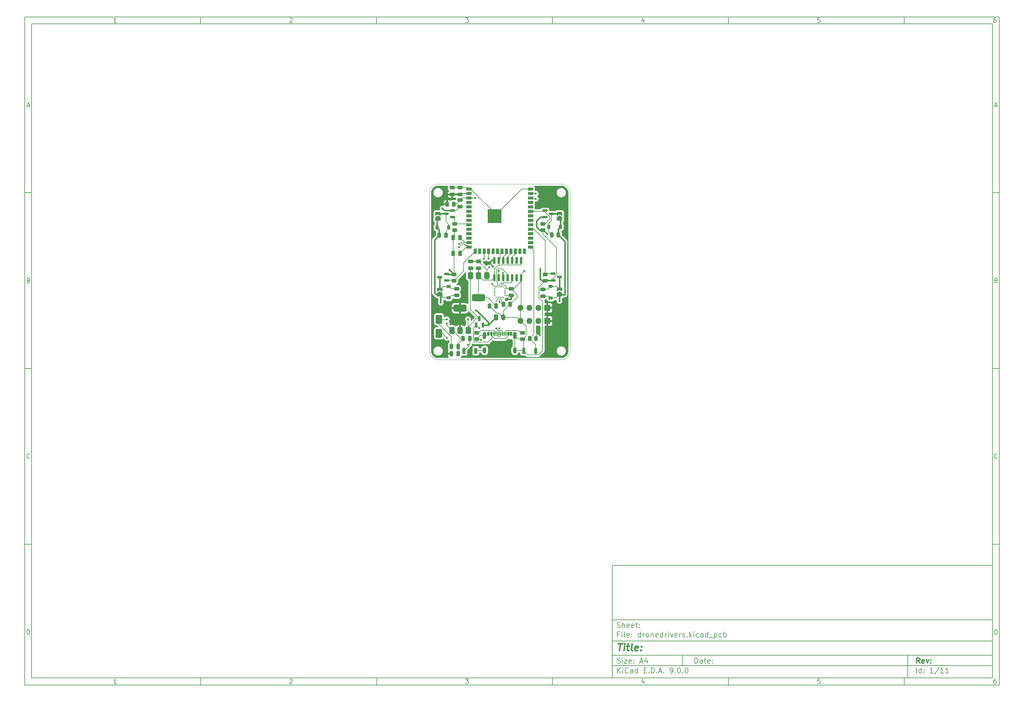
<source format=gbr>
%TF.GenerationSoftware,KiCad,Pcbnew,9.0.0*%
%TF.CreationDate,2025-03-29T01:57:50-05:00*%
%TF.ProjectId,dronedrivers,64726f6e-6564-4726-9976-6572732e6b69,rev?*%
%TF.SameCoordinates,Original*%
%TF.FileFunction,Copper,L1,Top*%
%TF.FilePolarity,Positive*%
%FSLAX46Y46*%
G04 Gerber Fmt 4.6, Leading zero omitted, Abs format (unit mm)*
G04 Created by KiCad (PCBNEW 9.0.0) date 2025-03-29 01:57:50*
%MOMM*%
%LPD*%
G01*
G04 APERTURE LIST*
G04 Aperture macros list*
%AMRoundRect*
0 Rectangle with rounded corners*
0 $1 Rounding radius*
0 $2 $3 $4 $5 $6 $7 $8 $9 X,Y pos of 4 corners*
0 Add a 4 corners polygon primitive as box body*
4,1,4,$2,$3,$4,$5,$6,$7,$8,$9,$2,$3,0*
0 Add four circle primitives for the rounded corners*
1,1,$1+$1,$2,$3*
1,1,$1+$1,$4,$5*
1,1,$1+$1,$6,$7*
1,1,$1+$1,$8,$9*
0 Add four rect primitives between the rounded corners*
20,1,$1+$1,$2,$3,$4,$5,0*
20,1,$1+$1,$4,$5,$6,$7,0*
20,1,$1+$1,$6,$7,$8,$9,0*
20,1,$1+$1,$8,$9,$2,$3,0*%
%AMFreePoly0*
4,1,6,1.000000,0.000000,0.500000,-0.750000,-0.500000,-0.750000,-0.500000,0.750000,0.500000,0.750000,1.000000,0.000000,1.000000,0.000000,$1*%
%AMFreePoly1*
4,1,6,0.500000,-0.750000,-0.650000,-0.750000,-0.150000,0.000000,-0.650000,0.750000,0.500000,0.750000,0.500000,-0.750000,0.500000,-0.750000,$1*%
G04 Aperture macros list end*
%ADD10C,0.100000*%
%ADD11C,0.150000*%
%ADD12C,0.300000*%
%ADD13C,0.400000*%
%TA.AperFunction,SMDPad,CuDef*%
%ADD14RoundRect,0.250000X-0.650000X1.000000X-0.650000X-1.000000X0.650000X-1.000000X0.650000X1.000000X0*%
%TD*%
%TA.AperFunction,SMDPad,CuDef*%
%ADD15RoundRect,0.375000X0.375000X-0.625000X0.375000X0.625000X-0.375000X0.625000X-0.375000X-0.625000X0*%
%TD*%
%TA.AperFunction,SMDPad,CuDef*%
%ADD16RoundRect,0.500000X1.400000X-0.500000X1.400000X0.500000X-1.400000X0.500000X-1.400000X-0.500000X0*%
%TD*%
%TA.AperFunction,SMDPad,CuDef*%
%ADD17RoundRect,0.250000X0.262500X0.450000X-0.262500X0.450000X-0.262500X-0.450000X0.262500X-0.450000X0*%
%TD*%
%TA.AperFunction,SMDPad,CuDef*%
%ADD18RoundRect,0.250000X-0.450000X0.262500X-0.450000X-0.262500X0.450000X-0.262500X0.450000X0.262500X0*%
%TD*%
%TA.AperFunction,SMDPad,CuDef*%
%ADD19R,0.900000X1.700000*%
%TD*%
%TA.AperFunction,SMDPad,CuDef*%
%ADD20RoundRect,0.225000X0.225000X0.375000X-0.225000X0.375000X-0.225000X-0.375000X0.225000X-0.375000X0*%
%TD*%
%TA.AperFunction,SMDPad,CuDef*%
%ADD21RoundRect,0.250000X-0.250000X-0.475000X0.250000X-0.475000X0.250000X0.475000X-0.250000X0.475000X0*%
%TD*%
%TA.AperFunction,SMDPad,CuDef*%
%ADD22R,1.500000X0.900000*%
%TD*%
%TA.AperFunction,SMDPad,CuDef*%
%ADD23R,0.900000X1.500000*%
%TD*%
%TA.AperFunction,HeatsinkPad*%
%ADD24C,0.600000*%
%TD*%
%TA.AperFunction,HeatsinkPad*%
%ADD25R,3.900000X3.900000*%
%TD*%
%TA.AperFunction,HeatsinkPad*%
%ADD26O,1.000000X1.800000*%
%TD*%
%TA.AperFunction,HeatsinkPad*%
%ADD27O,1.000000X2.100000*%
%TD*%
%TA.AperFunction,SMDPad,CuDef*%
%ADD28RoundRect,0.150000X-0.150000X-0.425000X0.150000X-0.425000X0.150000X0.425000X-0.150000X0.425000X0*%
%TD*%
%TA.AperFunction,SMDPad,CuDef*%
%ADD29RoundRect,0.075000X-0.075000X-0.500000X0.075000X-0.500000X0.075000X0.500000X-0.075000X0.500000X0*%
%TD*%
%TA.AperFunction,SMDPad,CuDef*%
%ADD30RoundRect,0.150000X0.150000X-0.825000X0.150000X0.825000X-0.150000X0.825000X-0.150000X-0.825000X0*%
%TD*%
%TA.AperFunction,SMDPad,CuDef*%
%ADD31RoundRect,0.250000X0.475000X-0.250000X0.475000X0.250000X-0.475000X0.250000X-0.475000X-0.250000X0*%
%TD*%
%TA.AperFunction,SMDPad,CuDef*%
%ADD32FreePoly0,90.000000*%
%TD*%
%TA.AperFunction,SMDPad,CuDef*%
%ADD33FreePoly1,90.000000*%
%TD*%
%TA.AperFunction,SMDPad,CuDef*%
%ADD34RoundRect,0.225000X0.375000X-0.225000X0.375000X0.225000X-0.375000X0.225000X-0.375000X-0.225000X0*%
%TD*%
%TA.AperFunction,ComponentPad*%
%ADD35R,1.700000X1.700000*%
%TD*%
%TA.AperFunction,ComponentPad*%
%ADD36O,1.700000X1.700000*%
%TD*%
%TA.AperFunction,ComponentPad*%
%ADD37O,1.200000X1.750000*%
%TD*%
%TA.AperFunction,ComponentPad*%
%ADD38RoundRect,0.250000X-0.350000X-0.625000X0.350000X-0.625000X0.350000X0.625000X-0.350000X0.625000X0*%
%TD*%
%TA.AperFunction,SMDPad,CuDef*%
%ADD39RoundRect,0.150000X0.587500X0.150000X-0.587500X0.150000X-0.587500X-0.150000X0.587500X-0.150000X0*%
%TD*%
%TA.AperFunction,SMDPad,CuDef*%
%ADD40RoundRect,0.150000X-0.587500X-0.150000X0.587500X-0.150000X0.587500X0.150000X-0.587500X0.150000X0*%
%TD*%
%TA.AperFunction,SMDPad,CuDef*%
%ADD41RoundRect,0.250000X0.450000X-0.262500X0.450000X0.262500X-0.450000X0.262500X-0.450000X-0.262500X0*%
%TD*%
%TA.AperFunction,SMDPad,CuDef*%
%ADD42RoundRect,0.150000X0.150000X-0.587500X0.150000X0.587500X-0.150000X0.587500X-0.150000X-0.587500X0*%
%TD*%
%TA.AperFunction,SMDPad,CuDef*%
%ADD43RoundRect,0.250000X-0.262500X-0.450000X0.262500X-0.450000X0.262500X0.450000X-0.262500X0.450000X0*%
%TD*%
%TA.AperFunction,SMDPad,CuDef*%
%ADD44RoundRect,0.375000X-0.375000X0.625000X-0.375000X-0.625000X0.375000X-0.625000X0.375000X0.625000X0*%
%TD*%
%TA.AperFunction,SMDPad,CuDef*%
%ADD45RoundRect,0.500000X-1.400000X0.500000X-1.400000X-0.500000X1.400000X-0.500000X1.400000X0.500000X0*%
%TD*%
%TA.AperFunction,SMDPad,CuDef*%
%ADD46RoundRect,0.050000X-0.225000X-0.050000X0.225000X-0.050000X0.225000X0.050000X-0.225000X0.050000X0*%
%TD*%
%TA.AperFunction,SMDPad,CuDef*%
%ADD47RoundRect,0.050000X0.050000X-0.225000X0.050000X0.225000X-0.050000X0.225000X-0.050000X-0.225000X0*%
%TD*%
%TA.AperFunction,SMDPad,CuDef*%
%ADD48RoundRect,0.250000X-0.475000X0.250000X-0.475000X-0.250000X0.475000X-0.250000X0.475000X0.250000X0*%
%TD*%
%TA.AperFunction,SMDPad,CuDef*%
%ADD49RoundRect,0.250000X0.250000X0.475000X-0.250000X0.475000X-0.250000X-0.475000X0.250000X-0.475000X0*%
%TD*%
%TA.AperFunction,SMDPad,CuDef*%
%ADD50RoundRect,0.225000X-0.225000X-0.375000X0.225000X-0.375000X0.225000X0.375000X-0.225000X0.375000X0*%
%TD*%
%TA.AperFunction,ViaPad*%
%ADD51C,0.600000*%
%TD*%
%TA.AperFunction,Conductor*%
%ADD52C,0.200000*%
%TD*%
%TA.AperFunction,Conductor*%
%ADD53C,0.400000*%
%TD*%
%TA.AperFunction,Conductor*%
%ADD54C,0.300000*%
%TD*%
%TA.AperFunction,Profile*%
%ADD55C,0.050000*%
%TD*%
G04 APERTURE END LIST*
D10*
D11*
X177002200Y-166007200D02*
X285002200Y-166007200D01*
X285002200Y-198007200D01*
X177002200Y-198007200D01*
X177002200Y-166007200D01*
D10*
D11*
X10000000Y-10000000D02*
X287002200Y-10000000D01*
X287002200Y-200007200D01*
X10000000Y-200007200D01*
X10000000Y-10000000D01*
D10*
D11*
X12000000Y-12000000D02*
X285002200Y-12000000D01*
X285002200Y-198007200D01*
X12000000Y-198007200D01*
X12000000Y-12000000D01*
D10*
D11*
X60000000Y-12000000D02*
X60000000Y-10000000D01*
D10*
D11*
X110000000Y-12000000D02*
X110000000Y-10000000D01*
D10*
D11*
X160000000Y-12000000D02*
X160000000Y-10000000D01*
D10*
D11*
X210000000Y-12000000D02*
X210000000Y-10000000D01*
D10*
D11*
X260000000Y-12000000D02*
X260000000Y-10000000D01*
D10*
D11*
X36089160Y-11593604D02*
X35346303Y-11593604D01*
X35717731Y-11593604D02*
X35717731Y-10293604D01*
X35717731Y-10293604D02*
X35593922Y-10479319D01*
X35593922Y-10479319D02*
X35470112Y-10603128D01*
X35470112Y-10603128D02*
X35346303Y-10665033D01*
D10*
D11*
X85346303Y-10417414D02*
X85408207Y-10355509D01*
X85408207Y-10355509D02*
X85532017Y-10293604D01*
X85532017Y-10293604D02*
X85841541Y-10293604D01*
X85841541Y-10293604D02*
X85965350Y-10355509D01*
X85965350Y-10355509D02*
X86027255Y-10417414D01*
X86027255Y-10417414D02*
X86089160Y-10541223D01*
X86089160Y-10541223D02*
X86089160Y-10665033D01*
X86089160Y-10665033D02*
X86027255Y-10850747D01*
X86027255Y-10850747D02*
X85284398Y-11593604D01*
X85284398Y-11593604D02*
X86089160Y-11593604D01*
D10*
D11*
X135284398Y-10293604D02*
X136089160Y-10293604D01*
X136089160Y-10293604D02*
X135655826Y-10788842D01*
X135655826Y-10788842D02*
X135841541Y-10788842D01*
X135841541Y-10788842D02*
X135965350Y-10850747D01*
X135965350Y-10850747D02*
X136027255Y-10912652D01*
X136027255Y-10912652D02*
X136089160Y-11036461D01*
X136089160Y-11036461D02*
X136089160Y-11345985D01*
X136089160Y-11345985D02*
X136027255Y-11469795D01*
X136027255Y-11469795D02*
X135965350Y-11531700D01*
X135965350Y-11531700D02*
X135841541Y-11593604D01*
X135841541Y-11593604D02*
X135470112Y-11593604D01*
X135470112Y-11593604D02*
X135346303Y-11531700D01*
X135346303Y-11531700D02*
X135284398Y-11469795D01*
D10*
D11*
X185965350Y-10726938D02*
X185965350Y-11593604D01*
X185655826Y-10231700D02*
X185346303Y-11160271D01*
X185346303Y-11160271D02*
X186151064Y-11160271D01*
D10*
D11*
X236027255Y-10293604D02*
X235408207Y-10293604D01*
X235408207Y-10293604D02*
X235346303Y-10912652D01*
X235346303Y-10912652D02*
X235408207Y-10850747D01*
X235408207Y-10850747D02*
X235532017Y-10788842D01*
X235532017Y-10788842D02*
X235841541Y-10788842D01*
X235841541Y-10788842D02*
X235965350Y-10850747D01*
X235965350Y-10850747D02*
X236027255Y-10912652D01*
X236027255Y-10912652D02*
X236089160Y-11036461D01*
X236089160Y-11036461D02*
X236089160Y-11345985D01*
X236089160Y-11345985D02*
X236027255Y-11469795D01*
X236027255Y-11469795D02*
X235965350Y-11531700D01*
X235965350Y-11531700D02*
X235841541Y-11593604D01*
X235841541Y-11593604D02*
X235532017Y-11593604D01*
X235532017Y-11593604D02*
X235408207Y-11531700D01*
X235408207Y-11531700D02*
X235346303Y-11469795D01*
D10*
D11*
X285965350Y-10293604D02*
X285717731Y-10293604D01*
X285717731Y-10293604D02*
X285593922Y-10355509D01*
X285593922Y-10355509D02*
X285532017Y-10417414D01*
X285532017Y-10417414D02*
X285408207Y-10603128D01*
X285408207Y-10603128D02*
X285346303Y-10850747D01*
X285346303Y-10850747D02*
X285346303Y-11345985D01*
X285346303Y-11345985D02*
X285408207Y-11469795D01*
X285408207Y-11469795D02*
X285470112Y-11531700D01*
X285470112Y-11531700D02*
X285593922Y-11593604D01*
X285593922Y-11593604D02*
X285841541Y-11593604D01*
X285841541Y-11593604D02*
X285965350Y-11531700D01*
X285965350Y-11531700D02*
X286027255Y-11469795D01*
X286027255Y-11469795D02*
X286089160Y-11345985D01*
X286089160Y-11345985D02*
X286089160Y-11036461D01*
X286089160Y-11036461D02*
X286027255Y-10912652D01*
X286027255Y-10912652D02*
X285965350Y-10850747D01*
X285965350Y-10850747D02*
X285841541Y-10788842D01*
X285841541Y-10788842D02*
X285593922Y-10788842D01*
X285593922Y-10788842D02*
X285470112Y-10850747D01*
X285470112Y-10850747D02*
X285408207Y-10912652D01*
X285408207Y-10912652D02*
X285346303Y-11036461D01*
D10*
D11*
X60000000Y-198007200D02*
X60000000Y-200007200D01*
D10*
D11*
X110000000Y-198007200D02*
X110000000Y-200007200D01*
D10*
D11*
X160000000Y-198007200D02*
X160000000Y-200007200D01*
D10*
D11*
X210000000Y-198007200D02*
X210000000Y-200007200D01*
D10*
D11*
X260000000Y-198007200D02*
X260000000Y-200007200D01*
D10*
D11*
X36089160Y-199600804D02*
X35346303Y-199600804D01*
X35717731Y-199600804D02*
X35717731Y-198300804D01*
X35717731Y-198300804D02*
X35593922Y-198486519D01*
X35593922Y-198486519D02*
X35470112Y-198610328D01*
X35470112Y-198610328D02*
X35346303Y-198672233D01*
D10*
D11*
X85346303Y-198424614D02*
X85408207Y-198362709D01*
X85408207Y-198362709D02*
X85532017Y-198300804D01*
X85532017Y-198300804D02*
X85841541Y-198300804D01*
X85841541Y-198300804D02*
X85965350Y-198362709D01*
X85965350Y-198362709D02*
X86027255Y-198424614D01*
X86027255Y-198424614D02*
X86089160Y-198548423D01*
X86089160Y-198548423D02*
X86089160Y-198672233D01*
X86089160Y-198672233D02*
X86027255Y-198857947D01*
X86027255Y-198857947D02*
X85284398Y-199600804D01*
X85284398Y-199600804D02*
X86089160Y-199600804D01*
D10*
D11*
X135284398Y-198300804D02*
X136089160Y-198300804D01*
X136089160Y-198300804D02*
X135655826Y-198796042D01*
X135655826Y-198796042D02*
X135841541Y-198796042D01*
X135841541Y-198796042D02*
X135965350Y-198857947D01*
X135965350Y-198857947D02*
X136027255Y-198919852D01*
X136027255Y-198919852D02*
X136089160Y-199043661D01*
X136089160Y-199043661D02*
X136089160Y-199353185D01*
X136089160Y-199353185D02*
X136027255Y-199476995D01*
X136027255Y-199476995D02*
X135965350Y-199538900D01*
X135965350Y-199538900D02*
X135841541Y-199600804D01*
X135841541Y-199600804D02*
X135470112Y-199600804D01*
X135470112Y-199600804D02*
X135346303Y-199538900D01*
X135346303Y-199538900D02*
X135284398Y-199476995D01*
D10*
D11*
X185965350Y-198734138D02*
X185965350Y-199600804D01*
X185655826Y-198238900D02*
X185346303Y-199167471D01*
X185346303Y-199167471D02*
X186151064Y-199167471D01*
D10*
D11*
X236027255Y-198300804D02*
X235408207Y-198300804D01*
X235408207Y-198300804D02*
X235346303Y-198919852D01*
X235346303Y-198919852D02*
X235408207Y-198857947D01*
X235408207Y-198857947D02*
X235532017Y-198796042D01*
X235532017Y-198796042D02*
X235841541Y-198796042D01*
X235841541Y-198796042D02*
X235965350Y-198857947D01*
X235965350Y-198857947D02*
X236027255Y-198919852D01*
X236027255Y-198919852D02*
X236089160Y-199043661D01*
X236089160Y-199043661D02*
X236089160Y-199353185D01*
X236089160Y-199353185D02*
X236027255Y-199476995D01*
X236027255Y-199476995D02*
X235965350Y-199538900D01*
X235965350Y-199538900D02*
X235841541Y-199600804D01*
X235841541Y-199600804D02*
X235532017Y-199600804D01*
X235532017Y-199600804D02*
X235408207Y-199538900D01*
X235408207Y-199538900D02*
X235346303Y-199476995D01*
D10*
D11*
X285965350Y-198300804D02*
X285717731Y-198300804D01*
X285717731Y-198300804D02*
X285593922Y-198362709D01*
X285593922Y-198362709D02*
X285532017Y-198424614D01*
X285532017Y-198424614D02*
X285408207Y-198610328D01*
X285408207Y-198610328D02*
X285346303Y-198857947D01*
X285346303Y-198857947D02*
X285346303Y-199353185D01*
X285346303Y-199353185D02*
X285408207Y-199476995D01*
X285408207Y-199476995D02*
X285470112Y-199538900D01*
X285470112Y-199538900D02*
X285593922Y-199600804D01*
X285593922Y-199600804D02*
X285841541Y-199600804D01*
X285841541Y-199600804D02*
X285965350Y-199538900D01*
X285965350Y-199538900D02*
X286027255Y-199476995D01*
X286027255Y-199476995D02*
X286089160Y-199353185D01*
X286089160Y-199353185D02*
X286089160Y-199043661D01*
X286089160Y-199043661D02*
X286027255Y-198919852D01*
X286027255Y-198919852D02*
X285965350Y-198857947D01*
X285965350Y-198857947D02*
X285841541Y-198796042D01*
X285841541Y-198796042D02*
X285593922Y-198796042D01*
X285593922Y-198796042D02*
X285470112Y-198857947D01*
X285470112Y-198857947D02*
X285408207Y-198919852D01*
X285408207Y-198919852D02*
X285346303Y-199043661D01*
D10*
D11*
X10000000Y-60000000D02*
X12000000Y-60000000D01*
D10*
D11*
X10000000Y-110000000D02*
X12000000Y-110000000D01*
D10*
D11*
X10000000Y-160000000D02*
X12000000Y-160000000D01*
D10*
D11*
X10690476Y-35222176D02*
X11309523Y-35222176D01*
X10566666Y-35593604D02*
X10999999Y-34293604D01*
X10999999Y-34293604D02*
X11433333Y-35593604D01*
D10*
D11*
X11092857Y-84912652D02*
X11278571Y-84974557D01*
X11278571Y-84974557D02*
X11340476Y-85036461D01*
X11340476Y-85036461D02*
X11402380Y-85160271D01*
X11402380Y-85160271D02*
X11402380Y-85345985D01*
X11402380Y-85345985D02*
X11340476Y-85469795D01*
X11340476Y-85469795D02*
X11278571Y-85531700D01*
X11278571Y-85531700D02*
X11154761Y-85593604D01*
X11154761Y-85593604D02*
X10659523Y-85593604D01*
X10659523Y-85593604D02*
X10659523Y-84293604D01*
X10659523Y-84293604D02*
X11092857Y-84293604D01*
X11092857Y-84293604D02*
X11216666Y-84355509D01*
X11216666Y-84355509D02*
X11278571Y-84417414D01*
X11278571Y-84417414D02*
X11340476Y-84541223D01*
X11340476Y-84541223D02*
X11340476Y-84665033D01*
X11340476Y-84665033D02*
X11278571Y-84788842D01*
X11278571Y-84788842D02*
X11216666Y-84850747D01*
X11216666Y-84850747D02*
X11092857Y-84912652D01*
X11092857Y-84912652D02*
X10659523Y-84912652D01*
D10*
D11*
X11402380Y-135469795D02*
X11340476Y-135531700D01*
X11340476Y-135531700D02*
X11154761Y-135593604D01*
X11154761Y-135593604D02*
X11030952Y-135593604D01*
X11030952Y-135593604D02*
X10845238Y-135531700D01*
X10845238Y-135531700D02*
X10721428Y-135407890D01*
X10721428Y-135407890D02*
X10659523Y-135284080D01*
X10659523Y-135284080D02*
X10597619Y-135036461D01*
X10597619Y-135036461D02*
X10597619Y-134850747D01*
X10597619Y-134850747D02*
X10659523Y-134603128D01*
X10659523Y-134603128D02*
X10721428Y-134479319D01*
X10721428Y-134479319D02*
X10845238Y-134355509D01*
X10845238Y-134355509D02*
X11030952Y-134293604D01*
X11030952Y-134293604D02*
X11154761Y-134293604D01*
X11154761Y-134293604D02*
X11340476Y-134355509D01*
X11340476Y-134355509D02*
X11402380Y-134417414D01*
D10*
D11*
X10659523Y-185593604D02*
X10659523Y-184293604D01*
X10659523Y-184293604D02*
X10969047Y-184293604D01*
X10969047Y-184293604D02*
X11154761Y-184355509D01*
X11154761Y-184355509D02*
X11278571Y-184479319D01*
X11278571Y-184479319D02*
X11340476Y-184603128D01*
X11340476Y-184603128D02*
X11402380Y-184850747D01*
X11402380Y-184850747D02*
X11402380Y-185036461D01*
X11402380Y-185036461D02*
X11340476Y-185284080D01*
X11340476Y-185284080D02*
X11278571Y-185407890D01*
X11278571Y-185407890D02*
X11154761Y-185531700D01*
X11154761Y-185531700D02*
X10969047Y-185593604D01*
X10969047Y-185593604D02*
X10659523Y-185593604D01*
D10*
D11*
X287002200Y-60000000D02*
X285002200Y-60000000D01*
D10*
D11*
X287002200Y-110000000D02*
X285002200Y-110000000D01*
D10*
D11*
X287002200Y-160000000D02*
X285002200Y-160000000D01*
D10*
D11*
X285692676Y-35222176D02*
X286311723Y-35222176D01*
X285568866Y-35593604D02*
X286002199Y-34293604D01*
X286002199Y-34293604D02*
X286435533Y-35593604D01*
D10*
D11*
X286095057Y-84912652D02*
X286280771Y-84974557D01*
X286280771Y-84974557D02*
X286342676Y-85036461D01*
X286342676Y-85036461D02*
X286404580Y-85160271D01*
X286404580Y-85160271D02*
X286404580Y-85345985D01*
X286404580Y-85345985D02*
X286342676Y-85469795D01*
X286342676Y-85469795D02*
X286280771Y-85531700D01*
X286280771Y-85531700D02*
X286156961Y-85593604D01*
X286156961Y-85593604D02*
X285661723Y-85593604D01*
X285661723Y-85593604D02*
X285661723Y-84293604D01*
X285661723Y-84293604D02*
X286095057Y-84293604D01*
X286095057Y-84293604D02*
X286218866Y-84355509D01*
X286218866Y-84355509D02*
X286280771Y-84417414D01*
X286280771Y-84417414D02*
X286342676Y-84541223D01*
X286342676Y-84541223D02*
X286342676Y-84665033D01*
X286342676Y-84665033D02*
X286280771Y-84788842D01*
X286280771Y-84788842D02*
X286218866Y-84850747D01*
X286218866Y-84850747D02*
X286095057Y-84912652D01*
X286095057Y-84912652D02*
X285661723Y-84912652D01*
D10*
D11*
X286404580Y-135469795D02*
X286342676Y-135531700D01*
X286342676Y-135531700D02*
X286156961Y-135593604D01*
X286156961Y-135593604D02*
X286033152Y-135593604D01*
X286033152Y-135593604D02*
X285847438Y-135531700D01*
X285847438Y-135531700D02*
X285723628Y-135407890D01*
X285723628Y-135407890D02*
X285661723Y-135284080D01*
X285661723Y-135284080D02*
X285599819Y-135036461D01*
X285599819Y-135036461D02*
X285599819Y-134850747D01*
X285599819Y-134850747D02*
X285661723Y-134603128D01*
X285661723Y-134603128D02*
X285723628Y-134479319D01*
X285723628Y-134479319D02*
X285847438Y-134355509D01*
X285847438Y-134355509D02*
X286033152Y-134293604D01*
X286033152Y-134293604D02*
X286156961Y-134293604D01*
X286156961Y-134293604D02*
X286342676Y-134355509D01*
X286342676Y-134355509D02*
X286404580Y-134417414D01*
D10*
D11*
X285661723Y-185593604D02*
X285661723Y-184293604D01*
X285661723Y-184293604D02*
X285971247Y-184293604D01*
X285971247Y-184293604D02*
X286156961Y-184355509D01*
X286156961Y-184355509D02*
X286280771Y-184479319D01*
X286280771Y-184479319D02*
X286342676Y-184603128D01*
X286342676Y-184603128D02*
X286404580Y-184850747D01*
X286404580Y-184850747D02*
X286404580Y-185036461D01*
X286404580Y-185036461D02*
X286342676Y-185284080D01*
X286342676Y-185284080D02*
X286280771Y-185407890D01*
X286280771Y-185407890D02*
X286156961Y-185531700D01*
X286156961Y-185531700D02*
X285971247Y-185593604D01*
X285971247Y-185593604D02*
X285661723Y-185593604D01*
D10*
D11*
X200458026Y-193793328D02*
X200458026Y-192293328D01*
X200458026Y-192293328D02*
X200815169Y-192293328D01*
X200815169Y-192293328D02*
X201029455Y-192364757D01*
X201029455Y-192364757D02*
X201172312Y-192507614D01*
X201172312Y-192507614D02*
X201243741Y-192650471D01*
X201243741Y-192650471D02*
X201315169Y-192936185D01*
X201315169Y-192936185D02*
X201315169Y-193150471D01*
X201315169Y-193150471D02*
X201243741Y-193436185D01*
X201243741Y-193436185D02*
X201172312Y-193579042D01*
X201172312Y-193579042D02*
X201029455Y-193721900D01*
X201029455Y-193721900D02*
X200815169Y-193793328D01*
X200815169Y-193793328D02*
X200458026Y-193793328D01*
X202600884Y-193793328D02*
X202600884Y-193007614D01*
X202600884Y-193007614D02*
X202529455Y-192864757D01*
X202529455Y-192864757D02*
X202386598Y-192793328D01*
X202386598Y-192793328D02*
X202100884Y-192793328D01*
X202100884Y-192793328D02*
X201958026Y-192864757D01*
X202600884Y-193721900D02*
X202458026Y-193793328D01*
X202458026Y-193793328D02*
X202100884Y-193793328D01*
X202100884Y-193793328D02*
X201958026Y-193721900D01*
X201958026Y-193721900D02*
X201886598Y-193579042D01*
X201886598Y-193579042D02*
X201886598Y-193436185D01*
X201886598Y-193436185D02*
X201958026Y-193293328D01*
X201958026Y-193293328D02*
X202100884Y-193221900D01*
X202100884Y-193221900D02*
X202458026Y-193221900D01*
X202458026Y-193221900D02*
X202600884Y-193150471D01*
X203100884Y-192793328D02*
X203672312Y-192793328D01*
X203315169Y-192293328D02*
X203315169Y-193579042D01*
X203315169Y-193579042D02*
X203386598Y-193721900D01*
X203386598Y-193721900D02*
X203529455Y-193793328D01*
X203529455Y-193793328D02*
X203672312Y-193793328D01*
X204743741Y-193721900D02*
X204600884Y-193793328D01*
X204600884Y-193793328D02*
X204315170Y-193793328D01*
X204315170Y-193793328D02*
X204172312Y-193721900D01*
X204172312Y-193721900D02*
X204100884Y-193579042D01*
X204100884Y-193579042D02*
X204100884Y-193007614D01*
X204100884Y-193007614D02*
X204172312Y-192864757D01*
X204172312Y-192864757D02*
X204315170Y-192793328D01*
X204315170Y-192793328D02*
X204600884Y-192793328D01*
X204600884Y-192793328D02*
X204743741Y-192864757D01*
X204743741Y-192864757D02*
X204815170Y-193007614D01*
X204815170Y-193007614D02*
X204815170Y-193150471D01*
X204815170Y-193150471D02*
X204100884Y-193293328D01*
X205458026Y-193650471D02*
X205529455Y-193721900D01*
X205529455Y-193721900D02*
X205458026Y-193793328D01*
X205458026Y-193793328D02*
X205386598Y-193721900D01*
X205386598Y-193721900D02*
X205458026Y-193650471D01*
X205458026Y-193650471D02*
X205458026Y-193793328D01*
X205458026Y-192864757D02*
X205529455Y-192936185D01*
X205529455Y-192936185D02*
X205458026Y-193007614D01*
X205458026Y-193007614D02*
X205386598Y-192936185D01*
X205386598Y-192936185D02*
X205458026Y-192864757D01*
X205458026Y-192864757D02*
X205458026Y-193007614D01*
D10*
D11*
X177002200Y-194507200D02*
X285002200Y-194507200D01*
D10*
D11*
X178458026Y-196593328D02*
X178458026Y-195093328D01*
X179315169Y-196593328D02*
X178672312Y-195736185D01*
X179315169Y-195093328D02*
X178458026Y-195950471D01*
X179958026Y-196593328D02*
X179958026Y-195593328D01*
X179958026Y-195093328D02*
X179886598Y-195164757D01*
X179886598Y-195164757D02*
X179958026Y-195236185D01*
X179958026Y-195236185D02*
X180029455Y-195164757D01*
X180029455Y-195164757D02*
X179958026Y-195093328D01*
X179958026Y-195093328D02*
X179958026Y-195236185D01*
X181529455Y-196450471D02*
X181458027Y-196521900D01*
X181458027Y-196521900D02*
X181243741Y-196593328D01*
X181243741Y-196593328D02*
X181100884Y-196593328D01*
X181100884Y-196593328D02*
X180886598Y-196521900D01*
X180886598Y-196521900D02*
X180743741Y-196379042D01*
X180743741Y-196379042D02*
X180672312Y-196236185D01*
X180672312Y-196236185D02*
X180600884Y-195950471D01*
X180600884Y-195950471D02*
X180600884Y-195736185D01*
X180600884Y-195736185D02*
X180672312Y-195450471D01*
X180672312Y-195450471D02*
X180743741Y-195307614D01*
X180743741Y-195307614D02*
X180886598Y-195164757D01*
X180886598Y-195164757D02*
X181100884Y-195093328D01*
X181100884Y-195093328D02*
X181243741Y-195093328D01*
X181243741Y-195093328D02*
X181458027Y-195164757D01*
X181458027Y-195164757D02*
X181529455Y-195236185D01*
X182815170Y-196593328D02*
X182815170Y-195807614D01*
X182815170Y-195807614D02*
X182743741Y-195664757D01*
X182743741Y-195664757D02*
X182600884Y-195593328D01*
X182600884Y-195593328D02*
X182315170Y-195593328D01*
X182315170Y-195593328D02*
X182172312Y-195664757D01*
X182815170Y-196521900D02*
X182672312Y-196593328D01*
X182672312Y-196593328D02*
X182315170Y-196593328D01*
X182315170Y-196593328D02*
X182172312Y-196521900D01*
X182172312Y-196521900D02*
X182100884Y-196379042D01*
X182100884Y-196379042D02*
X182100884Y-196236185D01*
X182100884Y-196236185D02*
X182172312Y-196093328D01*
X182172312Y-196093328D02*
X182315170Y-196021900D01*
X182315170Y-196021900D02*
X182672312Y-196021900D01*
X182672312Y-196021900D02*
X182815170Y-195950471D01*
X184172313Y-196593328D02*
X184172313Y-195093328D01*
X184172313Y-196521900D02*
X184029455Y-196593328D01*
X184029455Y-196593328D02*
X183743741Y-196593328D01*
X183743741Y-196593328D02*
X183600884Y-196521900D01*
X183600884Y-196521900D02*
X183529455Y-196450471D01*
X183529455Y-196450471D02*
X183458027Y-196307614D01*
X183458027Y-196307614D02*
X183458027Y-195879042D01*
X183458027Y-195879042D02*
X183529455Y-195736185D01*
X183529455Y-195736185D02*
X183600884Y-195664757D01*
X183600884Y-195664757D02*
X183743741Y-195593328D01*
X183743741Y-195593328D02*
X184029455Y-195593328D01*
X184029455Y-195593328D02*
X184172313Y-195664757D01*
X186029455Y-195807614D02*
X186529455Y-195807614D01*
X186743741Y-196593328D02*
X186029455Y-196593328D01*
X186029455Y-196593328D02*
X186029455Y-195093328D01*
X186029455Y-195093328D02*
X186743741Y-195093328D01*
X187386598Y-196450471D02*
X187458027Y-196521900D01*
X187458027Y-196521900D02*
X187386598Y-196593328D01*
X187386598Y-196593328D02*
X187315170Y-196521900D01*
X187315170Y-196521900D02*
X187386598Y-196450471D01*
X187386598Y-196450471D02*
X187386598Y-196593328D01*
X188100884Y-196593328D02*
X188100884Y-195093328D01*
X188100884Y-195093328D02*
X188458027Y-195093328D01*
X188458027Y-195093328D02*
X188672313Y-195164757D01*
X188672313Y-195164757D02*
X188815170Y-195307614D01*
X188815170Y-195307614D02*
X188886599Y-195450471D01*
X188886599Y-195450471D02*
X188958027Y-195736185D01*
X188958027Y-195736185D02*
X188958027Y-195950471D01*
X188958027Y-195950471D02*
X188886599Y-196236185D01*
X188886599Y-196236185D02*
X188815170Y-196379042D01*
X188815170Y-196379042D02*
X188672313Y-196521900D01*
X188672313Y-196521900D02*
X188458027Y-196593328D01*
X188458027Y-196593328D02*
X188100884Y-196593328D01*
X189600884Y-196450471D02*
X189672313Y-196521900D01*
X189672313Y-196521900D02*
X189600884Y-196593328D01*
X189600884Y-196593328D02*
X189529456Y-196521900D01*
X189529456Y-196521900D02*
X189600884Y-196450471D01*
X189600884Y-196450471D02*
X189600884Y-196593328D01*
X190243742Y-196164757D02*
X190958028Y-196164757D01*
X190100885Y-196593328D02*
X190600885Y-195093328D01*
X190600885Y-195093328D02*
X191100885Y-196593328D01*
X191600884Y-196450471D02*
X191672313Y-196521900D01*
X191672313Y-196521900D02*
X191600884Y-196593328D01*
X191600884Y-196593328D02*
X191529456Y-196521900D01*
X191529456Y-196521900D02*
X191600884Y-196450471D01*
X191600884Y-196450471D02*
X191600884Y-196593328D01*
X193529456Y-196593328D02*
X193815170Y-196593328D01*
X193815170Y-196593328D02*
X193958027Y-196521900D01*
X193958027Y-196521900D02*
X194029456Y-196450471D01*
X194029456Y-196450471D02*
X194172313Y-196236185D01*
X194172313Y-196236185D02*
X194243742Y-195950471D01*
X194243742Y-195950471D02*
X194243742Y-195379042D01*
X194243742Y-195379042D02*
X194172313Y-195236185D01*
X194172313Y-195236185D02*
X194100885Y-195164757D01*
X194100885Y-195164757D02*
X193958027Y-195093328D01*
X193958027Y-195093328D02*
X193672313Y-195093328D01*
X193672313Y-195093328D02*
X193529456Y-195164757D01*
X193529456Y-195164757D02*
X193458027Y-195236185D01*
X193458027Y-195236185D02*
X193386599Y-195379042D01*
X193386599Y-195379042D02*
X193386599Y-195736185D01*
X193386599Y-195736185D02*
X193458027Y-195879042D01*
X193458027Y-195879042D02*
X193529456Y-195950471D01*
X193529456Y-195950471D02*
X193672313Y-196021900D01*
X193672313Y-196021900D02*
X193958027Y-196021900D01*
X193958027Y-196021900D02*
X194100885Y-195950471D01*
X194100885Y-195950471D02*
X194172313Y-195879042D01*
X194172313Y-195879042D02*
X194243742Y-195736185D01*
X194886598Y-196450471D02*
X194958027Y-196521900D01*
X194958027Y-196521900D02*
X194886598Y-196593328D01*
X194886598Y-196593328D02*
X194815170Y-196521900D01*
X194815170Y-196521900D02*
X194886598Y-196450471D01*
X194886598Y-196450471D02*
X194886598Y-196593328D01*
X195886599Y-195093328D02*
X196029456Y-195093328D01*
X196029456Y-195093328D02*
X196172313Y-195164757D01*
X196172313Y-195164757D02*
X196243742Y-195236185D01*
X196243742Y-195236185D02*
X196315170Y-195379042D01*
X196315170Y-195379042D02*
X196386599Y-195664757D01*
X196386599Y-195664757D02*
X196386599Y-196021900D01*
X196386599Y-196021900D02*
X196315170Y-196307614D01*
X196315170Y-196307614D02*
X196243742Y-196450471D01*
X196243742Y-196450471D02*
X196172313Y-196521900D01*
X196172313Y-196521900D02*
X196029456Y-196593328D01*
X196029456Y-196593328D02*
X195886599Y-196593328D01*
X195886599Y-196593328D02*
X195743742Y-196521900D01*
X195743742Y-196521900D02*
X195672313Y-196450471D01*
X195672313Y-196450471D02*
X195600884Y-196307614D01*
X195600884Y-196307614D02*
X195529456Y-196021900D01*
X195529456Y-196021900D02*
X195529456Y-195664757D01*
X195529456Y-195664757D02*
X195600884Y-195379042D01*
X195600884Y-195379042D02*
X195672313Y-195236185D01*
X195672313Y-195236185D02*
X195743742Y-195164757D01*
X195743742Y-195164757D02*
X195886599Y-195093328D01*
X197029455Y-196450471D02*
X197100884Y-196521900D01*
X197100884Y-196521900D02*
X197029455Y-196593328D01*
X197029455Y-196593328D02*
X196958027Y-196521900D01*
X196958027Y-196521900D02*
X197029455Y-196450471D01*
X197029455Y-196450471D02*
X197029455Y-196593328D01*
X198029456Y-195093328D02*
X198172313Y-195093328D01*
X198172313Y-195093328D02*
X198315170Y-195164757D01*
X198315170Y-195164757D02*
X198386599Y-195236185D01*
X198386599Y-195236185D02*
X198458027Y-195379042D01*
X198458027Y-195379042D02*
X198529456Y-195664757D01*
X198529456Y-195664757D02*
X198529456Y-196021900D01*
X198529456Y-196021900D02*
X198458027Y-196307614D01*
X198458027Y-196307614D02*
X198386599Y-196450471D01*
X198386599Y-196450471D02*
X198315170Y-196521900D01*
X198315170Y-196521900D02*
X198172313Y-196593328D01*
X198172313Y-196593328D02*
X198029456Y-196593328D01*
X198029456Y-196593328D02*
X197886599Y-196521900D01*
X197886599Y-196521900D02*
X197815170Y-196450471D01*
X197815170Y-196450471D02*
X197743741Y-196307614D01*
X197743741Y-196307614D02*
X197672313Y-196021900D01*
X197672313Y-196021900D02*
X197672313Y-195664757D01*
X197672313Y-195664757D02*
X197743741Y-195379042D01*
X197743741Y-195379042D02*
X197815170Y-195236185D01*
X197815170Y-195236185D02*
X197886599Y-195164757D01*
X197886599Y-195164757D02*
X198029456Y-195093328D01*
D10*
D11*
X177002200Y-191507200D02*
X285002200Y-191507200D01*
D10*
D12*
X264413853Y-193785528D02*
X263913853Y-193071242D01*
X263556710Y-193785528D02*
X263556710Y-192285528D01*
X263556710Y-192285528D02*
X264128139Y-192285528D01*
X264128139Y-192285528D02*
X264270996Y-192356957D01*
X264270996Y-192356957D02*
X264342425Y-192428385D01*
X264342425Y-192428385D02*
X264413853Y-192571242D01*
X264413853Y-192571242D02*
X264413853Y-192785528D01*
X264413853Y-192785528D02*
X264342425Y-192928385D01*
X264342425Y-192928385D02*
X264270996Y-192999814D01*
X264270996Y-192999814D02*
X264128139Y-193071242D01*
X264128139Y-193071242D02*
X263556710Y-193071242D01*
X265628139Y-193714100D02*
X265485282Y-193785528D01*
X265485282Y-193785528D02*
X265199568Y-193785528D01*
X265199568Y-193785528D02*
X265056710Y-193714100D01*
X265056710Y-193714100D02*
X264985282Y-193571242D01*
X264985282Y-193571242D02*
X264985282Y-192999814D01*
X264985282Y-192999814D02*
X265056710Y-192856957D01*
X265056710Y-192856957D02*
X265199568Y-192785528D01*
X265199568Y-192785528D02*
X265485282Y-192785528D01*
X265485282Y-192785528D02*
X265628139Y-192856957D01*
X265628139Y-192856957D02*
X265699568Y-192999814D01*
X265699568Y-192999814D02*
X265699568Y-193142671D01*
X265699568Y-193142671D02*
X264985282Y-193285528D01*
X266199567Y-192785528D02*
X266556710Y-193785528D01*
X266556710Y-193785528D02*
X266913853Y-192785528D01*
X267485281Y-193642671D02*
X267556710Y-193714100D01*
X267556710Y-193714100D02*
X267485281Y-193785528D01*
X267485281Y-193785528D02*
X267413853Y-193714100D01*
X267413853Y-193714100D02*
X267485281Y-193642671D01*
X267485281Y-193642671D02*
X267485281Y-193785528D01*
X267485281Y-192856957D02*
X267556710Y-192928385D01*
X267556710Y-192928385D02*
X267485281Y-192999814D01*
X267485281Y-192999814D02*
X267413853Y-192928385D01*
X267413853Y-192928385D02*
X267485281Y-192856957D01*
X267485281Y-192856957D02*
X267485281Y-192999814D01*
D10*
D11*
X178386598Y-193721900D02*
X178600884Y-193793328D01*
X178600884Y-193793328D02*
X178958026Y-193793328D01*
X178958026Y-193793328D02*
X179100884Y-193721900D01*
X179100884Y-193721900D02*
X179172312Y-193650471D01*
X179172312Y-193650471D02*
X179243741Y-193507614D01*
X179243741Y-193507614D02*
X179243741Y-193364757D01*
X179243741Y-193364757D02*
X179172312Y-193221900D01*
X179172312Y-193221900D02*
X179100884Y-193150471D01*
X179100884Y-193150471D02*
X178958026Y-193079042D01*
X178958026Y-193079042D02*
X178672312Y-193007614D01*
X178672312Y-193007614D02*
X178529455Y-192936185D01*
X178529455Y-192936185D02*
X178458026Y-192864757D01*
X178458026Y-192864757D02*
X178386598Y-192721900D01*
X178386598Y-192721900D02*
X178386598Y-192579042D01*
X178386598Y-192579042D02*
X178458026Y-192436185D01*
X178458026Y-192436185D02*
X178529455Y-192364757D01*
X178529455Y-192364757D02*
X178672312Y-192293328D01*
X178672312Y-192293328D02*
X179029455Y-192293328D01*
X179029455Y-192293328D02*
X179243741Y-192364757D01*
X179886597Y-193793328D02*
X179886597Y-192793328D01*
X179886597Y-192293328D02*
X179815169Y-192364757D01*
X179815169Y-192364757D02*
X179886597Y-192436185D01*
X179886597Y-192436185D02*
X179958026Y-192364757D01*
X179958026Y-192364757D02*
X179886597Y-192293328D01*
X179886597Y-192293328D02*
X179886597Y-192436185D01*
X180458026Y-192793328D02*
X181243741Y-192793328D01*
X181243741Y-192793328D02*
X180458026Y-193793328D01*
X180458026Y-193793328D02*
X181243741Y-193793328D01*
X182386598Y-193721900D02*
X182243741Y-193793328D01*
X182243741Y-193793328D02*
X181958027Y-193793328D01*
X181958027Y-193793328D02*
X181815169Y-193721900D01*
X181815169Y-193721900D02*
X181743741Y-193579042D01*
X181743741Y-193579042D02*
X181743741Y-193007614D01*
X181743741Y-193007614D02*
X181815169Y-192864757D01*
X181815169Y-192864757D02*
X181958027Y-192793328D01*
X181958027Y-192793328D02*
X182243741Y-192793328D01*
X182243741Y-192793328D02*
X182386598Y-192864757D01*
X182386598Y-192864757D02*
X182458027Y-193007614D01*
X182458027Y-193007614D02*
X182458027Y-193150471D01*
X182458027Y-193150471D02*
X181743741Y-193293328D01*
X183100883Y-193650471D02*
X183172312Y-193721900D01*
X183172312Y-193721900D02*
X183100883Y-193793328D01*
X183100883Y-193793328D02*
X183029455Y-193721900D01*
X183029455Y-193721900D02*
X183100883Y-193650471D01*
X183100883Y-193650471D02*
X183100883Y-193793328D01*
X183100883Y-192864757D02*
X183172312Y-192936185D01*
X183172312Y-192936185D02*
X183100883Y-193007614D01*
X183100883Y-193007614D02*
X183029455Y-192936185D01*
X183029455Y-192936185D02*
X183100883Y-192864757D01*
X183100883Y-192864757D02*
X183100883Y-193007614D01*
X184886598Y-193364757D02*
X185600884Y-193364757D01*
X184743741Y-193793328D02*
X185243741Y-192293328D01*
X185243741Y-192293328D02*
X185743741Y-193793328D01*
X186886598Y-192793328D02*
X186886598Y-193793328D01*
X186529455Y-192221900D02*
X186172312Y-193293328D01*
X186172312Y-193293328D02*
X187100883Y-193293328D01*
D10*
D11*
X263458026Y-196593328D02*
X263458026Y-195093328D01*
X264815170Y-196593328D02*
X264815170Y-195093328D01*
X264815170Y-196521900D02*
X264672312Y-196593328D01*
X264672312Y-196593328D02*
X264386598Y-196593328D01*
X264386598Y-196593328D02*
X264243741Y-196521900D01*
X264243741Y-196521900D02*
X264172312Y-196450471D01*
X264172312Y-196450471D02*
X264100884Y-196307614D01*
X264100884Y-196307614D02*
X264100884Y-195879042D01*
X264100884Y-195879042D02*
X264172312Y-195736185D01*
X264172312Y-195736185D02*
X264243741Y-195664757D01*
X264243741Y-195664757D02*
X264386598Y-195593328D01*
X264386598Y-195593328D02*
X264672312Y-195593328D01*
X264672312Y-195593328D02*
X264815170Y-195664757D01*
X265529455Y-196450471D02*
X265600884Y-196521900D01*
X265600884Y-196521900D02*
X265529455Y-196593328D01*
X265529455Y-196593328D02*
X265458027Y-196521900D01*
X265458027Y-196521900D02*
X265529455Y-196450471D01*
X265529455Y-196450471D02*
X265529455Y-196593328D01*
X265529455Y-195664757D02*
X265600884Y-195736185D01*
X265600884Y-195736185D02*
X265529455Y-195807614D01*
X265529455Y-195807614D02*
X265458027Y-195736185D01*
X265458027Y-195736185D02*
X265529455Y-195664757D01*
X265529455Y-195664757D02*
X265529455Y-195807614D01*
X268172313Y-196593328D02*
X267315170Y-196593328D01*
X267743741Y-196593328D02*
X267743741Y-195093328D01*
X267743741Y-195093328D02*
X267600884Y-195307614D01*
X267600884Y-195307614D02*
X267458027Y-195450471D01*
X267458027Y-195450471D02*
X267315170Y-195521900D01*
X269886598Y-195021900D02*
X268600884Y-196950471D01*
X271172313Y-196593328D02*
X270315170Y-196593328D01*
X270743741Y-196593328D02*
X270743741Y-195093328D01*
X270743741Y-195093328D02*
X270600884Y-195307614D01*
X270600884Y-195307614D02*
X270458027Y-195450471D01*
X270458027Y-195450471D02*
X270315170Y-195521900D01*
X272600884Y-196593328D02*
X271743741Y-196593328D01*
X272172312Y-196593328D02*
X272172312Y-195093328D01*
X272172312Y-195093328D02*
X272029455Y-195307614D01*
X272029455Y-195307614D02*
X271886598Y-195450471D01*
X271886598Y-195450471D02*
X271743741Y-195521900D01*
D10*
D11*
X177002200Y-187507200D02*
X285002200Y-187507200D01*
D10*
D13*
X178693928Y-188211638D02*
X179836785Y-188211638D01*
X179015357Y-190211638D02*
X179265357Y-188211638D01*
X180253452Y-190211638D02*
X180420119Y-188878304D01*
X180503452Y-188211638D02*
X180396309Y-188306876D01*
X180396309Y-188306876D02*
X180479643Y-188402114D01*
X180479643Y-188402114D02*
X180586786Y-188306876D01*
X180586786Y-188306876D02*
X180503452Y-188211638D01*
X180503452Y-188211638D02*
X180479643Y-188402114D01*
X181086786Y-188878304D02*
X181848690Y-188878304D01*
X181455833Y-188211638D02*
X181241548Y-189925923D01*
X181241548Y-189925923D02*
X181312976Y-190116400D01*
X181312976Y-190116400D02*
X181491548Y-190211638D01*
X181491548Y-190211638D02*
X181682024Y-190211638D01*
X182634405Y-190211638D02*
X182455833Y-190116400D01*
X182455833Y-190116400D02*
X182384405Y-189925923D01*
X182384405Y-189925923D02*
X182598690Y-188211638D01*
X184170119Y-190116400D02*
X183967738Y-190211638D01*
X183967738Y-190211638D02*
X183586785Y-190211638D01*
X183586785Y-190211638D02*
X183408214Y-190116400D01*
X183408214Y-190116400D02*
X183336785Y-189925923D01*
X183336785Y-189925923D02*
X183432024Y-189164019D01*
X183432024Y-189164019D02*
X183551071Y-188973542D01*
X183551071Y-188973542D02*
X183753452Y-188878304D01*
X183753452Y-188878304D02*
X184134404Y-188878304D01*
X184134404Y-188878304D02*
X184312976Y-188973542D01*
X184312976Y-188973542D02*
X184384404Y-189164019D01*
X184384404Y-189164019D02*
X184360595Y-189354495D01*
X184360595Y-189354495D02*
X183384404Y-189544971D01*
X185134405Y-190021161D02*
X185217738Y-190116400D01*
X185217738Y-190116400D02*
X185110595Y-190211638D01*
X185110595Y-190211638D02*
X185027262Y-190116400D01*
X185027262Y-190116400D02*
X185134405Y-190021161D01*
X185134405Y-190021161D02*
X185110595Y-190211638D01*
X185265357Y-188973542D02*
X185348690Y-189068780D01*
X185348690Y-189068780D02*
X185241548Y-189164019D01*
X185241548Y-189164019D02*
X185158214Y-189068780D01*
X185158214Y-189068780D02*
X185265357Y-188973542D01*
X185265357Y-188973542D02*
X185241548Y-189164019D01*
D10*
D11*
X178958026Y-185607614D02*
X178458026Y-185607614D01*
X178458026Y-186393328D02*
X178458026Y-184893328D01*
X178458026Y-184893328D02*
X179172312Y-184893328D01*
X179743740Y-186393328D02*
X179743740Y-185393328D01*
X179743740Y-184893328D02*
X179672312Y-184964757D01*
X179672312Y-184964757D02*
X179743740Y-185036185D01*
X179743740Y-185036185D02*
X179815169Y-184964757D01*
X179815169Y-184964757D02*
X179743740Y-184893328D01*
X179743740Y-184893328D02*
X179743740Y-185036185D01*
X180672312Y-186393328D02*
X180529455Y-186321900D01*
X180529455Y-186321900D02*
X180458026Y-186179042D01*
X180458026Y-186179042D02*
X180458026Y-184893328D01*
X181815169Y-186321900D02*
X181672312Y-186393328D01*
X181672312Y-186393328D02*
X181386598Y-186393328D01*
X181386598Y-186393328D02*
X181243740Y-186321900D01*
X181243740Y-186321900D02*
X181172312Y-186179042D01*
X181172312Y-186179042D02*
X181172312Y-185607614D01*
X181172312Y-185607614D02*
X181243740Y-185464757D01*
X181243740Y-185464757D02*
X181386598Y-185393328D01*
X181386598Y-185393328D02*
X181672312Y-185393328D01*
X181672312Y-185393328D02*
X181815169Y-185464757D01*
X181815169Y-185464757D02*
X181886598Y-185607614D01*
X181886598Y-185607614D02*
X181886598Y-185750471D01*
X181886598Y-185750471D02*
X181172312Y-185893328D01*
X182529454Y-186250471D02*
X182600883Y-186321900D01*
X182600883Y-186321900D02*
X182529454Y-186393328D01*
X182529454Y-186393328D02*
X182458026Y-186321900D01*
X182458026Y-186321900D02*
X182529454Y-186250471D01*
X182529454Y-186250471D02*
X182529454Y-186393328D01*
X182529454Y-185464757D02*
X182600883Y-185536185D01*
X182600883Y-185536185D02*
X182529454Y-185607614D01*
X182529454Y-185607614D02*
X182458026Y-185536185D01*
X182458026Y-185536185D02*
X182529454Y-185464757D01*
X182529454Y-185464757D02*
X182529454Y-185607614D01*
X185029455Y-186393328D02*
X185029455Y-184893328D01*
X185029455Y-186321900D02*
X184886597Y-186393328D01*
X184886597Y-186393328D02*
X184600883Y-186393328D01*
X184600883Y-186393328D02*
X184458026Y-186321900D01*
X184458026Y-186321900D02*
X184386597Y-186250471D01*
X184386597Y-186250471D02*
X184315169Y-186107614D01*
X184315169Y-186107614D02*
X184315169Y-185679042D01*
X184315169Y-185679042D02*
X184386597Y-185536185D01*
X184386597Y-185536185D02*
X184458026Y-185464757D01*
X184458026Y-185464757D02*
X184600883Y-185393328D01*
X184600883Y-185393328D02*
X184886597Y-185393328D01*
X184886597Y-185393328D02*
X185029455Y-185464757D01*
X185743740Y-186393328D02*
X185743740Y-185393328D01*
X185743740Y-185679042D02*
X185815169Y-185536185D01*
X185815169Y-185536185D02*
X185886598Y-185464757D01*
X185886598Y-185464757D02*
X186029455Y-185393328D01*
X186029455Y-185393328D02*
X186172312Y-185393328D01*
X186886597Y-186393328D02*
X186743740Y-186321900D01*
X186743740Y-186321900D02*
X186672311Y-186250471D01*
X186672311Y-186250471D02*
X186600883Y-186107614D01*
X186600883Y-186107614D02*
X186600883Y-185679042D01*
X186600883Y-185679042D02*
X186672311Y-185536185D01*
X186672311Y-185536185D02*
X186743740Y-185464757D01*
X186743740Y-185464757D02*
X186886597Y-185393328D01*
X186886597Y-185393328D02*
X187100883Y-185393328D01*
X187100883Y-185393328D02*
X187243740Y-185464757D01*
X187243740Y-185464757D02*
X187315169Y-185536185D01*
X187315169Y-185536185D02*
X187386597Y-185679042D01*
X187386597Y-185679042D02*
X187386597Y-186107614D01*
X187386597Y-186107614D02*
X187315169Y-186250471D01*
X187315169Y-186250471D02*
X187243740Y-186321900D01*
X187243740Y-186321900D02*
X187100883Y-186393328D01*
X187100883Y-186393328D02*
X186886597Y-186393328D01*
X188029454Y-185393328D02*
X188029454Y-186393328D01*
X188029454Y-185536185D02*
X188100883Y-185464757D01*
X188100883Y-185464757D02*
X188243740Y-185393328D01*
X188243740Y-185393328D02*
X188458026Y-185393328D01*
X188458026Y-185393328D02*
X188600883Y-185464757D01*
X188600883Y-185464757D02*
X188672312Y-185607614D01*
X188672312Y-185607614D02*
X188672312Y-186393328D01*
X189958026Y-186321900D02*
X189815169Y-186393328D01*
X189815169Y-186393328D02*
X189529455Y-186393328D01*
X189529455Y-186393328D02*
X189386597Y-186321900D01*
X189386597Y-186321900D02*
X189315169Y-186179042D01*
X189315169Y-186179042D02*
X189315169Y-185607614D01*
X189315169Y-185607614D02*
X189386597Y-185464757D01*
X189386597Y-185464757D02*
X189529455Y-185393328D01*
X189529455Y-185393328D02*
X189815169Y-185393328D01*
X189815169Y-185393328D02*
X189958026Y-185464757D01*
X189958026Y-185464757D02*
X190029455Y-185607614D01*
X190029455Y-185607614D02*
X190029455Y-185750471D01*
X190029455Y-185750471D02*
X189315169Y-185893328D01*
X191315169Y-186393328D02*
X191315169Y-184893328D01*
X191315169Y-186321900D02*
X191172311Y-186393328D01*
X191172311Y-186393328D02*
X190886597Y-186393328D01*
X190886597Y-186393328D02*
X190743740Y-186321900D01*
X190743740Y-186321900D02*
X190672311Y-186250471D01*
X190672311Y-186250471D02*
X190600883Y-186107614D01*
X190600883Y-186107614D02*
X190600883Y-185679042D01*
X190600883Y-185679042D02*
X190672311Y-185536185D01*
X190672311Y-185536185D02*
X190743740Y-185464757D01*
X190743740Y-185464757D02*
X190886597Y-185393328D01*
X190886597Y-185393328D02*
X191172311Y-185393328D01*
X191172311Y-185393328D02*
X191315169Y-185464757D01*
X192029454Y-186393328D02*
X192029454Y-185393328D01*
X192029454Y-185679042D02*
X192100883Y-185536185D01*
X192100883Y-185536185D02*
X192172312Y-185464757D01*
X192172312Y-185464757D02*
X192315169Y-185393328D01*
X192315169Y-185393328D02*
X192458026Y-185393328D01*
X192958025Y-186393328D02*
X192958025Y-185393328D01*
X192958025Y-184893328D02*
X192886597Y-184964757D01*
X192886597Y-184964757D02*
X192958025Y-185036185D01*
X192958025Y-185036185D02*
X193029454Y-184964757D01*
X193029454Y-184964757D02*
X192958025Y-184893328D01*
X192958025Y-184893328D02*
X192958025Y-185036185D01*
X193529454Y-185393328D02*
X193886597Y-186393328D01*
X193886597Y-186393328D02*
X194243740Y-185393328D01*
X195386597Y-186321900D02*
X195243740Y-186393328D01*
X195243740Y-186393328D02*
X194958026Y-186393328D01*
X194958026Y-186393328D02*
X194815168Y-186321900D01*
X194815168Y-186321900D02*
X194743740Y-186179042D01*
X194743740Y-186179042D02*
X194743740Y-185607614D01*
X194743740Y-185607614D02*
X194815168Y-185464757D01*
X194815168Y-185464757D02*
X194958026Y-185393328D01*
X194958026Y-185393328D02*
X195243740Y-185393328D01*
X195243740Y-185393328D02*
X195386597Y-185464757D01*
X195386597Y-185464757D02*
X195458026Y-185607614D01*
X195458026Y-185607614D02*
X195458026Y-185750471D01*
X195458026Y-185750471D02*
X194743740Y-185893328D01*
X196100882Y-186393328D02*
X196100882Y-185393328D01*
X196100882Y-185679042D02*
X196172311Y-185536185D01*
X196172311Y-185536185D02*
X196243740Y-185464757D01*
X196243740Y-185464757D02*
X196386597Y-185393328D01*
X196386597Y-185393328D02*
X196529454Y-185393328D01*
X196958025Y-186321900D02*
X197100882Y-186393328D01*
X197100882Y-186393328D02*
X197386596Y-186393328D01*
X197386596Y-186393328D02*
X197529453Y-186321900D01*
X197529453Y-186321900D02*
X197600882Y-186179042D01*
X197600882Y-186179042D02*
X197600882Y-186107614D01*
X197600882Y-186107614D02*
X197529453Y-185964757D01*
X197529453Y-185964757D02*
X197386596Y-185893328D01*
X197386596Y-185893328D02*
X197172311Y-185893328D01*
X197172311Y-185893328D02*
X197029453Y-185821900D01*
X197029453Y-185821900D02*
X196958025Y-185679042D01*
X196958025Y-185679042D02*
X196958025Y-185607614D01*
X196958025Y-185607614D02*
X197029453Y-185464757D01*
X197029453Y-185464757D02*
X197172311Y-185393328D01*
X197172311Y-185393328D02*
X197386596Y-185393328D01*
X197386596Y-185393328D02*
X197529453Y-185464757D01*
X198243739Y-186250471D02*
X198315168Y-186321900D01*
X198315168Y-186321900D02*
X198243739Y-186393328D01*
X198243739Y-186393328D02*
X198172311Y-186321900D01*
X198172311Y-186321900D02*
X198243739Y-186250471D01*
X198243739Y-186250471D02*
X198243739Y-186393328D01*
X198958025Y-186393328D02*
X198958025Y-184893328D01*
X199100883Y-185821900D02*
X199529454Y-186393328D01*
X199529454Y-185393328D02*
X198958025Y-185964757D01*
X200172311Y-186393328D02*
X200172311Y-185393328D01*
X200172311Y-184893328D02*
X200100883Y-184964757D01*
X200100883Y-184964757D02*
X200172311Y-185036185D01*
X200172311Y-185036185D02*
X200243740Y-184964757D01*
X200243740Y-184964757D02*
X200172311Y-184893328D01*
X200172311Y-184893328D02*
X200172311Y-185036185D01*
X201529455Y-186321900D02*
X201386597Y-186393328D01*
X201386597Y-186393328D02*
X201100883Y-186393328D01*
X201100883Y-186393328D02*
X200958026Y-186321900D01*
X200958026Y-186321900D02*
X200886597Y-186250471D01*
X200886597Y-186250471D02*
X200815169Y-186107614D01*
X200815169Y-186107614D02*
X200815169Y-185679042D01*
X200815169Y-185679042D02*
X200886597Y-185536185D01*
X200886597Y-185536185D02*
X200958026Y-185464757D01*
X200958026Y-185464757D02*
X201100883Y-185393328D01*
X201100883Y-185393328D02*
X201386597Y-185393328D01*
X201386597Y-185393328D02*
X201529455Y-185464757D01*
X202815169Y-186393328D02*
X202815169Y-185607614D01*
X202815169Y-185607614D02*
X202743740Y-185464757D01*
X202743740Y-185464757D02*
X202600883Y-185393328D01*
X202600883Y-185393328D02*
X202315169Y-185393328D01*
X202315169Y-185393328D02*
X202172311Y-185464757D01*
X202815169Y-186321900D02*
X202672311Y-186393328D01*
X202672311Y-186393328D02*
X202315169Y-186393328D01*
X202315169Y-186393328D02*
X202172311Y-186321900D01*
X202172311Y-186321900D02*
X202100883Y-186179042D01*
X202100883Y-186179042D02*
X202100883Y-186036185D01*
X202100883Y-186036185D02*
X202172311Y-185893328D01*
X202172311Y-185893328D02*
X202315169Y-185821900D01*
X202315169Y-185821900D02*
X202672311Y-185821900D01*
X202672311Y-185821900D02*
X202815169Y-185750471D01*
X204172312Y-186393328D02*
X204172312Y-184893328D01*
X204172312Y-186321900D02*
X204029454Y-186393328D01*
X204029454Y-186393328D02*
X203743740Y-186393328D01*
X203743740Y-186393328D02*
X203600883Y-186321900D01*
X203600883Y-186321900D02*
X203529454Y-186250471D01*
X203529454Y-186250471D02*
X203458026Y-186107614D01*
X203458026Y-186107614D02*
X203458026Y-185679042D01*
X203458026Y-185679042D02*
X203529454Y-185536185D01*
X203529454Y-185536185D02*
X203600883Y-185464757D01*
X203600883Y-185464757D02*
X203743740Y-185393328D01*
X203743740Y-185393328D02*
X204029454Y-185393328D01*
X204029454Y-185393328D02*
X204172312Y-185464757D01*
X204529455Y-186536185D02*
X205672312Y-186536185D01*
X206029454Y-185393328D02*
X206029454Y-186893328D01*
X206029454Y-185464757D02*
X206172312Y-185393328D01*
X206172312Y-185393328D02*
X206458026Y-185393328D01*
X206458026Y-185393328D02*
X206600883Y-185464757D01*
X206600883Y-185464757D02*
X206672312Y-185536185D01*
X206672312Y-185536185D02*
X206743740Y-185679042D01*
X206743740Y-185679042D02*
X206743740Y-186107614D01*
X206743740Y-186107614D02*
X206672312Y-186250471D01*
X206672312Y-186250471D02*
X206600883Y-186321900D01*
X206600883Y-186321900D02*
X206458026Y-186393328D01*
X206458026Y-186393328D02*
X206172312Y-186393328D01*
X206172312Y-186393328D02*
X206029454Y-186321900D01*
X208029455Y-186321900D02*
X207886597Y-186393328D01*
X207886597Y-186393328D02*
X207600883Y-186393328D01*
X207600883Y-186393328D02*
X207458026Y-186321900D01*
X207458026Y-186321900D02*
X207386597Y-186250471D01*
X207386597Y-186250471D02*
X207315169Y-186107614D01*
X207315169Y-186107614D02*
X207315169Y-185679042D01*
X207315169Y-185679042D02*
X207386597Y-185536185D01*
X207386597Y-185536185D02*
X207458026Y-185464757D01*
X207458026Y-185464757D02*
X207600883Y-185393328D01*
X207600883Y-185393328D02*
X207886597Y-185393328D01*
X207886597Y-185393328D02*
X208029455Y-185464757D01*
X208672311Y-186393328D02*
X208672311Y-184893328D01*
X208672311Y-185464757D02*
X208815169Y-185393328D01*
X208815169Y-185393328D02*
X209100883Y-185393328D01*
X209100883Y-185393328D02*
X209243740Y-185464757D01*
X209243740Y-185464757D02*
X209315169Y-185536185D01*
X209315169Y-185536185D02*
X209386597Y-185679042D01*
X209386597Y-185679042D02*
X209386597Y-186107614D01*
X209386597Y-186107614D02*
X209315169Y-186250471D01*
X209315169Y-186250471D02*
X209243740Y-186321900D01*
X209243740Y-186321900D02*
X209100883Y-186393328D01*
X209100883Y-186393328D02*
X208815169Y-186393328D01*
X208815169Y-186393328D02*
X208672311Y-186321900D01*
D10*
D11*
X177002200Y-181507200D02*
X285002200Y-181507200D01*
D10*
D11*
X178386598Y-183621900D02*
X178600884Y-183693328D01*
X178600884Y-183693328D02*
X178958026Y-183693328D01*
X178958026Y-183693328D02*
X179100884Y-183621900D01*
X179100884Y-183621900D02*
X179172312Y-183550471D01*
X179172312Y-183550471D02*
X179243741Y-183407614D01*
X179243741Y-183407614D02*
X179243741Y-183264757D01*
X179243741Y-183264757D02*
X179172312Y-183121900D01*
X179172312Y-183121900D02*
X179100884Y-183050471D01*
X179100884Y-183050471D02*
X178958026Y-182979042D01*
X178958026Y-182979042D02*
X178672312Y-182907614D01*
X178672312Y-182907614D02*
X178529455Y-182836185D01*
X178529455Y-182836185D02*
X178458026Y-182764757D01*
X178458026Y-182764757D02*
X178386598Y-182621900D01*
X178386598Y-182621900D02*
X178386598Y-182479042D01*
X178386598Y-182479042D02*
X178458026Y-182336185D01*
X178458026Y-182336185D02*
X178529455Y-182264757D01*
X178529455Y-182264757D02*
X178672312Y-182193328D01*
X178672312Y-182193328D02*
X179029455Y-182193328D01*
X179029455Y-182193328D02*
X179243741Y-182264757D01*
X179886597Y-183693328D02*
X179886597Y-182193328D01*
X180529455Y-183693328D02*
X180529455Y-182907614D01*
X180529455Y-182907614D02*
X180458026Y-182764757D01*
X180458026Y-182764757D02*
X180315169Y-182693328D01*
X180315169Y-182693328D02*
X180100883Y-182693328D01*
X180100883Y-182693328D02*
X179958026Y-182764757D01*
X179958026Y-182764757D02*
X179886597Y-182836185D01*
X181815169Y-183621900D02*
X181672312Y-183693328D01*
X181672312Y-183693328D02*
X181386598Y-183693328D01*
X181386598Y-183693328D02*
X181243740Y-183621900D01*
X181243740Y-183621900D02*
X181172312Y-183479042D01*
X181172312Y-183479042D02*
X181172312Y-182907614D01*
X181172312Y-182907614D02*
X181243740Y-182764757D01*
X181243740Y-182764757D02*
X181386598Y-182693328D01*
X181386598Y-182693328D02*
X181672312Y-182693328D01*
X181672312Y-182693328D02*
X181815169Y-182764757D01*
X181815169Y-182764757D02*
X181886598Y-182907614D01*
X181886598Y-182907614D02*
X181886598Y-183050471D01*
X181886598Y-183050471D02*
X181172312Y-183193328D01*
X183100883Y-183621900D02*
X182958026Y-183693328D01*
X182958026Y-183693328D02*
X182672312Y-183693328D01*
X182672312Y-183693328D02*
X182529454Y-183621900D01*
X182529454Y-183621900D02*
X182458026Y-183479042D01*
X182458026Y-183479042D02*
X182458026Y-182907614D01*
X182458026Y-182907614D02*
X182529454Y-182764757D01*
X182529454Y-182764757D02*
X182672312Y-182693328D01*
X182672312Y-182693328D02*
X182958026Y-182693328D01*
X182958026Y-182693328D02*
X183100883Y-182764757D01*
X183100883Y-182764757D02*
X183172312Y-182907614D01*
X183172312Y-182907614D02*
X183172312Y-183050471D01*
X183172312Y-183050471D02*
X182458026Y-183193328D01*
X183600883Y-182693328D02*
X184172311Y-182693328D01*
X183815168Y-182193328D02*
X183815168Y-183479042D01*
X183815168Y-183479042D02*
X183886597Y-183621900D01*
X183886597Y-183621900D02*
X184029454Y-183693328D01*
X184029454Y-183693328D02*
X184172311Y-183693328D01*
X184672311Y-183550471D02*
X184743740Y-183621900D01*
X184743740Y-183621900D02*
X184672311Y-183693328D01*
X184672311Y-183693328D02*
X184600883Y-183621900D01*
X184600883Y-183621900D02*
X184672311Y-183550471D01*
X184672311Y-183550471D02*
X184672311Y-183693328D01*
X184672311Y-182764757D02*
X184743740Y-182836185D01*
X184743740Y-182836185D02*
X184672311Y-182907614D01*
X184672311Y-182907614D02*
X184600883Y-182836185D01*
X184600883Y-182836185D02*
X184672311Y-182764757D01*
X184672311Y-182764757D02*
X184672311Y-182907614D01*
D10*
D11*
X197002200Y-191507200D02*
X197002200Y-194507200D01*
D10*
D11*
X261002200Y-191507200D02*
X261002200Y-198007200D01*
D14*
%TO.P,D2,2,A*%
%TO.N,Net-(D2-A)*%
X127750000Y-100000000D03*
%TO.P,D2,1,K*%
%TO.N,VIN*%
X127750000Y-96000000D03*
%TD*%
D15*
%TO.P,U6,1,GND*%
%TO.N,GND*%
X131450000Y-99150000D03*
%TO.P,U6,2,VO*%
%TO.N,+3.3V*%
X133750000Y-99150000D03*
D16*
X133750000Y-92850000D03*
D15*
%TO.P,U6,3,VI*%
%TO.N,VIN*%
X136050000Y-99150000D03*
%TD*%
D17*
%TO.P,R3,2*%
%TO.N,IO0*%
X153500000Y-101425000D03*
%TO.P,R3,1*%
%TO.N,+3.3V*%
X155325000Y-101425000D03*
%TD*%
D18*
%TO.P,R8,2*%
%TO.N,GND*%
X151500000Y-101662500D03*
%TO.P,R8,1*%
%TO.N,Net-(J9-CC2)*%
X151500000Y-99837500D03*
%TD*%
D19*
%TO.P,SW2,1,1*%
%TO.N,GND*%
X151800000Y-104975000D03*
%TO.P,SW2,2,2*%
%TO.N,IO0*%
X155200000Y-104975000D03*
%TD*%
D18*
%TO.P,R7,2*%
%TO.N,GND*%
X138500000Y-101662500D03*
%TO.P,R7,1*%
%TO.N,Net-(J9-CC1)*%
X138500000Y-99837500D03*
%TD*%
D19*
%TO.P,SW1,1,1*%
%TO.N,GND*%
X138200000Y-104975000D03*
%TO.P,SW1,2,2*%
%TO.N,EN*%
X134800000Y-104975000D03*
%TD*%
D20*
%TO.P,D5,1,K*%
%TO.N,+BATT*%
X162274964Y-69750000D03*
%TO.P,D5,2,A*%
%TO.N,Net-(D5-A)*%
X158974964Y-69750000D03*
%TD*%
D21*
%TO.P,C8,2*%
%TO.N,GND*%
X133200000Y-103750000D03*
%TO.P,C8,1*%
%TO.N,VIN*%
X131300000Y-103750000D03*
%TD*%
%TO.P,C13,2*%
%TO.N,GND*%
X133200000Y-105750000D03*
%TO.P,C13,1*%
%TO.N,+3.3V*%
X131300000Y-105750000D03*
%TD*%
D22*
%TO.P,U1,1,GND*%
%TO.N,GND*%
X136250000Y-58930000D03*
%TO.P,U1,2,3V3*%
%TO.N,+3.3V*%
X136250000Y-60200000D03*
%TO.P,U1,3,EN*%
%TO.N,EN*%
X136250000Y-61470000D03*
%TO.P,U1,4,IO4*%
%TO.N,unconnected-(U1-IO4-Pad4)*%
X136250000Y-62740000D03*
%TO.P,U1,5,IO5*%
%TO.N,unconnected-(U1-IO5-Pad5)*%
X136250000Y-64010000D03*
%TO.P,U1,6,IO6*%
%TO.N,unconnected-(U1-IO6-Pad6)*%
X136250000Y-65280000D03*
%TO.P,U1,7,IO7*%
%TO.N,unconnected-(U1-IO7-Pad7)*%
X136250000Y-66550000D03*
%TO.P,U1,8,IO15*%
%TO.N,unconnected-(U1-IO15-Pad8)*%
X136250000Y-67820000D03*
%TO.P,U1,9,IO16*%
%TO.N,IO1*%
X136250000Y-69090000D03*
%TO.P,U1,10,IO17*%
%TO.N,unconnected-(U1-IO17-Pad10)*%
X136250000Y-70360000D03*
%TO.P,U1,11,IO18*%
%TO.N,unconnected-(U1-IO18-Pad11)*%
X136250000Y-71630000D03*
%TO.P,U1,12,IO8*%
%TO.N,unconnected-(U1-IO8-Pad12)*%
X136250000Y-72900000D03*
%TO.P,U1,13,USB_D-*%
%TO.N,D-*%
X136250000Y-74170000D03*
%TO.P,U1,14,USB_D+*%
%TO.N,D+*%
X136250000Y-75440000D03*
D23*
%TO.P,U1,15,IO3*%
%TO.N,IO2*%
X138015000Y-76690000D03*
%TO.P,U1,16,IO46*%
%TO.N,unconnected-(U1-IO46-Pad16)*%
X139285000Y-76690000D03*
%TO.P,U1,17,IO9*%
%TO.N,IO12*%
X140555000Y-76690000D03*
%TO.P,U1,18,IO10*%
%TO.N,IO11*%
X141825000Y-76690000D03*
%TO.P,U1,19,IO11*%
%TO.N,unconnected-(U1-IO11-Pad19)*%
X143095000Y-76690000D03*
%TO.P,U1,20,IO12*%
%TO.N,unconnected-(U1-IO12-Pad20)*%
X144365000Y-76690000D03*
%TO.P,U1,21,IO13*%
%TO.N,IO5*%
X145635000Y-76690000D03*
%TO.P,U1,22,IO14*%
%TO.N,IO6*%
X146905000Y-76690000D03*
%TO.P,U1,23,IO21*%
%TO.N,IO7*%
X148175000Y-76690000D03*
%TO.P,U1,24,IO47*%
%TO.N,IO8*%
X149445000Y-76690000D03*
%TO.P,U1,25,IO48*%
%TO.N,unconnected-(U1-IO48-Pad25)*%
X150715000Y-76690000D03*
%TO.P,U1,26,IO45*%
%TO.N,unconnected-(U1-IO45-Pad26)*%
X151985000Y-76690000D03*
D22*
%TO.P,U1,27,IO0*%
%TO.N,IO0*%
X153750000Y-75440000D03*
%TO.P,U1,28,IO35*%
%TO.N,unconnected-(U1-IO35-Pad28)*%
X153750000Y-74170000D03*
%TO.P,U1,29,IO36*%
%TO.N,unconnected-(U1-IO36-Pad29)*%
X153750000Y-72900000D03*
%TO.P,U1,30,IO37*%
%TO.N,unconnected-(U1-IO37-Pad30)*%
X153750000Y-71630000D03*
%TO.P,U1,31,IO38*%
%TO.N,IO3*%
X153750000Y-70360000D03*
%TO.P,U1,32,IO39*%
%TO.N,unconnected-(U1-IO39-Pad32)*%
X153750000Y-69090000D03*
%TO.P,U1,33,IO40*%
%TO.N,unconnected-(U1-IO40-Pad33)*%
X153750000Y-67820000D03*
%TO.P,U1,34,IO41*%
%TO.N,unconnected-(U1-IO41-Pad34)*%
X153750000Y-66550000D03*
%TO.P,U1,35,IO42*%
%TO.N,IO4*%
X153750000Y-65280000D03*
%TO.P,U1,36,RXD0*%
%TO.N,unconnected-(U1-RXD0-Pad36)*%
X153750000Y-64010000D03*
%TO.P,U1,37,TXD0*%
%TO.N,unconnected-(U1-TXD0-Pad37)*%
X153750000Y-62740000D03*
%TO.P,U1,38,IO2*%
%TO.N,IO10*%
X153750000Y-61470000D03*
%TO.P,U1,39,IO1*%
%TO.N,IO9*%
X153750000Y-60200000D03*
%TO.P,U1,40,GND*%
%TO.N,GND*%
X153750000Y-58930000D03*
D24*
%TO.P,U1,41,GND*%
X142100000Y-65950000D03*
X142100000Y-67350000D03*
X142800000Y-65250000D03*
X142800000Y-66650000D03*
X142800000Y-68050000D03*
X143500000Y-65950000D03*
D25*
X143500000Y-66650000D03*
D24*
X143500000Y-67350000D03*
X144200000Y-65250000D03*
X144200000Y-66650000D03*
X144200000Y-68050000D03*
X144900000Y-65950000D03*
X144900000Y-67350000D03*
%TD*%
D26*
%TO.P,J9,S1,SHIELD*%
%TO.N,GND*%
X149320000Y-104825000D03*
D27*
X149320000Y-100645000D03*
D26*
X140680000Y-104825000D03*
D27*
X140680000Y-100645000D03*
D28*
%TO.P,J9,B12,GND*%
X141800000Y-100070000D03*
%TO.P,J9,B9,VBUS*%
%TO.N,Net-(D2-A)*%
X142600000Y-100070000D03*
D29*
%TO.P,J9,B8,SBU2*%
%TO.N,unconnected-(J9-SBU2-PadB8)*%
X143250000Y-100070000D03*
%TO.P,J9,B7,D-*%
%TO.N,D-*%
X144250000Y-100070000D03*
%TO.P,J9,B6,D+*%
%TO.N,D+*%
X145750000Y-100070000D03*
%TO.P,J9,B5,CC2*%
%TO.N,Net-(J9-CC2)*%
X146750000Y-100070000D03*
D28*
%TO.P,J9,B4,VBUS*%
%TO.N,Net-(D2-A)*%
X147400000Y-100070000D03*
%TO.P,J9,B1,GND*%
%TO.N,GND*%
X148200000Y-100070000D03*
%TO.P,J9,A12,GND*%
X148200000Y-100070000D03*
%TO.P,J9,A9,VBUS*%
%TO.N,Net-(D2-A)*%
X147400000Y-100070000D03*
D29*
%TO.P,J9,A8,SBU1*%
%TO.N,unconnected-(J9-SBU1-PadA8)*%
X146250000Y-100070000D03*
%TO.P,J9,A7,D-*%
%TO.N,D-*%
X145250000Y-100070000D03*
%TO.P,J9,A6,D+*%
%TO.N,D+*%
X144750000Y-100070000D03*
%TO.P,J9,A5,CC1*%
%TO.N,Net-(J9-CC1)*%
X143750000Y-100070000D03*
D28*
%TO.P,J9,A4,VBUS*%
%TO.N,Net-(D2-A)*%
X142600000Y-100070000D03*
%TO.P,J9,A1,GND*%
%TO.N,GND*%
X141800000Y-100070000D03*
%TD*%
D30*
%TO.P,U3,1,VCCA*%
%TO.N,+1V8*%
X143440000Y-84225000D03*
%TO.P,U3,2,A1*%
%TO.N,Net-(U3-A1)*%
X144710000Y-84225000D03*
%TO.P,U3,3,A2*%
%TO.N,Net-(U3-A2)*%
X145980000Y-84225000D03*
%TO.P,U3,4,A3*%
%TO.N,Net-(U3-A3)*%
X147250000Y-84225000D03*
%TO.P,U3,5,A4*%
%TO.N,Net-(U3-A4)*%
X148520000Y-84225000D03*
%TO.P,U3,6,NC*%
%TO.N,unconnected-(U3-NC-Pad6)*%
X149790000Y-84225000D03*
%TO.P,U3,7,GND*%
%TO.N,GND*%
X151060000Y-84225000D03*
%TO.P,U3,8,OE*%
%TO.N,+1V8*%
X151060000Y-79275000D03*
%TO.P,U3,9,NC*%
%TO.N,unconnected-(U3-NC-Pad9)*%
X149790000Y-79275000D03*
%TO.P,U3,10,B4*%
%TO.N,IO8*%
X148520000Y-79275000D03*
%TO.P,U3,11,B3*%
%TO.N,IO7*%
X147250000Y-79275000D03*
%TO.P,U3,12,B2*%
%TO.N,IO6*%
X145980000Y-79275000D03*
%TO.P,U3,13,B1*%
%TO.N,IO5*%
X144710000Y-79275000D03*
%TO.P,U3,14,VCCB*%
%TO.N,+3.3V*%
X143440000Y-79275000D03*
%TD*%
D31*
%TO.P,C15,1*%
%TO.N,+1V8*%
X139000000Y-81450000D03*
%TO.P,C15,2*%
%TO.N,GND*%
X139000000Y-79550000D03*
%TD*%
D32*
%TO.P,J4,1,Pin_1*%
%TO.N,+BATT*%
X128000000Y-89000000D03*
D33*
%TO.P,J4,2,Pin_2*%
%TO.N,Net-(D3-A)*%
X128000000Y-87550000D03*
%TD*%
%TO.P,J6,2,Pin_2*%
%TO.N,Net-(D5-A)*%
X161974964Y-66000000D03*
D32*
%TO.P,J6,1,Pin_1*%
%TO.N,+BATT*%
X161974964Y-67450000D03*
%TD*%
%TO.P,J5,1,Pin_1*%
%TO.N,+BATT*%
X161974964Y-88975000D03*
D33*
%TO.P,J5,2,Pin_2*%
%TO.N,Net-(D4-A)*%
X161974964Y-87525000D03*
%TD*%
%TO.P,J1,2,Pin_2*%
%TO.N,Net-(D1-A)*%
X127474964Y-66000000D03*
D32*
%TO.P,J1,1,Pin_1*%
%TO.N,+BATT*%
X127474964Y-67450000D03*
%TD*%
D34*
%TO.P,D3,2,A*%
%TO.N,Net-(D3-A)*%
X130500000Y-86600000D03*
%TO.P,D3,1,K*%
%TO.N,+BATT*%
X130500000Y-89900000D03*
%TD*%
%TO.P,D4,2,A*%
%TO.N,Net-(D4-A)*%
X159474964Y-86675000D03*
%TO.P,D4,1,K*%
%TO.N,+BATT*%
X159474964Y-89975000D03*
%TD*%
D35*
%TO.P,J3,1,Pin_1*%
%TO.N,+3.3V*%
X158500000Y-92750000D03*
D36*
%TO.P,J3,2,Pin_2*%
%TO.N,IO9*%
X155960000Y-92750000D03*
%TO.P,J3,3,Pin_3*%
%TO.N,IO10*%
X153420000Y-92750000D03*
%TO.P,J3,4,Pin_4*%
%TO.N,GND*%
X150880000Y-92750000D03*
%TD*%
D37*
%TO.P,J2,2,Pin_2*%
%TO.N,GND*%
X146000000Y-95450000D03*
D38*
%TO.P,J2,1,Pin_1*%
%TO.N,+BATT*%
X144000000Y-95450000D03*
%TD*%
D39*
%TO.P,Q1,1,G*%
%TO.N,IO1*%
X131599964Y-66950000D03*
%TO.P,Q1,2,S*%
%TO.N,GND*%
X131599964Y-65050000D03*
%TO.P,Q1,3,D*%
%TO.N,Net-(D1-A)*%
X129724964Y-66000000D03*
%TD*%
D40*
%TO.P,Q5,3,D*%
%TO.N,Net-(D5-A)*%
X159724964Y-66000000D03*
%TO.P,Q5,2,S*%
%TO.N,GND*%
X157849964Y-66950000D03*
%TO.P,Q5,1,G*%
%TO.N,IO4*%
X157849964Y-65050000D03*
%TD*%
D18*
%TO.P,R2,2*%
%TO.N,GND*%
X132224964Y-70662500D03*
%TO.P,R2,1*%
%TO.N,IO1*%
X132224964Y-68837500D03*
%TD*%
D41*
%TO.P,R4,2*%
%TO.N,GND*%
X132000000Y-83250000D03*
%TO.P,R4,1*%
%TO.N,IO2*%
X132000000Y-85075000D03*
%TD*%
D18*
%TO.P,R5,2*%
%TO.N,GND*%
X157974964Y-85050000D03*
%TO.P,R5,1*%
%TO.N,IO3*%
X157974964Y-83225000D03*
%TD*%
D35*
%TO.P,J8,1,Pin_1*%
%TO.N,+3.3V*%
X158550000Y-96500000D03*
D36*
%TO.P,J8,2,Pin_2*%
%TO.N,IO11*%
X156010000Y-96500000D03*
%TO.P,J8,3,Pin_3*%
%TO.N,IO12*%
X153470000Y-96500000D03*
%TO.P,J8,4,Pin_4*%
%TO.N,GND*%
X150930000Y-96500000D03*
%TD*%
D42*
%TO.P,Q2,1,G*%
%TO.N,Net-(D2-A)*%
X138300000Y-97687500D03*
%TO.P,Q2,2,S*%
%TO.N,+BATT*%
X140200000Y-97687500D03*
%TO.P,Q2,3,D*%
%TO.N,VIN*%
X139250000Y-95812500D03*
%TD*%
D39*
%TO.P,Q3,3,D*%
%TO.N,Net-(D3-A)*%
X128000000Y-84000000D03*
%TO.P,Q3,2,S*%
%TO.N,GND*%
X129875000Y-83050000D03*
%TO.P,Q3,1,G*%
%TO.N,IO2*%
X129875000Y-84950000D03*
%TD*%
D40*
%TO.P,Q4,3,D*%
%TO.N,Net-(D4-A)*%
X161974964Y-83975000D03*
%TO.P,Q4,2,S*%
%TO.N,GND*%
X160099964Y-84925000D03*
%TO.P,Q4,1,G*%
%TO.N,IO3*%
X160099964Y-83025000D03*
%TD*%
D43*
%TO.P,R1,1*%
%TO.N,+3.3V*%
X130087500Y-63250000D03*
%TO.P,R1,2*%
%TO.N,EN*%
X131912500Y-63250000D03*
%TD*%
D44*
%TO.P,U5,1,GND*%
%TO.N,GND*%
X141300000Y-83600000D03*
%TO.P,U5,2,VO*%
%TO.N,+1V8*%
X139000000Y-83600000D03*
D45*
X139000000Y-89900000D03*
D44*
%TO.P,U5,3,VI*%
%TO.N,VIN*%
X136700000Y-83600000D03*
%TD*%
D18*
%TO.P,R6,2*%
%TO.N,GND*%
X157224964Y-70662500D03*
%TO.P,R6,1*%
%TO.N,IO4*%
X157224964Y-68837500D03*
%TD*%
D46*
%TO.P,U4,1,NC*%
%TO.N,unconnected-(U4-NC-Pad1)*%
X143500000Y-87250000D03*
%TO.P,U4,2,NC*%
%TO.N,unconnected-(U4-NC-Pad2)*%
X143500000Y-87650000D03*
%TO.P,U4,3,NC*%
%TO.N,unconnected-(U4-NC-Pad3)*%
X143500000Y-88050000D03*
%TO.P,U4,4,NC*%
%TO.N,unconnected-(U4-NC-Pad4)*%
X143500000Y-88450000D03*
%TO.P,U4,5,NC*%
%TO.N,unconnected-(U4-NC-Pad5)*%
X143500000Y-88850000D03*
%TO.P,U4,6,NC*%
%TO.N,unconnected-(U4-NC-Pad6)*%
X143500000Y-89250000D03*
D47*
%TO.P,U4,7,AUX_CL*%
%TO.N,unconnected-(U4-AUX_CL-Pad7)*%
X144000000Y-89750000D03*
%TO.P,U4,8,VDDIO*%
%TO.N,+1V8*%
X144400000Y-89750000D03*
%TO.P,U4,9,SDO/AD0*%
%TO.N,Net-(U3-A1)*%
X144800000Y-89750000D03*
%TO.P,U4,10,REGOUT*%
%TO.N,Net-(U4-REGOUT)*%
X145200000Y-89750000D03*
%TO.P,U4,11,FSYNC*%
%TO.N,unconnected-(U4-FSYNC-Pad11)*%
X145600000Y-89750000D03*
%TO.P,U4,12,INT1*%
%TO.N,unconnected-(U4-INT1-Pad12)*%
X146000000Y-89750000D03*
D46*
%TO.P,U4,13,VDD*%
%TO.N,+3.3V*%
X146500000Y-89250000D03*
%TO.P,U4,14,NC*%
%TO.N,unconnected-(U4-NC-Pad14)*%
X146500000Y-88850000D03*
%TO.P,U4,15,NC*%
%TO.N,unconnected-(U4-NC-Pad15)*%
X146500000Y-88450000D03*
%TO.P,U4,16,NC*%
%TO.N,unconnected-(U4-NC-Pad16)*%
X146500000Y-88050000D03*
%TO.P,U4,17,NC*%
%TO.N,unconnected-(U4-NC-Pad17)*%
X146500000Y-87650000D03*
%TO.P,U4,18,GND*%
%TO.N,GND*%
X146500000Y-87250000D03*
D47*
%TO.P,U4,19,RESV*%
%TO.N,unconnected-(U4-RESV-Pad19)*%
X146000000Y-86750000D03*
%TO.P,U4,20,GND*%
%TO.N,GND*%
X145600000Y-86750000D03*
%TO.P,U4,21,AUX_DA*%
%TO.N,unconnected-(U4-AUX_DA-Pad21)*%
X145200000Y-86750000D03*
%TO.P,U4,22,~{CS}*%
%TO.N,Net-(U3-A4)*%
X144800000Y-86750000D03*
%TO.P,U4,23,SCL/SCLK*%
%TO.N,Net-(U3-A3)*%
X144400000Y-86750000D03*
%TO.P,U4,24,SDA/SDI*%
%TO.N,Net-(U3-A2)*%
X144000000Y-86750000D03*
%TD*%
D31*
%TO.P,C1,2*%
%TO.N,GND*%
X131500000Y-58550000D03*
%TO.P,C1,1*%
%TO.N,+3.3V*%
X131500000Y-60450000D03*
%TD*%
D48*
%TO.P,C4,1*%
%TO.N,EN*%
X133750000Y-62050000D03*
%TO.P,C4,2*%
%TO.N,GND*%
X133750000Y-63950000D03*
%TD*%
D21*
%TO.P,C9,2*%
%TO.N,Net-(D1-A)*%
X129724964Y-72100000D03*
%TO.P,C9,1*%
%TO.N,+BATT*%
X127824964Y-72100000D03*
%TD*%
D49*
%TO.P,C12,2*%
%TO.N,Net-(D5-A)*%
X159774964Y-72000000D03*
%TO.P,C12,1*%
%TO.N,+BATT*%
X161674964Y-72000000D03*
%TD*%
%TO.P,C5,1*%
%TO.N,D-*%
X133700000Y-72750000D03*
%TO.P,C5,2*%
%TO.N,GND*%
X131800000Y-72750000D03*
%TD*%
%TO.P,C6,1*%
%TO.N,D+*%
X133700000Y-77250000D03*
%TO.P,C6,2*%
%TO.N,GND*%
X131800000Y-77250000D03*
%TD*%
D21*
%TO.P,C3,2*%
%TO.N,GND*%
X147950000Y-91750000D03*
%TO.P,C3,1*%
%TO.N,Net-(U4-REGOUT)*%
X146050000Y-91750000D03*
%TD*%
%TO.P,C7,2*%
%TO.N,EN*%
X136500000Y-101425000D03*
%TO.P,C7,1*%
%TO.N,GND*%
X134600000Y-101425000D03*
%TD*%
D31*
%TO.P,C2,2*%
%TO.N,GND*%
X133750000Y-58550000D03*
%TO.P,C2,1*%
%TO.N,+3.3V*%
X133750000Y-60450000D03*
%TD*%
%TO.P,C11,2*%
%TO.N,Net-(D4-A)*%
X157224964Y-87525000D03*
%TO.P,C11,1*%
%TO.N,+BATT*%
X157224964Y-89425000D03*
%TD*%
%TO.P,C10,2*%
%TO.N,Net-(D3-A)*%
X132750000Y-87300000D03*
%TO.P,C10,1*%
%TO.N,+BATT*%
X132750000Y-89200000D03*
%TD*%
%TO.P,C16,1*%
%TO.N,+3.3V*%
X148250000Y-89200000D03*
%TO.P,C16,2*%
%TO.N,GND*%
X148250000Y-87300000D03*
%TD*%
%TO.P,C14,1*%
%TO.N,VIN*%
X136750000Y-81450000D03*
%TO.P,C14,2*%
%TO.N,GND*%
X136750000Y-79550000D03*
%TD*%
D50*
%TO.P,D1,1,K*%
%TO.N,+BATT*%
X127224964Y-69850000D03*
%TO.P,D1,2,A*%
%TO.N,Net-(D1-A)*%
X130524964Y-69850000D03*
%TD*%
D49*
%TO.P,C17,2*%
%TO.N,GND*%
X142100000Y-92250000D03*
%TO.P,C17,1*%
%TO.N,+1V8*%
X144000000Y-92250000D03*
%TD*%
D51*
%TO.N,Net-(U3-A2)*%
X145950735Y-82799265D03*
X142900000Y-86000000D03*
%TO.N,+3.3V*%
X129250000Y-102250000D03*
X136500000Y-105250000D03*
%TO.N,VIN*%
X130000000Y-96000000D03*
X136000000Y-96000000D03*
%TO.N,Net-(D2-A)*%
X139250000Y-98500000D03*
X130000000Y-101250000D03*
%TO.N,+BATT*%
X162000000Y-90750000D03*
X128250000Y-91250000D03*
X138250000Y-93500000D03*
%TO.N,+3.3V*%
X142000000Y-80000000D03*
X147000000Y-90250000D03*
X158250000Y-99750000D03*
X156250000Y-99750000D03*
%TO.N,GND*%
X128750000Y-64500000D03*
X130750000Y-82000000D03*
X158500000Y-71750000D03*
X142000000Y-81250000D03*
X152000000Y-82250000D03*
X156560000Y-81750000D03*
X139750000Y-101900000D03*
%TO.N,EN*%
X138000000Y-61500000D03*
X135975000Y-103275000D03*
%TO.N,IO9*%
X155250000Y-60250000D03*
%TO.N,IO10*%
X155250000Y-61750000D03*
%TO.N,IO11*%
X141825000Y-78750000D03*
%TO.N,IO12*%
X140500000Y-78750000D03*
%TO.N,D-*%
X133434720Y-74575000D03*
%TO.N,D+*%
X133434720Y-75425000D03*
%TO.N,D-*%
X144075000Y-98589652D03*
%TO.N,D+*%
X144925000Y-98589652D03*
%TO.N,Net-(U3-A1)*%
X144750000Y-82250000D03*
X144950000Y-91004291D03*
%TO.N,GND*%
X130000000Y-97250000D03*
%TD*%
D52*
%TO.N,GND*%
X151375000Y-104825000D02*
X149320000Y-104825000D01*
X151525000Y-104975000D02*
X151375000Y-104825000D01*
X151800000Y-104975000D02*
X151525000Y-104975000D01*
%TO.N,Net-(U3-A2)*%
X145950735Y-84195735D02*
X145980000Y-84225000D01*
X143650000Y-86750000D02*
X142900000Y-86000000D01*
X145950735Y-82799265D02*
X145950735Y-84195735D01*
X144000000Y-86750000D02*
X143650000Y-86750000D01*
%TO.N,Net-(U3-A4)*%
X144800000Y-86377226D02*
X144800000Y-86750000D01*
X145578226Y-85599000D02*
X144800000Y-86377226D01*
X148120999Y-85599000D02*
X145578226Y-85599000D01*
X148520000Y-85199999D02*
X148120999Y-85599000D01*
X148520000Y-84225000D02*
X148520000Y-85199999D01*
%TO.N,Net-(U3-A3)*%
X147250000Y-83250001D02*
X147250000Y-84225000D01*
X145648999Y-81649000D02*
X147250000Y-83250001D01*
X144109000Y-85240968D02*
X144109000Y-81891000D01*
X144109000Y-81891000D02*
X144351000Y-81649000D01*
X144400000Y-85531968D02*
X144109000Y-85240968D01*
X144351000Y-81649000D02*
X145648999Y-81649000D01*
X144400000Y-86750000D02*
X144400000Y-85531968D01*
%TO.N,GND*%
X147000000Y-86977226D02*
X147000000Y-87249000D01*
X146022774Y-86000000D02*
X147000000Y-86977226D01*
X145750000Y-86000000D02*
X146022774Y-86000000D01*
X147749000Y-87249000D02*
X147000000Y-87249000D01*
X145600000Y-86150000D02*
X145750000Y-86000000D01*
X145600000Y-86750000D02*
X145600000Y-86150000D01*
%TO.N,Net-(D2-A)*%
X147400000Y-100644999D02*
X147400000Y-100070000D01*
X146544999Y-101500000D02*
X147400000Y-100644999D01*
X143571176Y-101500000D02*
X146544999Y-101500000D01*
X142600000Y-100070000D02*
X142600000Y-100528824D01*
X142600000Y-100528824D02*
X143571176Y-101500000D01*
%TO.N,D+*%
X145482824Y-99194000D02*
X145750000Y-99461176D01*
X145017176Y-99194000D02*
X145482824Y-99194000D01*
X144750000Y-99461176D02*
X145017176Y-99194000D01*
X144750000Y-100070000D02*
X144750000Y-99461176D01*
X145750000Y-99461176D02*
X145750000Y-100070000D01*
%TO.N,D-*%
X144250000Y-100678824D02*
X144250000Y-100070000D01*
X144517176Y-100946000D02*
X144250000Y-100678824D01*
X145250000Y-100678824D02*
X144982824Y-100946000D01*
X144982824Y-100946000D02*
X144517176Y-100946000D01*
X145250000Y-100070000D02*
X145250000Y-100678824D01*
%TO.N,+3.3V*%
X133750000Y-60450000D02*
X131500000Y-60450000D01*
X134000000Y-60200000D02*
X133750000Y-60450000D01*
X136250000Y-60200000D02*
X134000000Y-60200000D01*
%TO.N,VIN*%
X136000000Y-99000000D02*
X136050000Y-99050000D01*
X136050000Y-99050000D02*
X136050000Y-99150000D01*
X136000000Y-96000000D02*
X136000000Y-99000000D01*
X130000000Y-96000000D02*
X127750000Y-96000000D01*
%TO.N,Net-(D2-A)*%
X139112500Y-98500000D02*
X138300000Y-97687500D01*
X139250000Y-98500000D02*
X139112500Y-98500000D01*
X128750000Y-100000000D02*
X130000000Y-101250000D01*
X127750000Y-100000000D02*
X128750000Y-100000000D01*
%TO.N,VIN*%
X131300000Y-100956008D02*
X131300000Y-103750000D01*
X127750000Y-97406008D02*
X131300000Y-100956008D01*
X127750000Y-96000000D02*
X127750000Y-97406008D01*
%TO.N,GND*%
X133200000Y-102825000D02*
X134600000Y-101425000D01*
X133200000Y-103750000D02*
X133200000Y-102825000D01*
X133200000Y-105750000D02*
X133200000Y-103750000D01*
X130000000Y-97700000D02*
X131450000Y-99150000D01*
X130000000Y-97250000D02*
X130000000Y-97700000D01*
X138350000Y-104825000D02*
X138200000Y-104975000D01*
X140680000Y-104825000D02*
X138350000Y-104825000D01*
%TO.N,EN*%
X135975000Y-103800000D02*
X134800000Y-104975000D01*
X135975000Y-103275000D02*
X135975000Y-103800000D01*
%TO.N,GND*%
X156198964Y-86826000D02*
X157974964Y-85050000D01*
X157161000Y-104916000D02*
X157161000Y-90872196D01*
X155951000Y-106126000D02*
X157161000Y-104916000D01*
X157161000Y-90872196D02*
X156198964Y-89910160D01*
X152951000Y-106126000D02*
X155951000Y-106126000D01*
X151800000Y-104975000D02*
X152951000Y-106126000D01*
X156198964Y-89910160D02*
X156198964Y-86826000D01*
X151500000Y-101662500D02*
X151800000Y-101962500D01*
X151800000Y-101962500D02*
X151800000Y-104975000D01*
%TO.N,IO0*%
X155200000Y-103200000D02*
X155200000Y-104975000D01*
X153500000Y-101500000D02*
X155200000Y-103200000D01*
X153500000Y-101425000D02*
X153500000Y-101500000D01*
D53*
%TO.N,+BATT*%
X162000000Y-90750000D02*
X162000000Y-89000036D01*
X162000000Y-89000036D02*
X161974964Y-88975000D01*
X128250000Y-89250000D02*
X128000000Y-89000000D01*
X128250000Y-91250000D02*
X128250000Y-89250000D01*
X138458388Y-93500000D02*
X138250000Y-93500000D01*
X141762500Y-96804112D02*
X138458388Y-93500000D01*
X141762500Y-97687500D02*
X141762500Y-96804112D01*
X141762500Y-97687500D02*
X140200000Y-97687500D01*
X144000000Y-95450000D02*
X141762500Y-97687500D01*
%TO.N,GND*%
X156500000Y-81810000D02*
X156560000Y-81750000D01*
X157050000Y-85050000D02*
X156500000Y-84500000D01*
X156500000Y-84500000D02*
X156500000Y-81810000D01*
X157974964Y-85050000D02*
X157050000Y-85050000D01*
D52*
%TO.N,+3.3V*%
X142725000Y-79275000D02*
X142000000Y-80000000D01*
X143440000Y-79275000D02*
X142725000Y-79275000D01*
X148050000Y-89200000D02*
X147000000Y-90250000D01*
X148250000Y-89200000D02*
X148050000Y-89200000D01*
%TO.N,GND*%
X147800000Y-87300000D02*
X147749000Y-87249000D01*
X147000000Y-87249000D02*
X146500000Y-87249000D01*
X148250000Y-87300000D02*
X147800000Y-87300000D01*
%TO.N,+3.3V*%
X148199000Y-89251000D02*
X146500000Y-89251000D01*
X148250000Y-89200000D02*
X148199000Y-89251000D01*
D53*
%TO.N,GND*%
X130075000Y-83250000D02*
X129875000Y-83050000D01*
X132000000Y-83250000D02*
X130075000Y-83250000D01*
%TO.N,+BATT*%
X127000000Y-89000000D02*
X128000000Y-89000000D01*
X126500000Y-73424964D02*
X126500000Y-88500000D01*
X126500000Y-88500000D02*
X127000000Y-89000000D01*
X127824964Y-72100000D02*
X126500000Y-73424964D01*
%TO.N,GND*%
X155500000Y-68000000D02*
X156550000Y-66950000D01*
X155500000Y-69750000D02*
X155500000Y-68000000D01*
X157224964Y-70662500D02*
X156412500Y-70662500D01*
X156412500Y-70662500D02*
X155500000Y-69750000D01*
X156550000Y-66950000D02*
X157849964Y-66950000D01*
D52*
%TO.N,IO4*%
X159250000Y-66904504D02*
X157849964Y-65504468D01*
X159250000Y-67512464D02*
X159250000Y-66904504D01*
X157924964Y-68837500D02*
X159250000Y-67512464D01*
X157224964Y-68837500D02*
X157924964Y-68837500D01*
X157849964Y-65504468D02*
X157849964Y-65050000D01*
D53*
%TO.N,+BATT*%
X163475000Y-88975000D02*
X161974964Y-88975000D01*
X163500000Y-89000000D02*
X163475000Y-88975000D01*
X161674964Y-72000000D02*
X163500000Y-73825036D01*
X163500000Y-73825036D02*
X163500000Y-89000000D01*
%TO.N,Net-(D3-A)*%
X128000000Y-84000000D02*
X128000000Y-87550000D01*
%TO.N,GND*%
X132000000Y-83250000D02*
X130750000Y-82000000D01*
%TO.N,Net-(D1-A)*%
X127474964Y-66000000D02*
X129724964Y-66000000D01*
%TO.N,GND*%
X131599964Y-65050000D02*
X129300000Y-65050000D01*
X129300000Y-65050000D02*
X128750000Y-64500000D01*
%TO.N,Net-(D5-A)*%
X161974964Y-66000000D02*
X159724964Y-66000000D01*
%TO.N,GND*%
X157412500Y-70662500D02*
X158500000Y-71750000D01*
%TO.N,Net-(D4-A)*%
X161974964Y-83975000D02*
X161974964Y-87525000D01*
%TO.N,GND*%
X160099964Y-84925000D02*
X158099964Y-84925000D01*
D54*
X158099964Y-84925000D02*
X157974964Y-85050000D01*
D52*
X160099964Y-84404468D02*
X161138464Y-83365968D01*
X160099964Y-84925000D02*
X160099964Y-84404468D01*
X157224964Y-70662500D02*
X157412500Y-70662500D01*
X141300000Y-81950000D02*
X142000000Y-81250000D01*
X141300000Y-83600000D02*
X141300000Y-81950000D01*
%TO.N,+1V8*%
X140301000Y-84901000D02*
X139000000Y-83600000D01*
X143440000Y-84225000D02*
X142764000Y-84901000D01*
X142764000Y-84901000D02*
X140301000Y-84901000D01*
%TO.N,GND*%
X141300000Y-81850000D02*
X139000000Y-79550000D01*
X141300000Y-83600000D02*
X141300000Y-81850000D01*
X139000000Y-79550000D02*
X136750000Y-79550000D01*
X151060000Y-83190000D02*
X152000000Y-82250000D01*
X151060000Y-84225000D02*
X151060000Y-83190000D01*
X139512500Y-101662500D02*
X139750000Y-101900000D01*
X138500000Y-101662500D02*
X139512500Y-101662500D01*
X141225000Y-100645000D02*
X141800000Y-100070000D01*
X140680000Y-100645000D02*
X141225000Y-100645000D01*
X139517500Y-100645000D02*
X138500000Y-101662500D01*
X140680000Y-100645000D02*
X139517500Y-100645000D01*
X133936160Y-101425000D02*
X134600000Y-101425000D01*
X131661160Y-99150000D02*
X133936160Y-101425000D01*
X131450000Y-99150000D02*
X131661160Y-99150000D01*
X132000000Y-77500000D02*
X132000000Y-83250000D01*
X131800000Y-77250000D02*
X131800000Y-77300000D01*
X131800000Y-77300000D02*
X132000000Y-77500000D01*
X131800000Y-72750000D02*
X131800000Y-77250000D01*
X132224964Y-72325036D02*
X131800000Y-72750000D01*
X132224964Y-70662500D02*
X132224964Y-72325036D01*
X132650000Y-65050000D02*
X133750000Y-63950000D01*
X131599964Y-65050000D02*
X132650000Y-65050000D01*
X131500000Y-58550000D02*
X133750000Y-58550000D01*
X135440000Y-58550000D02*
X133750000Y-58550000D01*
X135820000Y-58930000D02*
X135440000Y-58550000D01*
X136250000Y-58930000D02*
X135820000Y-58930000D01*
X136782000Y-58930000D02*
X136250000Y-58930000D01*
X143500000Y-65648000D02*
X136782000Y-58930000D01*
X143500000Y-66650000D02*
X143500000Y-65648000D01*
X151220000Y-58930000D02*
X143500000Y-66650000D01*
X153750000Y-58930000D02*
X151220000Y-58930000D01*
X161138464Y-83365968D02*
X161138464Y-75638464D01*
X161138464Y-75638464D02*
X157224964Y-71724964D01*
X157224964Y-71724964D02*
X157224964Y-70662500D01*
X159974964Y-85050000D02*
X160099964Y-84925000D01*
X149320000Y-100645000D02*
X149320000Y-104825000D01*
X149320000Y-100645000D02*
X148775000Y-100645000D01*
X148775000Y-100645000D02*
X148200000Y-100070000D01*
X152501000Y-98071000D02*
X152501000Y-100661500D01*
X150930000Y-96500000D02*
X152501000Y-98071000D01*
X144124000Y-94274000D02*
X142100000Y-92250000D01*
X146000000Y-95450000D02*
X144824000Y-94274000D01*
X144824000Y-94274000D02*
X144124000Y-94274000D01*
X146000000Y-93700000D02*
X147950000Y-91750000D01*
X146000000Y-95450000D02*
X146000000Y-93700000D01*
X149880000Y-95450000D02*
X150930000Y-96500000D01*
X146000000Y-95450000D02*
X149880000Y-95450000D01*
X150930000Y-92800000D02*
X150880000Y-92750000D01*
X150930000Y-96500000D02*
X150930000Y-92800000D01*
X151060000Y-84225000D02*
X151060000Y-92570000D01*
X151060000Y-92570000D02*
X150880000Y-92750000D01*
X151060000Y-85215000D02*
X151060000Y-84225000D01*
X148975000Y-87300000D02*
X151060000Y-85215000D01*
X148250000Y-87300000D02*
X148975000Y-87300000D01*
X149950000Y-89000000D02*
X148250000Y-87300000D01*
X149950000Y-89750000D02*
X149950000Y-89000000D01*
X147950000Y-91750000D02*
X149950000Y-89750000D01*
%TO.N,Net-(D2-A)*%
X142786000Y-100256000D02*
X142600000Y-100070000D01*
X141711008Y-102500000D02*
X142786000Y-101425008D01*
X142786000Y-101425008D02*
X142786000Y-100256000D01*
X137750000Y-102500000D02*
X137750000Y-102411160D01*
X137750000Y-102500000D02*
X141711008Y-102500000D01*
%TO.N,Net-(U3-A1)*%
X144800000Y-90854291D02*
X144950000Y-91004291D01*
X144800000Y-89750000D02*
X144800000Y-90854291D01*
%TO.N,+1V8*%
X144000000Y-90750000D02*
X144000000Y-92250000D01*
X144400000Y-90350000D02*
X144000000Y-90750000D01*
X144400000Y-89750000D02*
X144400000Y-90350000D01*
X139000000Y-89900000D02*
X141650000Y-89900000D01*
X141650000Y-89900000D02*
X144000000Y-92250000D01*
X151060000Y-80440000D02*
X151060000Y-79275000D01*
X143440000Y-81742900D02*
X144631900Y-80551000D01*
X150949000Y-80551000D02*
X151060000Y-80440000D01*
X143440000Y-84225000D02*
X143440000Y-81742900D01*
X144631900Y-80551000D02*
X150949000Y-80551000D01*
X139000000Y-81450000D02*
X139000000Y-83600000D01*
X139000000Y-89900000D02*
X139000000Y-83600000D01*
%TO.N,EN*%
X136280000Y-61500000D02*
X136250000Y-61470000D01*
X138000000Y-61500000D02*
X136280000Y-61500000D01*
X136500000Y-103275000D02*
X135975000Y-103275000D01*
X136500000Y-103275000D02*
X136500000Y-101425000D01*
%TO.N,+BATT*%
X127224964Y-67700000D02*
X127474964Y-67450000D01*
D53*
X127224964Y-69850000D02*
X127224964Y-67700000D01*
X127824964Y-70450000D02*
X127224964Y-69850000D01*
X127824964Y-72100000D02*
X127824964Y-70450000D01*
D52*
%TO.N,IO2*%
X134750000Y-79955000D02*
X138015000Y-76690000D01*
X134750000Y-82325000D02*
X134750000Y-79955000D01*
X132000000Y-85075000D02*
X134750000Y-82325000D01*
%TO.N,Net-(D2-A)*%
X137499000Y-102160160D02*
X137499000Y-98488500D01*
X137750000Y-102411160D02*
X137499000Y-102160160D01*
X137499000Y-98488500D02*
X138300000Y-97687500D01*
%TO.N,VIN*%
X136700000Y-81500000D02*
X136750000Y-81450000D01*
X136700000Y-83850000D02*
X136700000Y-81500000D01*
X136700000Y-93262500D02*
X136700000Y-83850000D01*
X139250000Y-95812500D02*
X136700000Y-93262500D01*
X136050000Y-98150000D02*
X138387500Y-95812500D01*
X136050000Y-99150000D02*
X136050000Y-98150000D01*
X138387500Y-95812500D02*
X139250000Y-95812500D01*
%TO.N,IO9*%
X155200000Y-60200000D02*
X155250000Y-60250000D01*
X153750000Y-60200000D02*
X155200000Y-60200000D01*
X153700000Y-60200000D02*
X153500000Y-60000000D01*
X153750000Y-60200000D02*
X153700000Y-60200000D01*
%TO.N,IO10*%
X154030000Y-61750000D02*
X153750000Y-61470000D01*
X155250000Y-61750000D02*
X154030000Y-61750000D01*
%TO.N,IO11*%
X141825000Y-78750000D02*
X141825000Y-76690000D01*
%TO.N,IO12*%
X140555000Y-78695000D02*
X140555000Y-76690000D01*
X140500000Y-78750000D02*
X140555000Y-78695000D01*
%TO.N,D+*%
X135510000Y-75440000D02*
X133700000Y-77250000D01*
X136250000Y-75440000D02*
X135510000Y-75440000D01*
%TO.N,D-*%
X135120000Y-74170000D02*
X133700000Y-72750000D01*
X136250000Y-74170000D02*
X135120000Y-74170000D01*
X133434720Y-74575000D02*
X133648323Y-74575000D01*
%TO.N,D+*%
X135199000Y-74921000D02*
X135731000Y-74921000D01*
X135731000Y-74921000D02*
X136250000Y-75440000D01*
%TO.N,D-*%
X134053323Y-74170000D02*
X136250000Y-74170000D01*
%TO.N,D+*%
X135199000Y-74620001D02*
X135199000Y-74921000D01*
%TO.N,D-*%
X133648323Y-74575000D02*
X134053323Y-74170000D01*
%TO.N,D+*%
X134239719Y-74620001D02*
X135199000Y-74620001D01*
X133434720Y-75425000D02*
X134239719Y-74620001D01*
%TO.N,D-*%
X144274999Y-98789651D02*
X144075000Y-98589652D01*
%TO.N,D+*%
X144725001Y-100045001D02*
X144725001Y-98789651D01*
X144750000Y-100070000D02*
X144725001Y-100045001D01*
%TO.N,D-*%
X144274999Y-100045001D02*
X144274999Y-98789651D01*
%TO.N,D+*%
X144725001Y-98789651D02*
X144925000Y-98589652D01*
%TO.N,D-*%
X144250000Y-100070000D02*
X144274999Y-100045001D01*
%TO.N,Net-(J9-CC1)*%
X143750000Y-99461176D02*
X143750000Y-100070000D01*
X139643500Y-99194000D02*
X143482824Y-99194000D01*
X138750000Y-100087500D02*
X139643500Y-99194000D01*
X143482824Y-99194000D02*
X143750000Y-99461176D01*
%TO.N,EN*%
X134330000Y-61470000D02*
X136250000Y-61470000D01*
X133750000Y-62050000D02*
X134330000Y-61470000D01*
X132550000Y-63250000D02*
X133750000Y-62050000D01*
X131912500Y-63250000D02*
X132550000Y-63250000D01*
%TO.N,IO1*%
X135997500Y-68837500D02*
X136250000Y-69090000D01*
X132224964Y-68837500D02*
X135997500Y-68837500D01*
X131599964Y-66950000D02*
X132224964Y-67575000D01*
X132224964Y-67575000D02*
X132224964Y-68837500D01*
%TO.N,IO8*%
X149445000Y-77375001D02*
X149445000Y-76690000D01*
X148520000Y-78300001D02*
X149445000Y-77375001D01*
X148520000Y-79275000D02*
X148520000Y-78300001D01*
%TO.N,IO7*%
X148175000Y-77375001D02*
X148175000Y-76690000D01*
X147250000Y-78300001D02*
X148175000Y-77375001D01*
X147250000Y-79275000D02*
X147250000Y-78300001D01*
%TO.N,IO6*%
X145980000Y-78300001D02*
X146905000Y-77375001D01*
X146905000Y-77375001D02*
X146905000Y-76690000D01*
X145980000Y-79275000D02*
X145980000Y-78300001D01*
%TO.N,IO5*%
X145116000Y-77209000D02*
X145635000Y-76690000D01*
X144710000Y-79275000D02*
X145116000Y-78869000D01*
X145116000Y-78869000D02*
X145116000Y-77209000D01*
%TO.N,IO3*%
X154700000Y-70360000D02*
X153750000Y-70360000D01*
X157974964Y-73634964D02*
X154700000Y-70360000D01*
X157974964Y-83225000D02*
X157974964Y-73634964D01*
X160099964Y-83025000D02*
X158174964Y-83025000D01*
%TO.N,IO2*%
X131875000Y-84950000D02*
X132000000Y-85075000D01*
X129875000Y-84950000D02*
X131875000Y-84950000D01*
%TO.N,+BATT*%
X128900000Y-89900000D02*
X128000000Y-89000000D01*
X130500000Y-89900000D02*
X128900000Y-89900000D01*
X131200000Y-89200000D02*
X130500000Y-89900000D01*
X132750000Y-89200000D02*
X131200000Y-89200000D01*
X160974964Y-89975000D02*
X161974964Y-88975000D01*
X159474964Y-89975000D02*
X160974964Y-89975000D01*
X158924964Y-89425000D02*
X159474964Y-89975000D01*
X157224964Y-89425000D02*
X158924964Y-89425000D01*
X162274964Y-67750000D02*
X161974964Y-67450000D01*
D53*
X162274964Y-69750000D02*
X162274964Y-67750000D01*
X161674964Y-70350000D02*
X162274964Y-69750000D01*
X161674964Y-72000000D02*
X161674964Y-70350000D01*
D52*
%TO.N,IO4*%
X157720000Y-65280000D02*
X153750000Y-65280000D01*
X157849964Y-65150036D02*
X157720000Y-65280000D01*
X157849964Y-65050000D02*
X157849964Y-65150036D01*
%TO.N,Net-(U3-A1)*%
X144750000Y-84185000D02*
X144710000Y-84225000D01*
X144750000Y-82250000D02*
X144750000Y-84185000D01*
%TO.N,Net-(U4-REGOUT)*%
X145550000Y-90550000D02*
X145550000Y-91750000D01*
X145200000Y-90200000D02*
X145550000Y-90550000D01*
X145200000Y-89750000D02*
X145200000Y-90200000D01*
%TO.N,Net-(D5-A)*%
X158974964Y-69750000D02*
X158974964Y-71200000D01*
X158974964Y-71200000D02*
X159774964Y-72000000D01*
X158974964Y-68775036D02*
X158974964Y-69750000D01*
X159750000Y-68000000D02*
X158974964Y-68775036D01*
X159724964Y-67974964D02*
X159750000Y-68000000D01*
X159724964Y-66000000D02*
X159724964Y-67974964D01*
%TO.N,Net-(D1-A)*%
X130524964Y-70225036D02*
X129724964Y-71025036D01*
X129724964Y-71025036D02*
X129724964Y-72100000D01*
X130524964Y-69850000D02*
X130524964Y-70225036D01*
X130524964Y-69024964D02*
X130524964Y-69850000D01*
X129724964Y-68224964D02*
X130524964Y-69024964D01*
X129724964Y-66000000D02*
X129724964Y-68224964D01*
%TO.N,Net-(D3-A)*%
X130500000Y-86600000D02*
X128950000Y-86600000D01*
X128950000Y-86600000D02*
X128000000Y-87550000D01*
X132750000Y-87300000D02*
X131200000Y-87300000D01*
X131200000Y-87300000D02*
X130500000Y-86600000D01*
%TO.N,Net-(D4-A)*%
X161124964Y-86675000D02*
X161974964Y-87525000D01*
X159474964Y-86675000D02*
X161124964Y-86675000D01*
X158624964Y-87525000D02*
X159474964Y-86675000D01*
X157224964Y-87525000D02*
X158624964Y-87525000D01*
%TO.N,IO8*%
X149520000Y-76765000D02*
X149445000Y-76690000D01*
%TO.N,IO7*%
X148250000Y-76765000D02*
X148175000Y-76690000D01*
%TO.N,IO6*%
X146980000Y-76765000D02*
X146905000Y-76690000D01*
%TO.N,IO5*%
X145710000Y-76765000D02*
X145635000Y-76690000D01*
%TO.N,Net-(J9-CC2)*%
X146806000Y-99194000D02*
X146750000Y-99250000D01*
X146750000Y-99250000D02*
X146750000Y-100070000D01*
X150356500Y-99194000D02*
X146806000Y-99194000D01*
X151250000Y-100087500D02*
X150356500Y-99194000D01*
%TO.N,GND*%
X152501000Y-100661500D02*
X151500000Y-101662500D01*
X150337500Y-101662500D02*
X149320000Y-100645000D01*
X151500000Y-101662500D02*
X150337500Y-101662500D01*
%TO.N,IO0*%
X154750000Y-100175000D02*
X154750000Y-76440000D01*
X154750000Y-76440000D02*
X153750000Y-75440000D01*
X153500000Y-101425000D02*
X154750000Y-100175000D01*
%TO.N,+3.3V*%
X155325000Y-100675000D02*
X156250000Y-99750000D01*
X155325000Y-101425000D02*
X155325000Y-100675000D01*
%TD*%
%TA.AperFunction,Conductor*%
%TO.N,+3.3V*%
G36*
X130230091Y-58020185D02*
G01*
X130275846Y-58072989D01*
X130285546Y-58140453D01*
X130285689Y-58140468D01*
X130285630Y-58141038D01*
X130285790Y-58142147D01*
X130285154Y-58145701D01*
X130274500Y-58249983D01*
X130274500Y-58850001D01*
X130274501Y-58850019D01*
X130285000Y-58952796D01*
X130285001Y-58952799D01*
X130340185Y-59119331D01*
X130340186Y-59119334D01*
X130432288Y-59268656D01*
X130556344Y-59392712D01*
X130559628Y-59394737D01*
X130559653Y-59394753D01*
X130561445Y-59396746D01*
X130562011Y-59397193D01*
X130561934Y-59397289D01*
X130606379Y-59446699D01*
X130617603Y-59515661D01*
X130589761Y-59579744D01*
X130559665Y-59605826D01*
X130556660Y-59607679D01*
X130556655Y-59607683D01*
X130432684Y-59731654D01*
X130340643Y-59880875D01*
X130340641Y-59880880D01*
X130285494Y-60047302D01*
X130285493Y-60047309D01*
X130275000Y-60150013D01*
X130275000Y-60200000D01*
X133626000Y-60200000D01*
X133693039Y-60219685D01*
X133738794Y-60272489D01*
X133750000Y-60324000D01*
X133750000Y-60576000D01*
X133730315Y-60643039D01*
X133677511Y-60688794D01*
X133626000Y-60700000D01*
X131750000Y-60700000D01*
X131750000Y-61449999D01*
X132024972Y-61449999D01*
X132024986Y-61449998D01*
X132127697Y-61439505D01*
X132294119Y-61384358D01*
X132294130Y-61384353D01*
X132422574Y-61305128D01*
X132489966Y-61286687D01*
X132556630Y-61307609D01*
X132601399Y-61361251D01*
X132610061Y-61430582D01*
X132593213Y-61475758D01*
X132590189Y-61480660D01*
X132590186Y-61480666D01*
X132535001Y-61647203D01*
X132535001Y-61647204D01*
X132535000Y-61647204D01*
X132524500Y-61749983D01*
X132524500Y-61953462D01*
X132504815Y-62020501D01*
X132452011Y-62066256D01*
X132382853Y-62076200D01*
X132361498Y-62071168D01*
X132327797Y-62060001D01*
X132327795Y-62060000D01*
X132225010Y-62049500D01*
X131599998Y-62049500D01*
X131599980Y-62049501D01*
X131497203Y-62060000D01*
X131497200Y-62060001D01*
X131330668Y-62115185D01*
X131330663Y-62115187D01*
X131181345Y-62207287D01*
X131087327Y-62301305D01*
X131026003Y-62334789D01*
X130956312Y-62329805D01*
X130911965Y-62301304D01*
X130818345Y-62207684D01*
X130669124Y-62115643D01*
X130669119Y-62115641D01*
X130502697Y-62060494D01*
X130502690Y-62060493D01*
X130399986Y-62050000D01*
X130337500Y-62050000D01*
X130337500Y-63126000D01*
X130317815Y-63193039D01*
X130265011Y-63238794D01*
X130213500Y-63250000D01*
X130087500Y-63250000D01*
X130087500Y-63376000D01*
X130067815Y-63443039D01*
X130015011Y-63488794D01*
X129963500Y-63500000D01*
X129075001Y-63500000D01*
X129075001Y-63597369D01*
X129055316Y-63664408D01*
X129002512Y-63710163D01*
X128933354Y-63720107D01*
X128926810Y-63718986D01*
X128828846Y-63699500D01*
X128828842Y-63699500D01*
X128671158Y-63699500D01*
X128671155Y-63699500D01*
X128516510Y-63730261D01*
X128516498Y-63730264D01*
X128370827Y-63790602D01*
X128370814Y-63790609D01*
X128239711Y-63878210D01*
X128239707Y-63878213D01*
X128128213Y-63989707D01*
X128128210Y-63989711D01*
X128040609Y-64120814D01*
X128040602Y-64120827D01*
X127980264Y-64266498D01*
X127980261Y-64266510D01*
X127949500Y-64421153D01*
X127949500Y-64578846D01*
X127978079Y-64722518D01*
X127980263Y-64733497D01*
X128004790Y-64792712D01*
X128017356Y-64823047D01*
X128024825Y-64892517D01*
X127993550Y-64954996D01*
X127933461Y-64990648D01*
X127902795Y-64994500D01*
X126724961Y-64994500D01*
X126653023Y-64999644D01*
X126514969Y-65040182D01*
X126393933Y-65117967D01*
X126393929Y-65117971D01*
X126299714Y-65226700D01*
X126299708Y-65226709D01*
X126239940Y-65357580D01*
X126239939Y-65357585D01*
X126219464Y-65499999D01*
X126219464Y-66650021D01*
X126225887Y-66730330D01*
X126225889Y-66730338D01*
X126234751Y-66758745D01*
X126239115Y-66813319D01*
X126219464Y-66949999D01*
X126219464Y-67950002D01*
X126224608Y-68021940D01*
X126249392Y-68106342D01*
X126261009Y-68145907D01*
X126265146Y-68159994D01*
X126342931Y-68281030D01*
X126342935Y-68281034D01*
X126444124Y-68368716D01*
X126451670Y-68375254D01*
X126451673Y-68375255D01*
X126451674Y-68375256D01*
X126451971Y-68375392D01*
X126452217Y-68375605D01*
X126459133Y-68380050D01*
X126458494Y-68381043D01*
X126504777Y-68421145D01*
X126524464Y-68488184D01*
X126524464Y-68873126D01*
X126504779Y-68940165D01*
X126488145Y-68960807D01*
X126426996Y-69021955D01*
X126426993Y-69021959D01*
X126337965Y-69166294D01*
X126337960Y-69166305D01*
X126284615Y-69327290D01*
X126274464Y-69426647D01*
X126274464Y-70273337D01*
X126274465Y-70273355D01*
X126284614Y-70372707D01*
X126284615Y-70372710D01*
X126337960Y-70533694D01*
X126337965Y-70533705D01*
X126426993Y-70678040D01*
X126426996Y-70678044D01*
X126546919Y-70797967D01*
X126546923Y-70797970D01*
X126691258Y-70886998D01*
X126691261Y-70886999D01*
X126691267Y-70887003D01*
X126852256Y-70940349D01*
X126906579Y-70945898D01*
X126971270Y-70972293D01*
X127011422Y-71029473D01*
X127014286Y-71099284D01*
X126985674Y-71149846D01*
X126986730Y-71150681D01*
X126982254Y-71156341D01*
X126890151Y-71305663D01*
X126890150Y-71305666D01*
X126834965Y-71472203D01*
X126834965Y-71472204D01*
X126834964Y-71472204D01*
X126824464Y-71574983D01*
X126824464Y-72058480D01*
X126804779Y-72125519D01*
X126788145Y-72146161D01*
X125955890Y-72978415D01*
X125955884Y-72978422D01*
X125912298Y-73043655D01*
X125912298Y-73043656D01*
X125912297Y-73043658D01*
X125879225Y-73093152D01*
X125879221Y-73093159D01*
X125826421Y-73220631D01*
X125826418Y-73220641D01*
X125799500Y-73355968D01*
X125799500Y-73355971D01*
X125799500Y-88431006D01*
X125799500Y-88568994D01*
X125799500Y-88568996D01*
X125799499Y-88568996D01*
X125826418Y-88704322D01*
X125826421Y-88704332D01*
X125879222Y-88831807D01*
X125955887Y-88946545D01*
X126553454Y-89544112D01*
X126553457Y-89544114D01*
X126668189Y-89620775D01*
X126668192Y-89620776D01*
X126668195Y-89620778D01*
X126723316Y-89643609D01*
X126777720Y-89687449D01*
X126788657Y-89706656D01*
X126790179Y-89709990D01*
X126867967Y-89831030D01*
X126867971Y-89831034D01*
X126970416Y-89919804D01*
X126976706Y-89925254D01*
X127017174Y-89943735D01*
X127107580Y-89985023D01*
X127107583Y-89985023D01*
X127107584Y-89985024D01*
X127250000Y-90005500D01*
X127425500Y-90005500D01*
X127492539Y-90025185D01*
X127538294Y-90077989D01*
X127549500Y-90129500D01*
X127549500Y-90824684D01*
X127540061Y-90872136D01*
X127480264Y-91016498D01*
X127480261Y-91016510D01*
X127449500Y-91171153D01*
X127449500Y-91328846D01*
X127480261Y-91483489D01*
X127480264Y-91483501D01*
X127540602Y-91629172D01*
X127540609Y-91629185D01*
X127628210Y-91760288D01*
X127628213Y-91760292D01*
X127739707Y-91871786D01*
X127739711Y-91871789D01*
X127870814Y-91959390D01*
X127870827Y-91959397D01*
X128016498Y-92019735D01*
X128016503Y-92019737D01*
X128129326Y-92042179D01*
X128171153Y-92050499D01*
X128171156Y-92050500D01*
X128171158Y-92050500D01*
X128328844Y-92050500D01*
X128328845Y-92050499D01*
X128483497Y-92019737D01*
X128629179Y-91959394D01*
X128760289Y-91871789D01*
X128871789Y-91760289D01*
X128959394Y-91629179D01*
X129019737Y-91483497D01*
X129050500Y-91328842D01*
X129050500Y-91171158D01*
X129050500Y-91171155D01*
X129050499Y-91171153D01*
X129034394Y-91090187D01*
X129019737Y-91016503D01*
X128959939Y-90872136D01*
X128958312Y-90863959D01*
X128955523Y-90859619D01*
X128950500Y-90824684D01*
X128950500Y-90624500D01*
X128970185Y-90557461D01*
X129022989Y-90511706D01*
X129074500Y-90500500D01*
X129434996Y-90500500D01*
X129502035Y-90520185D01*
X129540535Y-90559404D01*
X129552031Y-90578043D01*
X129671957Y-90697969D01*
X129816294Y-90786998D01*
X129816297Y-90786999D01*
X129816303Y-90787003D01*
X129977292Y-90840349D01*
X130076655Y-90850500D01*
X130923344Y-90850499D01*
X130923352Y-90850498D01*
X130923355Y-90850498D01*
X130977760Y-90844940D01*
X131022708Y-90840349D01*
X131183697Y-90787003D01*
X131306456Y-90711284D01*
X131328043Y-90697969D01*
X131328043Y-90697968D01*
X131328044Y-90697968D01*
X131447968Y-90578044D01*
X131537003Y-90433697D01*
X131590349Y-90272708D01*
X131600500Y-90173345D01*
X131600499Y-90136076D01*
X131620182Y-90069040D01*
X131672985Y-90023284D01*
X131742143Y-90013339D01*
X131801407Y-90038809D01*
X131806337Y-90042707D01*
X131806342Y-90042710D01*
X131806344Y-90042712D01*
X131955666Y-90134814D01*
X132122203Y-90189999D01*
X132224991Y-90200500D01*
X133275008Y-90200499D01*
X133275016Y-90200498D01*
X133275019Y-90200498D01*
X133331302Y-90194748D01*
X133377797Y-90189999D01*
X133544334Y-90134814D01*
X133693656Y-90042712D01*
X133817712Y-89918656D01*
X133909814Y-89769334D01*
X133964999Y-89602797D01*
X133975500Y-89500009D01*
X133975499Y-88899992D01*
X133964999Y-88797203D01*
X133909814Y-88630666D01*
X133817712Y-88481344D01*
X133693656Y-88357288D01*
X133690819Y-88355538D01*
X133689283Y-88353830D01*
X133687989Y-88352807D01*
X133688163Y-88352585D01*
X133644096Y-88303594D01*
X133632872Y-88234632D01*
X133660713Y-88170549D01*
X133690817Y-88144462D01*
X133693656Y-88142712D01*
X133817712Y-88018656D01*
X133909814Y-87869334D01*
X133964999Y-87702797D01*
X133975500Y-87600009D01*
X133975499Y-86999992D01*
X133964999Y-86897203D01*
X133909814Y-86730666D01*
X133817712Y-86581344D01*
X133693656Y-86457288D01*
X133567030Y-86379185D01*
X133544336Y-86365187D01*
X133544331Y-86365185D01*
X133542862Y-86364698D01*
X133377797Y-86310001D01*
X133377795Y-86310000D01*
X133275016Y-86299500D01*
X132701265Y-86299500D01*
X132634226Y-86279815D01*
X132588471Y-86227011D01*
X132578527Y-86157853D01*
X132607552Y-86094297D01*
X132662259Y-86057795D01*
X132769334Y-86022314D01*
X132918656Y-85930212D01*
X133042712Y-85806156D01*
X133134814Y-85656834D01*
X133189999Y-85490297D01*
X133200500Y-85387509D01*
X133200499Y-84775095D01*
X133220183Y-84708057D01*
X133236813Y-84687420D01*
X135118713Y-82805521D01*
X135118716Y-82805520D01*
X135230520Y-82693716D01*
X135257301Y-82647329D01*
X135265591Y-82637967D01*
X135285013Y-82625776D01*
X135301608Y-82609953D01*
X135314044Y-82607555D01*
X135324770Y-82600824D01*
X135347698Y-82601069D01*
X135370215Y-82596729D01*
X135381971Y-82601435D01*
X135394636Y-82601571D01*
X135413792Y-82614173D01*
X135435080Y-82622696D01*
X135442426Y-82633012D01*
X135453006Y-82639973D01*
X135462307Y-82660930D01*
X135475609Y-82679609D01*
X135476211Y-82692258D01*
X135481350Y-82703835D01*
X135477843Y-82726498D01*
X135478935Y-82749400D01*
X135478765Y-82750094D01*
X135452400Y-82856106D01*
X135449500Y-82898879D01*
X135449500Y-84301122D01*
X135449501Y-84301125D01*
X135452399Y-84343886D01*
X135452399Y-84343887D01*
X135498360Y-84528696D01*
X135582967Y-84699292D01*
X135582969Y-84699295D01*
X135702277Y-84847721D01*
X135702278Y-84847722D01*
X135850704Y-84967030D01*
X135850707Y-84967032D01*
X136027330Y-85054628D01*
X136026381Y-85056539D01*
X136074397Y-85092113D01*
X136099139Y-85157456D01*
X136099500Y-85166915D01*
X136099500Y-91583751D01*
X136079815Y-91650790D01*
X136027011Y-91696545D01*
X135957853Y-91706489D01*
X135894297Y-91677464D01*
X135879399Y-91662114D01*
X135860751Y-91639245D01*
X135703129Y-91510721D01*
X135522861Y-91416557D01*
X135327328Y-91360609D01*
X135327325Y-91360608D01*
X135208000Y-91350000D01*
X134000000Y-91350000D01*
X134000000Y-94350000D01*
X135207998Y-94350000D01*
X135208000Y-94349999D01*
X135327325Y-94339391D01*
X135327328Y-94339390D01*
X135522861Y-94283442D01*
X135703129Y-94189278D01*
X135860753Y-94060753D01*
X135989278Y-93903129D01*
X136083381Y-93722977D01*
X136102484Y-93703156D01*
X136118979Y-93681122D01*
X136126382Y-93678360D01*
X136131867Y-93672670D01*
X136158652Y-93666323D01*
X136184443Y-93656704D01*
X136192165Y-93658383D01*
X136199855Y-93656562D01*
X136225816Y-93665703D01*
X136252716Y-93671555D01*
X136261847Y-93678391D01*
X136265758Y-93679768D01*
X136280970Y-93692706D01*
X136331284Y-93743020D01*
X136331285Y-93743020D01*
X136338353Y-93750088D01*
X137881833Y-95293568D01*
X137915318Y-95354891D01*
X137910334Y-95424583D01*
X137881833Y-95468930D01*
X136964798Y-96385966D01*
X136903475Y-96419451D01*
X136833784Y-96414467D01*
X136777850Y-96372595D01*
X136753433Y-96307131D01*
X136762557Y-96250830D01*
X136769735Y-96233501D01*
X136769737Y-96233497D01*
X136800500Y-96078842D01*
X136800500Y-95921158D01*
X136800500Y-95921155D01*
X136800499Y-95921153D01*
X136786692Y-95851742D01*
X136769737Y-95766503D01*
X136769735Y-95766498D01*
X136709397Y-95620827D01*
X136709390Y-95620814D01*
X136621789Y-95489711D01*
X136621786Y-95489707D01*
X136510292Y-95378213D01*
X136510288Y-95378210D01*
X136379185Y-95290609D01*
X136379172Y-95290602D01*
X136233501Y-95230264D01*
X136233489Y-95230261D01*
X136078845Y-95199500D01*
X136078842Y-95199500D01*
X135921158Y-95199500D01*
X135921155Y-95199500D01*
X135766510Y-95230261D01*
X135766498Y-95230264D01*
X135620827Y-95290602D01*
X135620814Y-95290609D01*
X135489711Y-95378210D01*
X135489707Y-95378213D01*
X135378213Y-95489707D01*
X135378210Y-95489711D01*
X135290609Y-95620814D01*
X135290602Y-95620827D01*
X135230264Y-95766498D01*
X135230261Y-95766510D01*
X135199500Y-95921153D01*
X135199500Y-96078846D01*
X135230261Y-96233489D01*
X135230264Y-96233501D01*
X135290602Y-96379172D01*
X135290609Y-96379185D01*
X135378602Y-96510874D01*
X135399480Y-96577551D01*
X135399500Y-96579765D01*
X135399500Y-97607462D01*
X135379815Y-97674501D01*
X135330595Y-97718550D01*
X135200704Y-97782969D01*
X135063075Y-97893599D01*
X135052278Y-97902278D01*
X135041688Y-97915453D01*
X134996326Y-97971885D01*
X134938982Y-98011803D01*
X134869160Y-98014383D01*
X134809027Y-97978804D01*
X134803031Y-97971884D01*
X134747364Y-97902630D01*
X134599025Y-97783392D01*
X134599022Y-97783390D01*
X134428523Y-97698831D01*
X134243824Y-97652897D01*
X134201097Y-97650000D01*
X134000000Y-97650000D01*
X134000000Y-99026000D01*
X133980315Y-99093039D01*
X133927511Y-99138794D01*
X133876000Y-99150000D01*
X133624000Y-99150000D01*
X133556961Y-99130315D01*
X133511206Y-99077511D01*
X133500000Y-99026000D01*
X133500000Y-97650000D01*
X133298903Y-97650000D01*
X133256175Y-97652897D01*
X133071476Y-97698831D01*
X132900977Y-97783390D01*
X132900974Y-97783392D01*
X132752635Y-97902631D01*
X132696967Y-97971885D01*
X132639624Y-98011803D01*
X132569801Y-98014383D01*
X132509669Y-97978804D01*
X132503673Y-97971884D01*
X132447722Y-97902278D01*
X132447721Y-97902277D01*
X132299295Y-97782969D01*
X132299292Y-97782967D01*
X132128697Y-97698360D01*
X131943892Y-97652400D01*
X131922506Y-97650950D01*
X131901123Y-97649500D01*
X131901120Y-97649500D01*
X130998877Y-97649500D01*
X130998874Y-97649501D01*
X130956113Y-97652399D01*
X130956109Y-97652400D01*
X130908897Y-97664141D01*
X130839089Y-97661217D01*
X130781943Y-97621016D01*
X130755603Y-97556301D01*
X130764411Y-97496354D01*
X130769737Y-97483497D01*
X130800500Y-97328842D01*
X130800500Y-97171158D01*
X130800500Y-97171155D01*
X130800499Y-97171153D01*
X130796848Y-97152797D01*
X130769737Y-97016503D01*
X130748787Y-96965925D01*
X130709397Y-96870827D01*
X130709390Y-96870814D01*
X130621789Y-96739711D01*
X130621786Y-96739707D01*
X130594760Y-96712681D01*
X130561275Y-96651358D01*
X130566259Y-96581666D01*
X130594760Y-96537319D01*
X130621786Y-96510292D01*
X130621789Y-96510289D01*
X130709394Y-96379179D01*
X130769737Y-96233497D01*
X130800500Y-96078842D01*
X130800500Y-95921158D01*
X130800500Y-95921155D01*
X130800499Y-95921153D01*
X130786692Y-95851742D01*
X130769737Y-95766503D01*
X130769735Y-95766498D01*
X130709397Y-95620827D01*
X130709390Y-95620814D01*
X130621789Y-95489711D01*
X130621786Y-95489707D01*
X130510292Y-95378213D01*
X130510288Y-95378210D01*
X130379185Y-95290609D01*
X130379172Y-95290602D01*
X130233501Y-95230264D01*
X130233489Y-95230261D01*
X130078845Y-95199500D01*
X130078842Y-95199500D01*
X129921158Y-95199500D01*
X129921155Y-95199500D01*
X129766510Y-95230261D01*
X129766498Y-95230264D01*
X129620827Y-95290602D01*
X129620814Y-95290609D01*
X129489125Y-95378602D01*
X129471078Y-95384252D01*
X129455169Y-95394477D01*
X129424207Y-95398928D01*
X129422447Y-95399480D01*
X129420234Y-95399500D01*
X129274499Y-95399500D01*
X129207460Y-95379815D01*
X129161705Y-95327011D01*
X129150499Y-95275500D01*
X129150499Y-94949998D01*
X129150498Y-94949981D01*
X129139999Y-94847203D01*
X129139998Y-94847200D01*
X129124804Y-94801347D01*
X129084814Y-94680666D01*
X128992712Y-94531344D01*
X128868656Y-94407288D01*
X128719334Y-94315186D01*
X128552797Y-94260001D01*
X128552795Y-94260000D01*
X128450010Y-94249500D01*
X127049998Y-94249500D01*
X127049981Y-94249501D01*
X126947203Y-94260000D01*
X126947200Y-94260001D01*
X126780668Y-94315185D01*
X126780663Y-94315187D01*
X126631342Y-94407289D01*
X126507289Y-94531342D01*
X126415187Y-94680663D01*
X126415186Y-94680666D01*
X126360001Y-94847203D01*
X126360001Y-94847204D01*
X126360000Y-94847204D01*
X126349500Y-94949983D01*
X126349500Y-97050001D01*
X126349501Y-97050018D01*
X126360000Y-97152796D01*
X126360001Y-97152799D01*
X126415185Y-97319331D01*
X126415187Y-97319336D01*
X126421052Y-97328844D01*
X126507288Y-97468656D01*
X126631344Y-97592712D01*
X126780666Y-97684814D01*
X126947203Y-97739999D01*
X127049991Y-97750500D01*
X127193893Y-97750499D01*
X127223340Y-97759145D01*
X127253319Y-97765667D01*
X127258331Y-97769419D01*
X127260932Y-97770183D01*
X127281568Y-97786812D01*
X127381284Y-97886528D01*
X127381286Y-97886529D01*
X127388356Y-97893599D01*
X127532576Y-98037819D01*
X127566061Y-98099142D01*
X127561077Y-98168834D01*
X127519205Y-98224767D01*
X127453741Y-98249184D01*
X127444895Y-98249500D01*
X127049998Y-98249500D01*
X127049980Y-98249501D01*
X126947203Y-98260000D01*
X126947200Y-98260001D01*
X126780668Y-98315185D01*
X126780663Y-98315187D01*
X126631342Y-98407289D01*
X126507289Y-98531342D01*
X126415187Y-98680663D01*
X126415185Y-98680668D01*
X126404313Y-98713477D01*
X126360001Y-98847203D01*
X126360001Y-98847204D01*
X126360000Y-98847204D01*
X126349500Y-98949983D01*
X126349500Y-101050001D01*
X126349501Y-101050018D01*
X126360000Y-101152796D01*
X126360001Y-101152799D01*
X126415185Y-101319331D01*
X126415187Y-101319336D01*
X126450069Y-101375888D01*
X126507288Y-101468656D01*
X126631344Y-101592712D01*
X126780666Y-101684814D01*
X126947203Y-101739999D01*
X127049991Y-101750500D01*
X128450008Y-101750499D01*
X128552797Y-101739999D01*
X128719334Y-101684814D01*
X128868656Y-101592712D01*
X128992712Y-101468656D01*
X129004561Y-101449444D01*
X129056507Y-101402720D01*
X129125470Y-101391497D01*
X129189552Y-101419340D01*
X129228409Y-101477408D01*
X129228759Y-101478539D01*
X129230264Y-101483501D01*
X129290602Y-101629172D01*
X129290609Y-101629185D01*
X129378210Y-101760288D01*
X129378213Y-101760292D01*
X129489707Y-101871786D01*
X129489711Y-101871789D01*
X129620814Y-101959390D01*
X129620827Y-101959397D01*
X129706859Y-101995032D01*
X129766503Y-102019737D01*
X129921153Y-102050499D01*
X129921156Y-102050500D01*
X129921158Y-102050500D01*
X130078844Y-102050500D01*
X130078845Y-102050499D01*
X130233497Y-102019737D01*
X130379179Y-101959394D01*
X130506609Y-101874248D01*
X130573286Y-101853370D01*
X130640666Y-101871854D01*
X130687357Y-101923833D01*
X130699500Y-101977350D01*
X130699500Y-102540201D01*
X130679815Y-102607240D01*
X130640598Y-102645739D01*
X130581344Y-102682287D01*
X130457289Y-102806342D01*
X130365187Y-102955663D01*
X130365185Y-102955668D01*
X130356950Y-102980520D01*
X130310001Y-103122203D01*
X130310001Y-103122204D01*
X130310000Y-103122204D01*
X130299500Y-103224983D01*
X130299500Y-104275001D01*
X130299501Y-104275019D01*
X130310000Y-104377796D01*
X130310001Y-104377799D01*
X130365185Y-104544331D01*
X130365189Y-104544340D01*
X130452183Y-104685380D01*
X130470623Y-104752772D01*
X130452183Y-104815573D01*
X130365643Y-104955875D01*
X130365641Y-104955880D01*
X130310494Y-105122302D01*
X130310493Y-105122309D01*
X130300000Y-105225013D01*
X130300000Y-105500000D01*
X131176000Y-105500000D01*
X131243039Y-105519685D01*
X131288794Y-105572489D01*
X131300000Y-105624000D01*
X131300000Y-105876000D01*
X131280315Y-105943039D01*
X131227511Y-105988794D01*
X131176000Y-106000000D01*
X130300001Y-106000000D01*
X130300001Y-106274986D01*
X130310494Y-106377697D01*
X130365641Y-106544119D01*
X130365643Y-106544124D01*
X130457684Y-106693345D01*
X130552158Y-106787819D01*
X130585643Y-106849142D01*
X130580659Y-106918834D01*
X130538787Y-106974767D01*
X130473323Y-106999184D01*
X130464477Y-106999500D01*
X127504067Y-106999500D01*
X127495957Y-106999235D01*
X127247116Y-106982925D01*
X127231035Y-106980807D01*
X126990464Y-106932954D01*
X126974797Y-106928756D01*
X126742520Y-106849909D01*
X126727534Y-106843702D01*
X126507539Y-106735212D01*
X126493492Y-106727102D01*
X126289539Y-106590825D01*
X126276671Y-106580951D01*
X126092250Y-106419218D01*
X126080781Y-106407749D01*
X125958923Y-106268797D01*
X125919045Y-106223325D01*
X125909174Y-106210460D01*
X125905671Y-106205218D01*
X125772897Y-106006507D01*
X125764787Y-105992460D01*
X125740415Y-105943039D01*
X125656294Y-105772458D01*
X125650090Y-105757479D01*
X125571243Y-105525202D01*
X125567045Y-105509535D01*
X125546596Y-105406732D01*
X125519190Y-105268953D01*
X125517075Y-105252895D01*
X125500765Y-105004043D01*
X125500500Y-104995933D01*
X125500500Y-104897648D01*
X126199500Y-104897648D01*
X126199500Y-105102352D01*
X126202644Y-105122203D01*
X126231522Y-105304534D01*
X126294781Y-105499223D01*
X126387715Y-105681613D01*
X126508028Y-105847213D01*
X126652786Y-105991971D01*
X126807749Y-106104556D01*
X126818390Y-106112287D01*
X126934607Y-106171503D01*
X127000776Y-106205218D01*
X127000778Y-106205218D01*
X127000781Y-106205220D01*
X127105137Y-106239127D01*
X127195465Y-106268477D01*
X127236700Y-106275008D01*
X127397648Y-106300500D01*
X127397649Y-106300500D01*
X127602351Y-106300500D01*
X127602352Y-106300500D01*
X127804534Y-106268477D01*
X127999219Y-106205220D01*
X128181610Y-106112287D01*
X128274590Y-106044732D01*
X128347213Y-105991971D01*
X128347215Y-105991968D01*
X128347219Y-105991966D01*
X128491966Y-105847219D01*
X128491968Y-105847215D01*
X128491971Y-105847213D01*
X128544732Y-105774590D01*
X128612287Y-105681610D01*
X128705220Y-105499219D01*
X128768477Y-105304534D01*
X128800500Y-105102352D01*
X128800500Y-104897648D01*
X128799936Y-104894085D01*
X128768477Y-104695465D01*
X128705218Y-104500776D01*
X128642556Y-104377797D01*
X128612287Y-104318390D01*
X128604556Y-104307749D01*
X128491971Y-104152786D01*
X128347213Y-104008028D01*
X128181613Y-103887715D01*
X128181612Y-103887714D01*
X128181610Y-103887713D01*
X128124653Y-103858691D01*
X127999223Y-103794781D01*
X127804534Y-103731522D01*
X127629995Y-103703878D01*
X127602352Y-103699500D01*
X127397648Y-103699500D01*
X127373329Y-103703351D01*
X127195465Y-103731522D01*
X127000776Y-103794781D01*
X126818386Y-103887715D01*
X126652786Y-104008028D01*
X126508028Y-104152786D01*
X126387715Y-104318386D01*
X126294781Y-104500776D01*
X126231522Y-104695465D01*
X126200064Y-104894085D01*
X126199500Y-104897648D01*
X125500500Y-104897648D01*
X125500500Y-93408000D01*
X131350000Y-93408000D01*
X131360608Y-93527325D01*
X131360609Y-93527328D01*
X131416557Y-93722861D01*
X131510721Y-93903129D01*
X131639246Y-94060753D01*
X131796870Y-94189278D01*
X131977138Y-94283442D01*
X132172671Y-94339390D01*
X132172674Y-94339391D01*
X132291999Y-94349999D01*
X132292002Y-94350000D01*
X133500000Y-94350000D01*
X133500000Y-93100000D01*
X131350000Y-93100000D01*
X131350000Y-93408000D01*
X125500500Y-93408000D01*
X125500500Y-92291999D01*
X131350000Y-92291999D01*
X131350000Y-92600000D01*
X133500000Y-92600000D01*
X133500000Y-91350000D01*
X132291999Y-91350000D01*
X132172674Y-91360608D01*
X132172671Y-91360609D01*
X131977138Y-91416557D01*
X131796870Y-91510721D01*
X131639246Y-91639246D01*
X131510721Y-91796870D01*
X131416557Y-91977138D01*
X131360609Y-92172671D01*
X131360608Y-92172674D01*
X131350000Y-92291999D01*
X125500500Y-92291999D01*
X125500500Y-62750013D01*
X129075000Y-62750013D01*
X129075000Y-63000000D01*
X129837500Y-63000000D01*
X129837500Y-62050000D01*
X129837499Y-62049999D01*
X129775028Y-62050000D01*
X129775011Y-62050001D01*
X129672302Y-62060494D01*
X129505880Y-62115641D01*
X129505875Y-62115643D01*
X129356654Y-62207684D01*
X129232684Y-62331654D01*
X129140643Y-62480875D01*
X129140641Y-62480880D01*
X129085494Y-62647302D01*
X129085493Y-62647309D01*
X129075000Y-62750013D01*
X125500500Y-62750013D01*
X125500500Y-60004066D01*
X125500765Y-59995956D01*
X125507208Y-59897648D01*
X126199500Y-59897648D01*
X126199500Y-60102351D01*
X126231522Y-60304534D01*
X126294781Y-60499223D01*
X126342229Y-60592343D01*
X126360994Y-60629172D01*
X126387715Y-60681613D01*
X126508028Y-60847213D01*
X126652786Y-60991971D01*
X126805748Y-61103102D01*
X126818390Y-61112287D01*
X126928410Y-61168345D01*
X127000776Y-61205218D01*
X127000778Y-61205218D01*
X127000781Y-61205220D01*
X127105137Y-61239127D01*
X127195465Y-61268477D01*
X127296557Y-61284488D01*
X127397648Y-61300500D01*
X127397649Y-61300500D01*
X127602351Y-61300500D01*
X127602352Y-61300500D01*
X127804534Y-61268477D01*
X127999219Y-61205220D01*
X128181610Y-61112287D01*
X128309846Y-61019119D01*
X128347213Y-60991971D01*
X128347215Y-60991968D01*
X128347219Y-60991966D01*
X128491966Y-60847219D01*
X128491968Y-60847215D01*
X128491971Y-60847213D01*
X128555124Y-60760289D01*
X128562609Y-60749986D01*
X130275001Y-60749986D01*
X130285494Y-60852697D01*
X130340641Y-61019119D01*
X130340643Y-61019124D01*
X130432684Y-61168345D01*
X130556654Y-61292315D01*
X130705875Y-61384356D01*
X130705880Y-61384358D01*
X130872302Y-61439505D01*
X130872309Y-61439506D01*
X130975019Y-61449999D01*
X131249999Y-61449999D01*
X131250000Y-61449998D01*
X131250000Y-60700000D01*
X130275001Y-60700000D01*
X130275001Y-60749986D01*
X128562609Y-60749986D01*
X128612287Y-60681610D01*
X128705220Y-60499219D01*
X128768477Y-60304534D01*
X128800500Y-60102352D01*
X128800500Y-59897648D01*
X128768477Y-59695466D01*
X128705220Y-59500781D01*
X128705218Y-59500778D01*
X128705218Y-59500776D01*
X128650155Y-59392711D01*
X128612287Y-59318390D01*
X128604556Y-59307749D01*
X128491971Y-59152786D01*
X128347213Y-59008028D01*
X128181613Y-58887715D01*
X128181612Y-58887714D01*
X128181610Y-58887713D01*
X128124653Y-58858691D01*
X127999223Y-58794781D01*
X127804534Y-58731522D01*
X127629995Y-58703878D01*
X127602352Y-58699500D01*
X127397648Y-58699500D01*
X127373329Y-58703351D01*
X127195465Y-58731522D01*
X127000776Y-58794781D01*
X126818386Y-58887715D01*
X126652786Y-59008028D01*
X126508028Y-59152786D01*
X126387715Y-59318386D01*
X126294781Y-59500776D01*
X126231522Y-59695465D01*
X126199500Y-59897648D01*
X125507208Y-59897648D01*
X125517075Y-59747102D01*
X125519190Y-59731048D01*
X125567045Y-59490462D01*
X125571243Y-59474797D01*
X125599107Y-59392711D01*
X125650093Y-59242512D01*
X125656291Y-59227547D01*
X125764790Y-59007533D01*
X125772893Y-58993498D01*
X125909182Y-58789527D01*
X125919039Y-58776681D01*
X126080786Y-58592244D01*
X126092244Y-58580786D01*
X126276681Y-58419039D01*
X126289527Y-58409182D01*
X126493498Y-58272893D01*
X126507533Y-58264790D01*
X126727547Y-58156291D01*
X126742512Y-58150093D01*
X126969653Y-58072989D01*
X126974797Y-58071243D01*
X126990464Y-58067045D01*
X127000373Y-58065074D01*
X127231048Y-58019190D01*
X127247102Y-58017075D01*
X127495957Y-58000765D01*
X127504067Y-58000500D01*
X127565892Y-58000500D01*
X130163052Y-58000500D01*
X130230091Y-58020185D01*
G37*
%TD.AperFunction*%
%TA.AperFunction,Conductor*%
G36*
X162504043Y-58000765D02*
G01*
X162752895Y-58017075D01*
X162768953Y-58019190D01*
X162976105Y-58060395D01*
X163009535Y-58067045D01*
X163025202Y-58071243D01*
X163176066Y-58122454D01*
X163257481Y-58150091D01*
X163272458Y-58156294D01*
X163462457Y-58249991D01*
X163492460Y-58264787D01*
X163506508Y-58272897D01*
X163710464Y-58409177D01*
X163723328Y-58419048D01*
X163907749Y-58580781D01*
X163919218Y-58592250D01*
X164080951Y-58776671D01*
X164090825Y-58789539D01*
X164227102Y-58993492D01*
X164235212Y-59007539D01*
X164343702Y-59227534D01*
X164349909Y-59242520D01*
X164428756Y-59474797D01*
X164432954Y-59490464D01*
X164480807Y-59731035D01*
X164482925Y-59747116D01*
X164499235Y-59995956D01*
X164499500Y-60004066D01*
X164499500Y-104995933D01*
X164499235Y-105004043D01*
X164482925Y-105252883D01*
X164480807Y-105268964D01*
X164432954Y-105509535D01*
X164428756Y-105525202D01*
X164349909Y-105757479D01*
X164343702Y-105772465D01*
X164235212Y-105992460D01*
X164227102Y-106006507D01*
X164090825Y-106210460D01*
X164080951Y-106223328D01*
X163919218Y-106407749D01*
X163907749Y-106419218D01*
X163723328Y-106580951D01*
X163710460Y-106590825D01*
X163506507Y-106727102D01*
X163492460Y-106735212D01*
X163272465Y-106843702D01*
X163257479Y-106849909D01*
X163025202Y-106928756D01*
X163009535Y-106932954D01*
X162768964Y-106980807D01*
X162752883Y-106982925D01*
X162504043Y-106999235D01*
X162495933Y-106999500D01*
X134036230Y-106999500D01*
X133969191Y-106979815D01*
X133923436Y-106927011D01*
X133913492Y-106857853D01*
X133942517Y-106794297D01*
X133948549Y-106787819D01*
X134042712Y-106693656D01*
X134134814Y-106544334D01*
X134179198Y-106410390D01*
X134218968Y-106352949D01*
X134283483Y-106326125D01*
X134298806Y-106325708D01*
X134298806Y-106325500D01*
X134302126Y-106325499D01*
X134302127Y-106325500D01*
X135297872Y-106325499D01*
X135357483Y-106319091D01*
X135492331Y-106268796D01*
X135607546Y-106182546D01*
X135693796Y-106067331D01*
X135744091Y-105932483D01*
X135750500Y-105872873D01*
X135750499Y-104925095D01*
X135770183Y-104858057D01*
X135786813Y-104837420D01*
X136333506Y-104290728D01*
X136333511Y-104290724D01*
X136343714Y-104280520D01*
X136343716Y-104280520D01*
X136455520Y-104168716D01*
X136508398Y-104077128D01*
X136508399Y-104077127D01*
X137249500Y-104077127D01*
X137249500Y-105872870D01*
X137249501Y-105872876D01*
X137255908Y-105932483D01*
X137306202Y-106067328D01*
X137306206Y-106067335D01*
X137392452Y-106182544D01*
X137392455Y-106182547D01*
X137507664Y-106268793D01*
X137507671Y-106268797D01*
X137642517Y-106319091D01*
X137642516Y-106319091D01*
X137649444Y-106319835D01*
X137702127Y-106325500D01*
X138697872Y-106325499D01*
X138757483Y-106319091D01*
X138892331Y-106268796D01*
X139007546Y-106182546D01*
X139093796Y-106067331D01*
X139144091Y-105932483D01*
X139150500Y-105872873D01*
X139150500Y-105549500D01*
X139170185Y-105482461D01*
X139222989Y-105436706D01*
X139274500Y-105425500D01*
X139598278Y-105425500D01*
X139665317Y-105445185D01*
X139711072Y-105497989D01*
X139716937Y-105513501D01*
X139717947Y-105516832D01*
X139793364Y-105698907D01*
X139793371Y-105698920D01*
X139902860Y-105862781D01*
X139902863Y-105862785D01*
X140042214Y-106002136D01*
X140042218Y-106002139D01*
X140206079Y-106111628D01*
X140206092Y-106111635D01*
X140377284Y-106182544D01*
X140388165Y-106187051D01*
X140388169Y-106187051D01*
X140388170Y-106187052D01*
X140581456Y-106225500D01*
X140581459Y-106225500D01*
X140778543Y-106225500D01*
X140908582Y-106199632D01*
X140971835Y-106187051D01*
X141153914Y-106111632D01*
X141317782Y-106002139D01*
X141457139Y-105862782D01*
X141566632Y-105698914D01*
X141573800Y-105681610D01*
X141597662Y-105624000D01*
X141642051Y-105516835D01*
X141665983Y-105396521D01*
X141680500Y-105323543D01*
X141680500Y-104326456D01*
X141642052Y-104133170D01*
X141642051Y-104133167D01*
X141642051Y-104133165D01*
X141628521Y-104100500D01*
X141566635Y-103951092D01*
X141566628Y-103951079D01*
X141457139Y-103787218D01*
X141457136Y-103787214D01*
X141317785Y-103647863D01*
X141317781Y-103647860D01*
X141153920Y-103538371D01*
X141153907Y-103538364D01*
X140971839Y-103462950D01*
X140971829Y-103462947D01*
X140778543Y-103424500D01*
X140778541Y-103424500D01*
X140581459Y-103424500D01*
X140581457Y-103424500D01*
X140388170Y-103462947D01*
X140388160Y-103462950D01*
X140206092Y-103538364D01*
X140206079Y-103538371D01*
X140042218Y-103647860D01*
X140042214Y-103647863D01*
X139902863Y-103787214D01*
X139902860Y-103787218D01*
X139793371Y-103951079D01*
X139793364Y-103951092D01*
X139717947Y-104133167D01*
X139716937Y-104136499D01*
X139715933Y-104138029D01*
X139715618Y-104138792D01*
X139715473Y-104138732D01*
X139678638Y-104194937D01*
X139614825Y-104223391D01*
X139598278Y-104224500D01*
X139274499Y-104224500D01*
X139207460Y-104204815D01*
X139161705Y-104152011D01*
X139150499Y-104100500D01*
X139150499Y-104077127D01*
X139150498Y-104077123D01*
X139150497Y-104077116D01*
X139144091Y-104017517D01*
X139119311Y-103951079D01*
X139093797Y-103882671D01*
X139093793Y-103882664D01*
X139007547Y-103767455D01*
X139007544Y-103767452D01*
X138892335Y-103681206D01*
X138892328Y-103681202D01*
X138757482Y-103630908D01*
X138757483Y-103630908D01*
X138697883Y-103624501D01*
X138697881Y-103624500D01*
X138697873Y-103624500D01*
X138697864Y-103624500D01*
X137702129Y-103624500D01*
X137702123Y-103624501D01*
X137642516Y-103630908D01*
X137507671Y-103681202D01*
X137507664Y-103681206D01*
X137392455Y-103767452D01*
X137392452Y-103767455D01*
X137306206Y-103882664D01*
X137306202Y-103882671D01*
X137255908Y-104017517D01*
X137249501Y-104077116D01*
X137249500Y-104077127D01*
X136508399Y-104077127D01*
X136534577Y-104031785D01*
X136557724Y-103945399D01*
X136594087Y-103885743D01*
X136645400Y-103857723D01*
X136731784Y-103834577D01*
X136868716Y-103755520D01*
X136980520Y-103643716D01*
X137059577Y-103506784D01*
X137100500Y-103354057D01*
X137100500Y-102999098D01*
X137120185Y-102932059D01*
X137172989Y-102886304D01*
X137242147Y-102876360D01*
X137305703Y-102905385D01*
X137312181Y-102911417D01*
X137381284Y-102980520D01*
X137381286Y-102980521D01*
X137381290Y-102980524D01*
X137518209Y-103059573D01*
X137518216Y-103059577D01*
X137670943Y-103100500D01*
X141624339Y-103100500D01*
X141624355Y-103100501D01*
X141631951Y-103100501D01*
X141790062Y-103100501D01*
X141790065Y-103100501D01*
X141942793Y-103059577D01*
X141992912Y-103030639D01*
X142079724Y-102980520D01*
X142191528Y-102868716D01*
X142191528Y-102868714D01*
X142201736Y-102858507D01*
X142201738Y-102858504D01*
X143057368Y-102002873D01*
X143081802Y-101989531D01*
X143104489Y-101973376D01*
X143112048Y-101973015D01*
X143118689Y-101969390D01*
X143146463Y-101971376D01*
X143174280Y-101970051D01*
X143184360Y-101974086D01*
X143188381Y-101974374D01*
X143207046Y-101983168D01*
X143227596Y-101995032D01*
X143280370Y-102025501D01*
X143339391Y-102059577D01*
X143492118Y-102100500D01*
X143492119Y-102100500D01*
X146458330Y-102100500D01*
X146458346Y-102100501D01*
X146465942Y-102100501D01*
X146624053Y-102100501D01*
X146624056Y-102100501D01*
X146776784Y-102059577D01*
X146835805Y-102025501D01*
X146913715Y-101980520D01*
X147025519Y-101868716D01*
X147025519Y-101868714D01*
X147035723Y-101858511D01*
X147035727Y-101858506D01*
X147324997Y-101569235D01*
X147386318Y-101535752D01*
X147456010Y-101540736D01*
X147500357Y-101569237D01*
X147536635Y-101605515D01*
X147667865Y-101681281D01*
X147814234Y-101720500D01*
X147814236Y-101720500D01*
X147965764Y-101720500D01*
X147965766Y-101720500D01*
X148112135Y-101681281D01*
X148243365Y-101605515D01*
X148243366Y-101605513D01*
X148250403Y-101601451D01*
X148251749Y-101603783D01*
X148304553Y-101583357D01*
X148373001Y-101597381D01*
X148423001Y-101646185D01*
X148429458Y-101659474D01*
X148433367Y-101668913D01*
X148433371Y-101668920D01*
X148542860Y-101832781D01*
X148542863Y-101832785D01*
X148683181Y-101973103D01*
X148716666Y-102034426D01*
X148719500Y-102060784D01*
X148719500Y-103559216D01*
X148699815Y-103626255D01*
X148683181Y-103646897D01*
X148542863Y-103787214D01*
X148542860Y-103787218D01*
X148433371Y-103951079D01*
X148433364Y-103951092D01*
X148357950Y-104133160D01*
X148357947Y-104133170D01*
X148319500Y-104326456D01*
X148319500Y-104326459D01*
X148319500Y-105323541D01*
X148319500Y-105323543D01*
X148319499Y-105323543D01*
X148357947Y-105516829D01*
X148357950Y-105516839D01*
X148433364Y-105698907D01*
X148433371Y-105698920D01*
X148542860Y-105862781D01*
X148542863Y-105862785D01*
X148682214Y-106002136D01*
X148682218Y-106002139D01*
X148846079Y-106111628D01*
X148846092Y-106111635D01*
X149017284Y-106182544D01*
X149028165Y-106187051D01*
X149028169Y-106187051D01*
X149028170Y-106187052D01*
X149221456Y-106225500D01*
X149221459Y-106225500D01*
X149418543Y-106225500D01*
X149548582Y-106199632D01*
X149611835Y-106187051D01*
X149793914Y-106111632D01*
X149957782Y-106002139D01*
X150097139Y-105862782D01*
X150206632Y-105698914D01*
X150213800Y-105681610D01*
X150237662Y-105624000D01*
X150282051Y-105516835D01*
X150282052Y-105516832D01*
X150283063Y-105513501D01*
X150284066Y-105511970D01*
X150284382Y-105511208D01*
X150284526Y-105511267D01*
X150321362Y-105455063D01*
X150385175Y-105426609D01*
X150401722Y-105425500D01*
X150725501Y-105425500D01*
X150792540Y-105445185D01*
X150838295Y-105497989D01*
X150849501Y-105549500D01*
X150849501Y-105872876D01*
X150855908Y-105932483D01*
X150906202Y-106067328D01*
X150906206Y-106067335D01*
X150992452Y-106182544D01*
X150992455Y-106182547D01*
X151107664Y-106268793D01*
X151107671Y-106268797D01*
X151242517Y-106319091D01*
X151242516Y-106319091D01*
X151249444Y-106319835D01*
X151302127Y-106325500D01*
X152249902Y-106325499D01*
X152279348Y-106334145D01*
X152309329Y-106340667D01*
X152314342Y-106344419D01*
X152316941Y-106345183D01*
X152337583Y-106361818D01*
X152466139Y-106490374D01*
X152466149Y-106490385D01*
X152470479Y-106494715D01*
X152470480Y-106494716D01*
X152582284Y-106606520D01*
X152582286Y-106606521D01*
X152634094Y-106636432D01*
X152634093Y-106636432D01*
X152634096Y-106636433D01*
X152719209Y-106685574D01*
X152719210Y-106685575D01*
X152719212Y-106685575D01*
X152719215Y-106685577D01*
X152871943Y-106726501D01*
X152871946Y-106726501D01*
X153037654Y-106726501D01*
X153037670Y-106726500D01*
X155864331Y-106726500D01*
X155864347Y-106726501D01*
X155871943Y-106726501D01*
X156030054Y-106726501D01*
X156030057Y-106726501D01*
X156182785Y-106685577D01*
X156267906Y-106636432D01*
X156319716Y-106606520D01*
X156431520Y-106494716D01*
X156431520Y-106494714D01*
X156441724Y-106484511D01*
X156441728Y-106484506D01*
X157519506Y-105406728D01*
X157519511Y-105406724D01*
X157529714Y-105396520D01*
X157529716Y-105396520D01*
X157641520Y-105284716D01*
X157720577Y-105147784D01*
X157761500Y-104995057D01*
X157761500Y-104897648D01*
X161199500Y-104897648D01*
X161199500Y-105102352D01*
X161202644Y-105122203D01*
X161231522Y-105304534D01*
X161294781Y-105499223D01*
X161387715Y-105681613D01*
X161508028Y-105847213D01*
X161652786Y-105991971D01*
X161807749Y-106104556D01*
X161818390Y-106112287D01*
X161934607Y-106171503D01*
X162000776Y-106205218D01*
X162000778Y-106205218D01*
X162000781Y-106205220D01*
X162105137Y-106239127D01*
X162195465Y-106268477D01*
X162236700Y-106275008D01*
X162397648Y-106300500D01*
X162397649Y-106300500D01*
X162602351Y-106300500D01*
X162602352Y-106300500D01*
X162804534Y-106268477D01*
X162999219Y-106205220D01*
X163181610Y-106112287D01*
X163274590Y-106044732D01*
X163347213Y-105991971D01*
X163347215Y-105991968D01*
X163347219Y-105991966D01*
X163491966Y-105847219D01*
X163491968Y-105847215D01*
X163491971Y-105847213D01*
X163544732Y-105774590D01*
X163612287Y-105681610D01*
X163705220Y-105499219D01*
X163768477Y-105304534D01*
X163800500Y-105102352D01*
X163800500Y-104897648D01*
X163799936Y-104894085D01*
X163768477Y-104695465D01*
X163705218Y-104500776D01*
X163642556Y-104377797D01*
X163612287Y-104318390D01*
X163604556Y-104307749D01*
X163491971Y-104152786D01*
X163347213Y-104008028D01*
X163181613Y-103887715D01*
X163181612Y-103887714D01*
X163181610Y-103887713D01*
X163124653Y-103858691D01*
X162999223Y-103794781D01*
X162804534Y-103731522D01*
X162629995Y-103703878D01*
X162602352Y-103699500D01*
X162397648Y-103699500D01*
X162373329Y-103703351D01*
X162195465Y-103731522D01*
X162000776Y-103794781D01*
X161818386Y-103887715D01*
X161652786Y-104008028D01*
X161508028Y-104152786D01*
X161387715Y-104318386D01*
X161294781Y-104500776D01*
X161231522Y-104695465D01*
X161200064Y-104894085D01*
X161199500Y-104897648D01*
X157761500Y-104897648D01*
X157761500Y-97974000D01*
X157781185Y-97906961D01*
X157833989Y-97861206D01*
X157885500Y-97850000D01*
X158300000Y-97850000D01*
X158300000Y-96933012D01*
X158357007Y-96965925D01*
X158484174Y-97000000D01*
X158615826Y-97000000D01*
X158742993Y-96965925D01*
X158800000Y-96933012D01*
X158800000Y-97850000D01*
X159447828Y-97850000D01*
X159447844Y-97849999D01*
X159507372Y-97843598D01*
X159507379Y-97843596D01*
X159642086Y-97793354D01*
X159642093Y-97793350D01*
X159757187Y-97707190D01*
X159757190Y-97707187D01*
X159843350Y-97592093D01*
X159843354Y-97592086D01*
X159893596Y-97457379D01*
X159893598Y-97457372D01*
X159899999Y-97397844D01*
X159900000Y-97397827D01*
X159900000Y-96750000D01*
X158983012Y-96750000D01*
X159015925Y-96692993D01*
X159050000Y-96565826D01*
X159050000Y-96434174D01*
X159015925Y-96307007D01*
X158983012Y-96250000D01*
X159900000Y-96250000D01*
X159900000Y-95602172D01*
X159899999Y-95602155D01*
X159893598Y-95542627D01*
X159893596Y-95542620D01*
X159843354Y-95407913D01*
X159843350Y-95407906D01*
X159757190Y-95292812D01*
X159757187Y-95292809D01*
X159642093Y-95206649D01*
X159642086Y-95206645D01*
X159507379Y-95156403D01*
X159507372Y-95156401D01*
X159447844Y-95150000D01*
X158800000Y-95150000D01*
X158800000Y-96066988D01*
X158742993Y-96034075D01*
X158615826Y-96000000D01*
X158484174Y-96000000D01*
X158357007Y-96034075D01*
X158300000Y-96066988D01*
X158300000Y-95150000D01*
X157885500Y-95150000D01*
X157818461Y-95130315D01*
X157772706Y-95077511D01*
X157761500Y-95026000D01*
X157761500Y-94224000D01*
X157781185Y-94156961D01*
X157833989Y-94111206D01*
X157885500Y-94100000D01*
X158250000Y-94100000D01*
X158250000Y-93183012D01*
X158307007Y-93215925D01*
X158434174Y-93250000D01*
X158565826Y-93250000D01*
X158692993Y-93215925D01*
X158750000Y-93183012D01*
X158750000Y-94100000D01*
X159397828Y-94100000D01*
X159397844Y-94099999D01*
X159457372Y-94093598D01*
X159457379Y-94093596D01*
X159592086Y-94043354D01*
X159592093Y-94043350D01*
X159707187Y-93957190D01*
X159707190Y-93957187D01*
X159793350Y-93842093D01*
X159793354Y-93842086D01*
X159843596Y-93707379D01*
X159843598Y-93707372D01*
X159849999Y-93647844D01*
X159850000Y-93647827D01*
X159850000Y-93000000D01*
X158933012Y-93000000D01*
X158965925Y-92942993D01*
X159000000Y-92815826D01*
X159000000Y-92684174D01*
X158965925Y-92557007D01*
X158933012Y-92500000D01*
X159850000Y-92500000D01*
X159850000Y-91852172D01*
X159849999Y-91852155D01*
X159843598Y-91792627D01*
X159843596Y-91792620D01*
X159793354Y-91657913D01*
X159793350Y-91657906D01*
X159707190Y-91542812D01*
X159707187Y-91542809D01*
X159592093Y-91456649D01*
X159592086Y-91456645D01*
X159457379Y-91406403D01*
X159457372Y-91406401D01*
X159397844Y-91400000D01*
X158750000Y-91400000D01*
X158750000Y-92316988D01*
X158692993Y-92284075D01*
X158565826Y-92250000D01*
X158434174Y-92250000D01*
X158307007Y-92284075D01*
X158250000Y-92316988D01*
X158250000Y-91400000D01*
X157885500Y-91400000D01*
X157818461Y-91380315D01*
X157772706Y-91327511D01*
X157761500Y-91276000D01*
X157761500Y-90793139D01*
X157756702Y-90775234D01*
X157735999Y-90697968D01*
X157720577Y-90640412D01*
X157694817Y-90595795D01*
X157690922Y-90584442D01*
X157689869Y-90561050D01*
X157684349Y-90538294D01*
X157688328Y-90526795D01*
X157687782Y-90514643D01*
X157699542Y-90494396D01*
X157707202Y-90472268D01*
X157716765Y-90464747D01*
X157722877Y-90454226D01*
X157743717Y-90443551D01*
X157762123Y-90429077D01*
X157781089Y-90424409D01*
X157785064Y-90422374D01*
X157788136Y-90422675D01*
X157795606Y-90420837D01*
X157852761Y-90414999D01*
X158019298Y-90359814D01*
X158168620Y-90267712D01*
X158172658Y-90263673D01*
X158233977Y-90230186D01*
X158303669Y-90235167D01*
X158359605Y-90277035D01*
X158383700Y-90338750D01*
X158384615Y-90347708D01*
X158384615Y-90347710D01*
X158437960Y-90508694D01*
X158437965Y-90508705D01*
X158526993Y-90653040D01*
X158526996Y-90653044D01*
X158646919Y-90772967D01*
X158646923Y-90772970D01*
X158791258Y-90861998D01*
X158791261Y-90861999D01*
X158791267Y-90862003D01*
X158952256Y-90915349D01*
X159051619Y-90925500D01*
X159898308Y-90925499D01*
X159898316Y-90925498D01*
X159898319Y-90925498D01*
X159952724Y-90919940D01*
X159997672Y-90915349D01*
X160158661Y-90862003D01*
X160303008Y-90772968D01*
X160422932Y-90653044D01*
X160434429Y-90634403D01*
X160486376Y-90587679D01*
X160539968Y-90575500D01*
X160895903Y-90575500D01*
X160895907Y-90575501D01*
X161054021Y-90575501D01*
X161060066Y-90573880D01*
X161074336Y-90573747D01*
X161100980Y-90581299D01*
X161128339Y-90585564D01*
X161134119Y-90590693D01*
X161141557Y-90592802D01*
X161159887Y-90613558D01*
X161180599Y-90631938D01*
X161182759Y-90639459D01*
X161187806Y-90645174D01*
X161191707Y-90670612D01*
X161199500Y-90697742D01*
X161199500Y-90828846D01*
X161230261Y-90983489D01*
X161230264Y-90983501D01*
X161290602Y-91129172D01*
X161290609Y-91129185D01*
X161378210Y-91260288D01*
X161378213Y-91260292D01*
X161489707Y-91371786D01*
X161489711Y-91371789D01*
X161620814Y-91459390D01*
X161620827Y-91459397D01*
X161766498Y-91519735D01*
X161766503Y-91519737D01*
X161892774Y-91544854D01*
X161921153Y-91550499D01*
X161921156Y-91550500D01*
X161921158Y-91550500D01*
X162078844Y-91550500D01*
X162078845Y-91550499D01*
X162233497Y-91519737D01*
X162347842Y-91472374D01*
X162379172Y-91459397D01*
X162379172Y-91459396D01*
X162379179Y-91459394D01*
X162510289Y-91371789D01*
X162621789Y-91260289D01*
X162709394Y-91129179D01*
X162769737Y-90983497D01*
X162800500Y-90828842D01*
X162800500Y-90671158D01*
X162800500Y-90671155D01*
X162800499Y-90671153D01*
X162792699Y-90631938D01*
X162769737Y-90516503D01*
X162769735Y-90516498D01*
X162709939Y-90372136D01*
X162708312Y-90363959D01*
X162705523Y-90359619D01*
X162700500Y-90324684D01*
X162700500Y-90096378D01*
X162720185Y-90029339D01*
X162772989Y-89983584D01*
X162790760Y-89978024D01*
X162790526Y-89977228D01*
X162811312Y-89971124D01*
X162934956Y-89934819D01*
X163055996Y-89857031D01*
X163150218Y-89748294D01*
X163150222Y-89748286D01*
X163150359Y-89747987D01*
X163150574Y-89747738D01*
X163155013Y-89740832D01*
X163156005Y-89741470D01*
X163162032Y-89734515D01*
X163169439Y-89718297D01*
X163184437Y-89708657D01*
X163196114Y-89695183D01*
X163213221Y-89690160D01*
X163228217Y-89680523D01*
X163263152Y-89675500D01*
X163293113Y-89675500D01*
X163317303Y-89677882D01*
X163343463Y-89683086D01*
X163431004Y-89700500D01*
X163431007Y-89700500D01*
X163568995Y-89700500D01*
X163669423Y-89680523D01*
X163704328Y-89673580D01*
X163831811Y-89620775D01*
X163946542Y-89544114D01*
X164044114Y-89446542D01*
X164120775Y-89331811D01*
X164173580Y-89204328D01*
X164182389Y-89160041D01*
X164200500Y-89068995D01*
X164200500Y-73756042D01*
X164196320Y-73735032D01*
X164192141Y-73714022D01*
X164188090Y-73693658D01*
X164181537Y-73660713D01*
X164173580Y-73620708D01*
X164138079Y-73535000D01*
X164120777Y-73493228D01*
X164044112Y-73378490D01*
X162711782Y-72046160D01*
X162678297Y-71984837D01*
X162675463Y-71958479D01*
X162675463Y-71474998D01*
X162675462Y-71474981D01*
X162664963Y-71372203D01*
X162664962Y-71372200D01*
X162642914Y-71305663D01*
X162609778Y-71205666D01*
X162517676Y-71056344D01*
X162517673Y-71056341D01*
X162513198Y-71050681D01*
X162514353Y-71049767D01*
X162484784Y-70995614D01*
X162489768Y-70925922D01*
X162531640Y-70869989D01*
X162593348Y-70845898D01*
X162647672Y-70840349D01*
X162808661Y-70787003D01*
X162953008Y-70697968D01*
X163072932Y-70578044D01*
X163161967Y-70433697D01*
X163215313Y-70272708D01*
X163225464Y-70173345D01*
X163225463Y-69326656D01*
X163215313Y-69227292D01*
X163161967Y-69066303D01*
X163161963Y-69066297D01*
X163161962Y-69066294D01*
X163072934Y-68921959D01*
X163072931Y-68921955D01*
X163011783Y-68860807D01*
X162978298Y-68799484D01*
X162975464Y-68773126D01*
X162975464Y-68451494D01*
X162995149Y-68384455D01*
X163032425Y-68347178D01*
X163055996Y-68332031D01*
X163150218Y-68223294D01*
X163200604Y-68112964D01*
X163209987Y-68092419D01*
X163209988Y-68092414D01*
X163211908Y-68079059D01*
X163230464Y-67950000D01*
X163230464Y-66950000D01*
X163226457Y-66886478D01*
X163213623Y-66839891D01*
X163210433Y-66789318D01*
X163230464Y-66650000D01*
X163230464Y-65500000D01*
X163225319Y-65428060D01*
X163222575Y-65418716D01*
X163216893Y-65399365D01*
X163184783Y-65290008D01*
X163106995Y-65168968D01*
X163058574Y-65127011D01*
X162998263Y-65074750D01*
X162998261Y-65074748D01*
X162998258Y-65074746D01*
X162998254Y-65074744D01*
X162867383Y-65014976D01*
X162867378Y-65014975D01*
X162724964Y-64994500D01*
X161224964Y-64994500D01*
X161224961Y-64994500D01*
X161153023Y-64999644D01*
X161014969Y-65040182D01*
X160893933Y-65117967D01*
X160893929Y-65117971D01*
X160799714Y-65226700D01*
X160794915Y-65234168D01*
X160793108Y-65233006D01*
X160755216Y-65276725D01*
X160688173Y-65296400D01*
X160625071Y-65279132D01*
X160572862Y-65248256D01*
X160572861Y-65248255D01*
X160572860Y-65248255D01*
X160572857Y-65248254D01*
X160415037Y-65202402D01*
X160415031Y-65202401D01*
X160378165Y-65199500D01*
X160378158Y-65199500D01*
X159211964Y-65199500D01*
X159144925Y-65179815D01*
X159099170Y-65127011D01*
X159087964Y-65075500D01*
X159087964Y-64834313D01*
X159087963Y-64834298D01*
X159085062Y-64797432D01*
X159085061Y-64797426D01*
X159039209Y-64639606D01*
X159039208Y-64639603D01*
X159039208Y-64639602D01*
X158955545Y-64498135D01*
X158955543Y-64498133D01*
X158955540Y-64498129D01*
X158839334Y-64381923D01*
X158839326Y-64381917D01*
X158761145Y-64335681D01*
X158697862Y-64298256D01*
X158697861Y-64298255D01*
X158697860Y-64298255D01*
X158697857Y-64298254D01*
X158540037Y-64252402D01*
X158540031Y-64252401D01*
X158503165Y-64249500D01*
X158503158Y-64249500D01*
X157196770Y-64249500D01*
X157196762Y-64249500D01*
X157159896Y-64252401D01*
X157159890Y-64252402D01*
X157002070Y-64298254D01*
X157002067Y-64298255D01*
X156860601Y-64381917D01*
X156860593Y-64381923D01*
X156744387Y-64498129D01*
X156744381Y-64498137D01*
X156673128Y-64618621D01*
X156622059Y-64666304D01*
X156566396Y-64679500D01*
X155120094Y-64679500D01*
X155053055Y-64659815D01*
X155007300Y-64607011D01*
X154996804Y-64542246D01*
X155000500Y-64507873D01*
X155000499Y-63512128D01*
X154994091Y-63452517D01*
X154981340Y-63418332D01*
X154976357Y-63348642D01*
X154981340Y-63331669D01*
X154994091Y-63297483D01*
X155000500Y-63237873D01*
X155000499Y-62667647D01*
X155020183Y-62600609D01*
X155072987Y-62554854D01*
X155142146Y-62544910D01*
X155148684Y-62546029D01*
X155160081Y-62548296D01*
X155171157Y-62550500D01*
X155171158Y-62550500D01*
X155328844Y-62550500D01*
X155328845Y-62550499D01*
X155483497Y-62519737D01*
X155629179Y-62459394D01*
X155760289Y-62371789D01*
X155871789Y-62260289D01*
X155959394Y-62129179D01*
X155965191Y-62115185D01*
X155992398Y-62049500D01*
X156019737Y-61983497D01*
X156050500Y-61828842D01*
X156050500Y-61671158D01*
X156050500Y-61671155D01*
X156050499Y-61671153D01*
X156019738Y-61516510D01*
X156019737Y-61516503D01*
X156004893Y-61480666D01*
X155959397Y-61370827D01*
X155959390Y-61370814D01*
X155871789Y-61239711D01*
X155871786Y-61239707D01*
X155760292Y-61128213D01*
X155760284Y-61128207D01*
X155722712Y-61103102D01*
X155677906Y-61049490D01*
X155669199Y-60980165D01*
X155699353Y-60917138D01*
X155722712Y-60896898D01*
X155750678Y-60878211D01*
X155760289Y-60871789D01*
X155871789Y-60760289D01*
X155959394Y-60629179D01*
X156019737Y-60483497D01*
X156050500Y-60328842D01*
X156050500Y-60171158D01*
X156050500Y-60171155D01*
X156050499Y-60171153D01*
X156046294Y-60150013D01*
X156019737Y-60016503D01*
X155970506Y-59897648D01*
X161199500Y-59897648D01*
X161199500Y-60102351D01*
X161231522Y-60304534D01*
X161294781Y-60499223D01*
X161342229Y-60592343D01*
X161360994Y-60629172D01*
X161387715Y-60681613D01*
X161508028Y-60847213D01*
X161652786Y-60991971D01*
X161805748Y-61103102D01*
X161818390Y-61112287D01*
X161928410Y-61168345D01*
X162000776Y-61205218D01*
X162000778Y-61205218D01*
X162000781Y-61205220D01*
X162105137Y-61239127D01*
X162195465Y-61268477D01*
X162296557Y-61284488D01*
X162397648Y-61300500D01*
X162397649Y-61300500D01*
X162602351Y-61300500D01*
X162602352Y-61300500D01*
X162804534Y-61268477D01*
X162999219Y-61205220D01*
X163181610Y-61112287D01*
X163309846Y-61019119D01*
X163347213Y-60991971D01*
X163347215Y-60991968D01*
X163347219Y-60991966D01*
X163491966Y-60847219D01*
X163491968Y-60847215D01*
X163491971Y-60847213D01*
X163555124Y-60760289D01*
X163612287Y-60681610D01*
X163705220Y-60499219D01*
X163768477Y-60304534D01*
X163800500Y-60102352D01*
X163800500Y-59897648D01*
X163768477Y-59695466D01*
X163705220Y-59500781D01*
X163705218Y-59500778D01*
X163705218Y-59500776D01*
X163650155Y-59392711D01*
X163612287Y-59318390D01*
X163604556Y-59307749D01*
X163491971Y-59152786D01*
X163347213Y-59008028D01*
X163181613Y-58887715D01*
X163181612Y-58887714D01*
X163181610Y-58887713D01*
X163124653Y-58858691D01*
X162999223Y-58794781D01*
X162804534Y-58731522D01*
X162629995Y-58703878D01*
X162602352Y-58699500D01*
X162397648Y-58699500D01*
X162373329Y-58703351D01*
X162195465Y-58731522D01*
X162000776Y-58794781D01*
X161818386Y-58887715D01*
X161652786Y-59008028D01*
X161508028Y-59152786D01*
X161387715Y-59318386D01*
X161294781Y-59500776D01*
X161231522Y-59695465D01*
X161199500Y-59897648D01*
X155970506Y-59897648D01*
X155959394Y-59870821D01*
X155959392Y-59870818D01*
X155959390Y-59870814D01*
X155871789Y-59739711D01*
X155871786Y-59739707D01*
X155760292Y-59628213D01*
X155760288Y-59628210D01*
X155629185Y-59540609D01*
X155629172Y-59540602D01*
X155483501Y-59480264D01*
X155483489Y-59480261D01*
X155328845Y-59449500D01*
X155328842Y-59449500D01*
X155171158Y-59449500D01*
X155171157Y-59449500D01*
X155148688Y-59453969D01*
X155079097Y-59447740D01*
X155023920Y-59404876D01*
X155000677Y-59338986D01*
X155000499Y-59332384D01*
X155000499Y-58432128D01*
X154994091Y-58372517D01*
X154990753Y-58363568D01*
X154943797Y-58237671D01*
X154943795Y-58237668D01*
X154914707Y-58198811D01*
X154890290Y-58133347D01*
X154905142Y-58065074D01*
X154954547Y-58015668D01*
X155013974Y-58000500D01*
X162434108Y-58000500D01*
X162495933Y-58000500D01*
X162504043Y-58000765D01*
G37*
%TD.AperFunction*%
%TA.AperFunction,Conductor*%
G36*
X155488265Y-97754205D02*
G01*
X155492147Y-97753647D01*
X155512803Y-97758450D01*
X155693757Y-97817246D01*
X155903713Y-97850500D01*
X155903714Y-97850500D01*
X156116286Y-97850500D01*
X156116287Y-97850500D01*
X156326243Y-97817246D01*
X156398183Y-97793870D01*
X156468023Y-97791876D01*
X156527856Y-97827956D01*
X156558684Y-97890657D01*
X156560500Y-97911802D01*
X156560500Y-100758517D01*
X156540815Y-100825556D01*
X156488011Y-100871311D01*
X156418853Y-100881255D01*
X156355297Y-100852230D01*
X156318794Y-100797521D01*
X156271858Y-100655880D01*
X156271856Y-100655875D01*
X156179815Y-100506654D01*
X156055845Y-100382684D01*
X155906624Y-100290643D01*
X155906619Y-100290641D01*
X155740197Y-100235494D01*
X155740190Y-100235493D01*
X155637486Y-100225000D01*
X155474501Y-100225000D01*
X155407462Y-100205315D01*
X155361707Y-100152511D01*
X155350501Y-100101000D01*
X155350501Y-100088348D01*
X155350500Y-100088330D01*
X155350500Y-97876385D01*
X155358425Y-97849394D01*
X155363223Y-97821673D01*
X155368137Y-97816317D01*
X155370185Y-97809346D01*
X155391439Y-97790928D01*
X155410467Y-97770197D01*
X155417497Y-97768349D01*
X155422989Y-97763591D01*
X155450833Y-97759587D01*
X155478042Y-97752436D01*
X155488265Y-97754205D01*
G37*
%TD.AperFunction*%
%TA.AperFunction,Conductor*%
G36*
X148443039Y-89219685D02*
G01*
X148488794Y-89272489D01*
X148500000Y-89324000D01*
X148500000Y-90202982D01*
X148508521Y-90225830D01*
X148521186Y-90249023D01*
X148520540Y-90258052D01*
X148523704Y-90266535D01*
X148518087Y-90292355D01*
X148516202Y-90318715D01*
X148510383Y-90327768D01*
X148508852Y-90334808D01*
X148487701Y-90363062D01*
X148360861Y-90489902D01*
X148299538Y-90523387D01*
X148260582Y-90525579D01*
X148250028Y-90524501D01*
X148250012Y-90524500D01*
X148250009Y-90524500D01*
X148250004Y-90524500D01*
X147649998Y-90524500D01*
X147649980Y-90524501D01*
X147547203Y-90535000D01*
X147547200Y-90535001D01*
X147380668Y-90590185D01*
X147380663Y-90590187D01*
X147231342Y-90682289D01*
X147107285Y-90806346D01*
X147105537Y-90809182D01*
X147103829Y-90810717D01*
X147102807Y-90812011D01*
X147102585Y-90811836D01*
X147053589Y-90855905D01*
X146984626Y-90867126D01*
X146920544Y-90839282D01*
X146894463Y-90809182D01*
X146892714Y-90806346D01*
X146768657Y-90682289D01*
X146768656Y-90682288D01*
X146657226Y-90613558D01*
X146619336Y-90590187D01*
X146619331Y-90590185D01*
X146602000Y-90584442D01*
X146508179Y-90553352D01*
X146450736Y-90513581D01*
X146423913Y-90449066D01*
X146436228Y-90380290D01*
X146448376Y-90360728D01*
X146534361Y-90247342D01*
X146589877Y-90106564D01*
X146600500Y-90018102D01*
X146600500Y-89974000D01*
X146620185Y-89906961D01*
X146672989Y-89861206D01*
X146724500Y-89850000D01*
X146768054Y-89850000D01*
X146856443Y-89839386D01*
X146983136Y-89789425D01*
X147052723Y-89783144D01*
X147114659Y-89815481D01*
X147134165Y-89839683D01*
X147182684Y-89918345D01*
X147306654Y-90042315D01*
X147455875Y-90134356D01*
X147455880Y-90134358D01*
X147622302Y-90189505D01*
X147622309Y-90189506D01*
X147725019Y-90199999D01*
X147999999Y-90199999D01*
X148000000Y-90199998D01*
X148000000Y-89324000D01*
X148019685Y-89256961D01*
X148072489Y-89211206D01*
X148124000Y-89200000D01*
X148376000Y-89200000D01*
X148443039Y-89219685D01*
G37*
%TD.AperFunction*%
%TA.AperFunction,Conductor*%
G36*
X143383039Y-79044685D02*
G01*
X143428794Y-79097489D01*
X143440000Y-79149000D01*
X143440000Y-79401000D01*
X143420315Y-79468039D01*
X143367511Y-79513794D01*
X143316000Y-79525000D01*
X142640000Y-79525000D01*
X142640000Y-80165649D01*
X142642899Y-80202489D01*
X142642900Y-80202495D01*
X142688716Y-80360193D01*
X142688717Y-80360196D01*
X142772314Y-80501552D01*
X142772321Y-80501561D01*
X142888438Y-80617678D01*
X142888447Y-80617685D01*
X143029803Y-80701282D01*
X143029806Y-80701283D01*
X143187504Y-80747099D01*
X143187510Y-80747100D01*
X143224350Y-80749999D01*
X143224366Y-80750000D01*
X143284302Y-80750000D01*
X143351341Y-80769685D01*
X143397096Y-80822489D01*
X143407040Y-80891647D01*
X143378015Y-80955203D01*
X143371983Y-80961681D01*
X143012181Y-81321483D01*
X142950858Y-81354968D01*
X142881166Y-81349984D01*
X142825233Y-81308112D01*
X142800816Y-81242648D01*
X142800500Y-81233802D01*
X142800500Y-81171155D01*
X142800499Y-81171153D01*
X142791957Y-81128210D01*
X142769737Y-81016503D01*
X142769735Y-81016498D01*
X142709397Y-80870827D01*
X142709390Y-80870814D01*
X142621789Y-80739711D01*
X142621786Y-80739707D01*
X142510292Y-80628213D01*
X142510288Y-80628210D01*
X142379185Y-80540609D01*
X142379172Y-80540602D01*
X142233501Y-80480264D01*
X142233489Y-80480261D01*
X142078845Y-80449500D01*
X142078842Y-80449500D01*
X141921158Y-80449500D01*
X141921155Y-80449500D01*
X141766510Y-80480261D01*
X141766498Y-80480264D01*
X141620827Y-80540602D01*
X141620814Y-80540609D01*
X141489711Y-80628210D01*
X141489707Y-80628213D01*
X141378213Y-80739707D01*
X141378210Y-80739711D01*
X141326263Y-80817455D01*
X141272650Y-80862260D01*
X141203325Y-80870967D01*
X141140298Y-80840812D01*
X141135480Y-80836245D01*
X140260097Y-79960862D01*
X140245160Y-79933507D01*
X140228519Y-79907142D01*
X140228087Y-79902241D01*
X140226612Y-79899539D01*
X140223782Y-79872167D01*
X140223829Y-79866358D01*
X140225500Y-79850009D01*
X140225499Y-79662094D01*
X140225503Y-79661661D01*
X140235481Y-79628678D01*
X140245183Y-79595636D01*
X140245582Y-79595290D01*
X140245735Y-79594785D01*
X140271972Y-79572422D01*
X140297987Y-79549881D01*
X140298508Y-79549806D01*
X140298911Y-79549463D01*
X140333038Y-79544841D01*
X140367145Y-79539937D01*
X140368074Y-79540096D01*
X140368149Y-79540086D01*
X140368226Y-79540122D01*
X140373678Y-79541055D01*
X140404318Y-79547150D01*
X140421157Y-79550500D01*
X140421158Y-79550500D01*
X140578844Y-79550500D01*
X140578845Y-79550499D01*
X140733497Y-79519737D01*
X140879179Y-79459394D01*
X141010289Y-79371789D01*
X141010292Y-79371786D01*
X141074819Y-79307260D01*
X141136142Y-79273775D01*
X141205834Y-79278759D01*
X141250181Y-79307260D01*
X141314707Y-79371786D01*
X141314711Y-79371789D01*
X141445814Y-79459390D01*
X141445827Y-79459397D01*
X141550497Y-79502752D01*
X141591503Y-79519737D01*
X141740945Y-79549463D01*
X141746153Y-79550499D01*
X141746156Y-79550500D01*
X141746158Y-79550500D01*
X141903844Y-79550500D01*
X141903845Y-79550499D01*
X142058497Y-79519737D01*
X142204179Y-79459394D01*
X142335289Y-79371789D01*
X142446789Y-79260289D01*
X142534394Y-79129179D01*
X142545840Y-79101546D01*
X142589682Y-79047143D01*
X142655976Y-79025079D01*
X142660401Y-79025000D01*
X143316000Y-79025000D01*
X143383039Y-79044685D01*
G37*
%TD.AperFunction*%
%TD*%
D10*
%TO.C,J9*%
X150000000Y-107425000D02*
X140000000Y-107425000D01*
%TD*%
D55*
X165000000Y-60000000D02*
X165000000Y-105000000D01*
X127500000Y-57500000D02*
X162500000Y-57500000D01*
X125000000Y-105000000D02*
X125000000Y-60000000D01*
X162500000Y-107500000D02*
X127500000Y-107500000D01*
X162500000Y-57500000D02*
G75*
G02*
X165000000Y-60000000I0J-2500000D01*
G01*
X125000000Y-60000000D02*
G75*
G02*
X127500000Y-57500000I2500000J0D01*
G01*
X127500000Y-107500000D02*
G75*
G02*
X125000000Y-105000000I0J2500000D01*
G01*
X165000000Y-105000000D02*
G75*
G02*
X162500000Y-107500000I-2500000J0D01*
G01*
M02*

</source>
